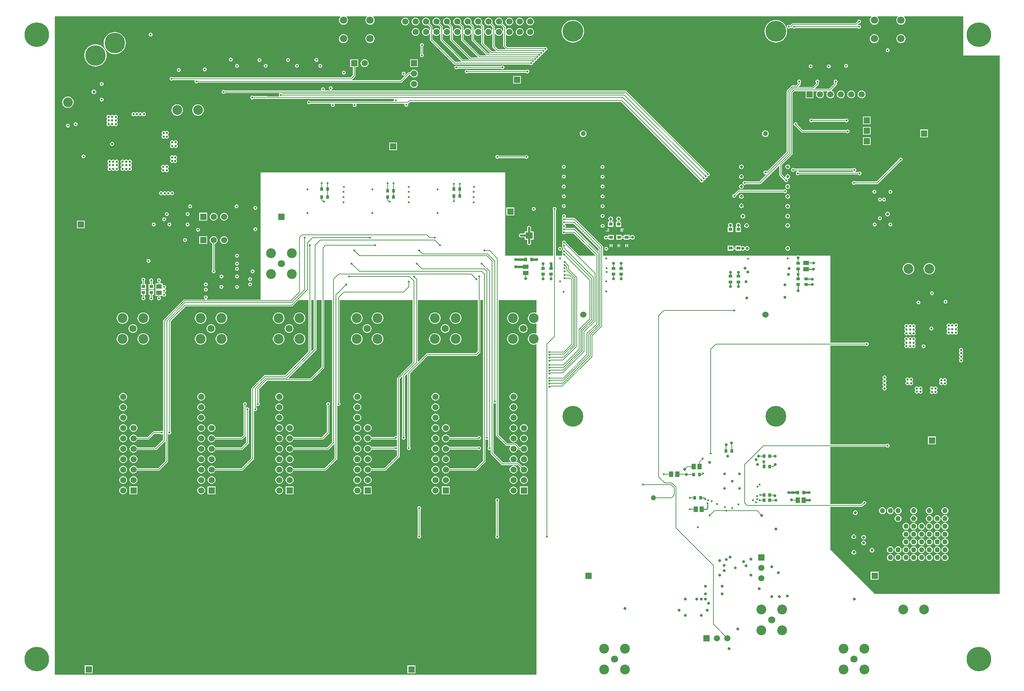
<source format=gbl>
%FSTAX23Y23*%
%MOIN*%
%SFA1B1*%

%IPPOS*%
%AMD16*
4,1,8,0.034400,-0.015700,0.034400,0.015700,0.018700,0.031500,-0.018700,0.031500,-0.034400,0.015700,-0.034400,-0.015700,-0.018700,-0.031500,0.018700,-0.031500,0.034400,-0.015700,0.0*
1,1,0.031500,0.018700,-0.015700*
1,1,0.031500,0.018700,0.015700*
1,1,0.031500,-0.018700,0.015700*
1,1,0.031500,-0.018700,-0.015700*
%
G04~CAMADD=16~8~0.0~0.0~629.9~689.0~157.5~0.0~15~0.0~0.0~0.0~0.0~0~0.0~0.0~0.0~0.0~0~0.0~0.0~0.0~270.0~689.0~629.0*
%ADD16D16*%
%ADD17R,0.068900X0.062990*%
%ADD19R,0.031500X0.035430*%
%ADD20R,0.035430X0.031500*%
%ADD21R,0.055120X0.043310*%
%ADD40R,0.043310X0.055120*%
%ADD64C,0.008000*%
%ADD67C,0.010000*%
%ADD69C,0.020000*%
%ADD70C,0.022000*%
%ADD83C,0.068000*%
%ADD84C,0.094490*%
%ADD85R,0.059060X0.059060*%
%ADD86C,0.059060*%
%ADD87C,0.070870*%
%ADD88C,0.200000*%
%ADD89C,0.047240*%
%ADD90C,0.060000*%
%ADD91C,0.094000*%
%ADD92R,0.059060X0.059060*%
%ADD93C,0.236220*%
%ADD94C,0.196850*%
%ADD95C,0.020000*%
%ADD96C,0.022000*%
%ADD97C,0.028000*%
%ADD98C,0.025980*%
%ADD99C,0.050000*%
%LNdsau-motherboard-reva-1*%
%LPD*%
G36*
X06599Y05142D02*
Y05119D01*
X06595Y05117*
X06373Y05338*
X06369Y05341*
X06365Y05342*
X06279*
X06277Y05347*
X06281Y05352*
X06283Y0536*
X06281Y05367*
X06277Y05372*
X06272Y05376*
X06277Y05382*
X06278Y05382*
X06359*
X06599Y05142*
G37*
G36*
X03862Y0418D02*
X03841Y04159D01*
X03837Y04161*
Y0465*
X03862*
Y0418*
G37*
G36*
X03937Y04005D02*
X03828Y03896D01*
X0362*
X03618Y039*
X03883Y04166*
X03886Y0417*
X03887Y04175*
Y0465*
X03937*
Y04005*
G37*
G36*
X101Y07D02*
X1045D01*
Y01825*
X0925*
X08825Y0225*
Y02662*
X09125*
X09129Y02663*
X09133Y02666*
X09149Y02681*
X0915Y02681*
X09157Y02683*
X09162Y02687*
X09166Y02692*
X09168Y027*
X09166Y02707*
X09162Y02712*
X09157Y02716*
X0915Y02718*
X09142Y02716*
X09137Y02712*
X09133Y02707*
X09131Y027*
X09131Y02699*
X09119Y02687*
X08825*
Y03237*
X09361*
X09362Y03237*
X09367Y03233*
X09375Y03231*
X09382Y03233*
X09387Y03237*
X09391Y03242*
X09393Y0325*
X09391Y03257*
X09387Y03262*
X09382Y03266*
X09375Y03268*
X09367Y03266*
X09362Y03262*
X09361Y03262*
X08825*
Y04212*
X09161*
X09162Y04212*
X09167Y04208*
X09175Y04206*
X09182Y04208*
X09187Y04212*
X09191Y04217*
X09193Y04225*
X09191Y04232*
X09187Y04237*
X09182Y04241*
X09175Y04243*
X09167Y04241*
X09162Y04237*
X09161Y04237*
X08825*
Y05075*
X08524*
X08523Y05075*
X08515Y05077*
X08506Y05075*
X08505Y05075*
X0664*
Y05162*
X06639Y05166*
X06636Y0517*
X06373Y05433*
X06369Y05436*
X06365Y05437*
X06279*
X06277Y05442*
X06281Y05447*
X06283Y05455*
X06281Y05462*
X06277Y05467*
X06272Y05471*
X06265Y05473*
X06257Y05471*
X06252Y05467*
X06248Y05462*
X06246Y05455*
X06248Y05447*
X06252Y05442*
Y05437*
X06248Y05432*
X06246Y05425*
X06248Y05417*
X06252Y05412*
Y05407*
X06248Y05402*
X06246Y05395*
X06248Y05387*
X06252Y05382*
X06255Y0538*
Y05375*
X06252Y05372*
X06248Y05367*
X06246Y0536*
X06248Y05352*
X06252Y05347*
Y05342*
X06248Y05337*
X06246Y0533*
X06248Y05322*
X06252Y05317*
Y05312*
X06248Y05307*
X06246Y053*
X06248Y05292*
X06252Y05287*
X06257Y05283*
X06265Y05281*
X06272Y05283*
X06277Y05287*
X06278Y05287*
X06359*
X06567Y05079*
Y05075*
X06412*
X06282Y05204*
X06281Y05208*
X06277Y05214*
X06272Y05218*
X06265Y05219*
X06257Y05218*
X06252Y05214*
X06248Y05208*
X06246Y05201*
X06248Y05194*
X06252Y05188*
Y05186*
X06248Y0518*
X06246Y05173*
X06248Y05166*
X06252Y0516*
X06252Y0516*
Y05151*
X06253Y05146*
X06256Y05142*
X06257Y05141*
X06257Y05136*
X06252Y05132*
X06248Y05127*
X06246Y0512*
X06248Y05112*
X06252Y05107*
Y05102*
X06248Y05097*
X06246Y0509*
X06248Y05082*
X0625Y05079*
X06248Y05075*
X06187*
Y05511*
X06187Y05512*
X06191Y05517*
X06193Y05525*
X06191Y05532*
X06187Y05537*
X06182Y05541*
X06175Y05543*
X06167Y05541*
X06162Y05537*
X06158Y05532*
X06156Y05525*
X06158Y05517*
X06162Y05512*
X06162Y05511*
Y05075*
X057*
Y05875*
X0335*
Y04653*
X02832*
X02832Y04658*
X02837Y04662*
X02841Y04667*
X02843Y04675*
X02841Y04682*
X02837Y04687*
X02832Y04691*
X02825Y04693*
X02817Y04691*
X02812Y04687*
X02808Y04682*
X02806Y04675*
X02808Y04667*
X02812Y04662*
X02817Y04658*
X02817Y04653*
X02618*
X02613Y04652*
X02609Y04649*
X02419Y04459*
X02416Y04455*
X02415Y0445*
Y03625*
Y03391*
X02411Y03389*
X02407Y03391*
X024Y03393*
X02392Y03391*
X02387Y03387*
X02386Y03387*
X02325*
X0232Y03386*
X02316Y03383*
X02264Y03332*
X02165*
X02162Y03338*
X02156Y03346*
X02148Y03352*
X02139Y03356*
X0213Y03357*
X0212Y03356*
X02111Y03352*
X02103Y03346*
X02097Y03338*
X02093Y03329*
X02092Y0332*
X02093Y0331*
X02097Y03301*
X02103Y03293*
X02111Y03287*
X0212Y03283*
X0213Y03282*
X02139Y03283*
X02148Y03287*
X02156Y03293*
X02162Y03301*
X02165Y03307*
X0227*
X02274Y03308*
X02278Y03311*
X0233Y03362*
X02386*
X02387Y03362*
X02392Y03358*
X024Y03356*
X02407Y03358*
X02411Y0336*
X02415Y03358*
Y03308*
X02339Y03232*
X02165*
X02162Y03238*
X02156Y03246*
X02148Y03252*
X02139Y03256*
X0213Y03257*
X0212Y03256*
X02111Y03252*
X02103Y03246*
X02097Y03238*
X02093Y03229*
X02092Y0322*
X02093Y0321*
X02097Y03201*
X02103Y03193*
X02111Y03187*
X0212Y03183*
X0213Y03182*
X02139Y03183*
X02148Y03187*
X02156Y03193*
X02162Y03201*
X02165Y03207*
X02345*
X02349Y03208*
X02353Y03211*
X02433Y0329*
X02437Y03288*
Y03105*
X02364Y03032*
X02165*
X02162Y03038*
X02156Y03046*
X02148Y03052*
X02139Y03056*
X0213Y03057*
X0212Y03056*
X02111Y03052*
X02103Y03046*
X02097Y03038*
X02093Y03029*
X02092Y0302*
X02093Y0301*
X02097Y03001*
X02103Y02993*
X02111Y02987*
X0212Y02983*
X0213Y02982*
X02139Y02983*
X02148Y02987*
X02156Y02993*
X02162Y03001*
X02165Y03007*
X0237*
X02374Y03008*
X02378Y03011*
X02458Y03091*
X02461Y03095*
X02462Y031*
Y03356*
X02466Y03358*
X02467Y03358*
X02475Y03356*
X02482Y03358*
X02487Y03362*
X02491Y03367*
X02493Y03375*
X02491Y03382*
X02487Y03387*
X02487Y03388*
Y037*
Y04444*
X0263Y04587*
X0365*
X03654Y04588*
X03658Y04591*
X03717Y0465*
X03812*
Y04155*
X03585Y03928*
X03393*
X03388Y03927*
X03384Y03924*
X03266Y03806*
X03263Y03802*
X03262Y03797*
Y0313*
X03164Y03032*
X02915*
X02912Y03038*
X02906Y03046*
X02898Y03052*
X02889Y03056*
X0288Y03057*
X0287Y03056*
X02861Y03052*
X02853Y03046*
X02847Y03038*
X02843Y03029*
X02842Y0302*
X02843Y0301*
X02847Y03001*
X02853Y02993*
X02861Y02987*
X0287Y02983*
X0288Y02982*
X02889Y02983*
X02898Y02987*
X02906Y02993*
X02912Y03001*
X02915Y03007*
X0317*
X03174Y03008*
X03178Y03011*
X03283Y03116*
X03286Y0312*
X03287Y03125*
Y03581*
X03291Y03583*
X03292Y03583*
X033Y03581*
X03307Y03583*
X03312Y03587*
X03316Y03592*
X03318Y036*
X03316Y03607*
X03312Y03612*
X03312Y03613*
Y03631*
X03316Y03633*
X03317Y03633*
X03325Y03631*
X03332Y03633*
X03337Y03637*
X03341Y03642*
X03343Y0365*
X03341Y03657*
X03337Y03662*
X03337Y03663*
Y03794*
X03414Y03871*
X03834*
X03838Y03872*
X03842Y03875*
X03958Y03991*
X03961Y03995*
X03962Y04*
Y0465*
X04037*
Y036*
Y0328*
X03989Y03232*
X03665*
X03662Y03238*
X03656Y03246*
X03648Y03252*
X03639Y03256*
X0363Y03257*
X0362Y03256*
X03611Y03252*
X03603Y03246*
X03597Y03238*
X03593Y03229*
X03592Y0322*
X03593Y0321*
X03597Y03201*
X03603Y03193*
X03611Y03187*
X0362Y03183*
X0363Y03182*
X03639Y03183*
X03648Y03187*
X03656Y03193*
X03662Y03201*
X03665Y03207*
X03995*
X03999Y03208*
X04003Y03211*
X04058Y03265*
X04061Y03264*
X04062Y03263*
Y0313*
X03964Y03032*
X03665*
X03662Y03038*
X03656Y03046*
X03648Y03052*
X03639Y03056*
X0363Y03057*
X0362Y03056*
X03611Y03052*
X03603Y03046*
X03597Y03038*
X03593Y03029*
X03592Y0302*
X03593Y0301*
X03597Y03001*
X03603Y02993*
X03611Y02987*
X0362Y02983*
X0363Y02982*
X03639Y02983*
X03648Y02987*
X03656Y02993*
X03662Y03001*
X03665Y03007*
X0397*
X03974Y03008*
X03978Y03011*
X04083Y03116*
X04086Y0312*
X04087Y03125*
Y03631*
X04091Y03633*
X04092Y03633*
X041Y03631*
X04107Y03633*
X04112Y03637*
X04116Y03642*
X04118Y0365*
X04116Y03657*
X04112Y03662*
X04112Y03663*
Y0465*
X04812*
Y04052*
X047Y0394*
X04666Y03906*
X04663Y03902*
X04662Y03897*
Y03775*
Y03343*
X04658Y03341*
X04657Y03341*
X0465Y03343*
X04642Y03341*
X04637Y03337*
X04633Y03332*
X04415*
X04412Y03338*
X04406Y03346*
X04398Y03352*
X04389Y03356*
X0438Y03357*
X0437Y03356*
X04361Y03352*
X04353Y03346*
X04347Y03338*
X04343Y03329*
X04342Y0332*
X04343Y0331*
X04347Y03301*
X04353Y03293*
X04361Y03287*
X0437Y03283*
X0438Y03282*
X04389Y03283*
X04398Y03287*
X04406Y03293*
X04412Y03301*
X04415Y03307*
X04644*
X0465Y03306*
X04657Y03308*
X04658Y03308*
X04662Y03306*
Y03243*
X04658Y03241*
X04657Y03241*
X0465Y03243*
X04642Y03241*
X04637Y03237*
X04636Y03237*
X04413*
X04412Y03238*
X04406Y03246*
X04398Y03252*
X04389Y03256*
X0438Y03257*
X0437Y03256*
X04361Y03252*
X04353Y03246*
X04347Y03238*
X04343Y03229*
X04342Y0322*
X04343Y0321*
X04347Y03201*
X04353Y03193*
X04361Y03187*
X0437Y03183*
X0438Y03182*
X04389Y03183*
X04398Y03187*
X04406Y03193*
X04412Y03201*
X04416Y0321*
X04416Y03212*
X04636*
X04637Y03212*
X04642Y03208*
X0465Y03206*
X04657Y03208*
X04658Y03208*
X04662Y03206*
Y03155*
X04539Y03032*
X04415*
X04412Y03038*
X04406Y03046*
X04398Y03052*
X04389Y03056*
X0438Y03057*
X0437Y03056*
X04361Y03052*
X04353Y03046*
X04347Y03038*
X04343Y03029*
X04342Y0302*
X04343Y0301*
X04347Y03001*
X04353Y02993*
X04361Y02987*
X0437Y02983*
X0438Y02982*
X04389Y02983*
X04398Y02987*
X04406Y02993*
X04412Y03001*
X04415Y03007*
X04545*
X04549Y03008*
X04553Y03011*
X04683Y03141*
X04686Y03145*
X04687Y0315*
Y03775*
Y03892*
X04708Y03913*
X04712Y03911*
Y03338*
X04712Y03337*
X04708Y03332*
X04706Y03325*
X04708Y03317*
X04712Y03312*
X04717Y03308*
X04725Y03306*
X04732Y03308*
X04737Y03312*
X04741Y03317*
X04743Y03325*
X04741Y03332*
X04737Y03337*
X04737Y03338*
Y03919*
X04758Y0394*
X04762Y03938*
Y03625*
Y03575*
Y03238*
X04762Y03237*
X04758Y03232*
X04756Y03225*
X04758Y03217*
X04762Y03212*
X04767Y03208*
X04775Y03206*
X04782Y03208*
X04787Y03212*
X04791Y03217*
X04793Y03225*
X04791Y03232*
X04787Y03237*
X04787Y03238*
Y03625*
Y03944*
X04955Y04112*
X05425*
X05429Y04113*
X05433Y04116*
X05458Y04141*
X05461Y04145*
X05462Y0415*
Y0465*
X05487*
Y03775*
Y03105*
X05414Y03032*
X05165*
X05162Y03038*
X05156Y03046*
X05148Y03052*
X05139Y03056*
X0513Y03057*
X0512Y03056*
X05111Y03052*
X05103Y03046*
X05097Y03038*
X05093Y03029*
X05092Y0302*
X05093Y0301*
X05097Y03001*
X05103Y02993*
X05111Y02987*
X0512Y02983*
X0513Y02982*
X05139Y02983*
X05148Y02987*
X05156Y02993*
X05162Y03001*
X05165Y03007*
X0542*
X05424Y03008*
X05428Y03011*
X05508Y03091*
X05511Y03095*
X05512Y031*
Y03306*
X05516Y03308*
X05517Y03308*
X05525Y03306*
X05532Y03308*
X05533Y03308*
X05537Y03306*
Y03238*
X05537Y03237*
X05533Y03232*
X05531Y03225*
X05533Y03217*
X05537Y03212*
X05542Y03208*
X0555Y03206*
X05557Y03208*
X05558Y03208*
X05562Y03206*
Y03175*
X05563Y0317*
X05566Y03166*
X05666Y03066*
X05668Y03064*
X0567Y03063*
X05675Y03062*
X05779*
X05779Y03057*
X0577Y03056*
X05761Y03052*
X05753Y03046*
X05747Y03038*
X05743Y03029*
X05742Y0302*
X05743Y0301*
X05747Y03001*
X05753Y02993*
X05761Y02987*
X0577Y02983*
X0578Y02982*
X05789Y02983*
X05798Y02987*
X05806Y02993*
X05812Y03001*
X05816Y0301*
X05817Y0302*
X05816Y03029*
X05812Y03038*
X05806Y03046*
X05798Y03052*
X05789Y03056*
X0578Y03057*
X0578Y03062*
X0578Y03062*
X05819*
X05846Y03036*
X05843Y03029*
X05842Y0302*
X05843Y0301*
X05847Y03001*
X05853Y02993*
X05861Y02987*
X0587Y02983*
X0588Y02982*
X05889Y02983*
X05898Y02987*
X05906Y02993*
X05912Y03001*
X05916Y0301*
X05917Y0302*
X05916Y03029*
X05912Y03038*
X05906Y03046*
X05898Y03052*
X05889Y03056*
X0588Y03057*
X0587Y03056*
X05863Y03053*
X05833Y03083*
X05829Y03086*
X05825Y03087*
X05806*
X05805Y03091*
X05806Y03093*
X05812Y03101*
X05816Y0311*
X05817Y0312*
X05816Y03129*
X05812Y03138*
X05806Y03146*
X05798Y03152*
X05789Y03156*
X0578Y03157*
X0577Y03156*
X05761Y03152*
X05753Y03146*
X05747Y03138*
X05743Y03129*
X05742Y0312*
X05743Y0311*
X05747Y03101*
X05753Y03093*
X05754Y03091*
X05753Y03087*
X0568*
X05587Y0318*
Y03656*
X05591Y03658*
X05592Y03658*
X056Y03656*
X05607Y03658*
X05608Y03658*
X05612Y03656*
Y0335*
X05613Y03345*
X05616Y03341*
X05704Y03252*
X05708Y0325*
X05713Y03249*
X05749*
X05751Y03244*
X05747Y03238*
X05743Y03229*
X05742Y0322*
X05743Y0321*
X05747Y03201*
X05753Y03193*
X05761Y03187*
X0577Y03183*
X0578Y03182*
X05789Y03183*
X05798Y03187*
X05806Y03193*
X05812Y03201*
X05816Y0321*
X05817Y03217*
X05822Y03219*
X0583Y03211*
X05834Y03208*
X05838Y03207*
X05844*
X05847Y03201*
X05853Y03193*
X05861Y03187*
X0587Y03183*
X0588Y03182*
X05889Y03183*
X05898Y03187*
X05906Y03193*
X05912Y03201*
X05916Y0321*
X05917Y0322*
X05916Y03229*
X05912Y03238*
X05906Y03246*
X05898Y03252*
X05889Y03256*
X0588Y03257*
X0587Y03256*
X05861Y03252*
X05853Y03246*
X05847Y03238*
X05845Y03235*
X05841Y03234*
X05805Y0327*
X05801Y03272*
X05797Y03273*
X05718*
X05637Y03355*
Y0465*
X06*
Y04528*
X05995Y04526*
X05989Y04528*
X05975Y0453*
X0596Y04528*
X05947Y04523*
X05935Y04514*
X05926Y04502*
X05921Y04489*
X05919Y04475*
X05921Y0446*
X05926Y04447*
X05935Y04435*
X05947Y04426*
X0596Y04421*
X05975Y04419*
X05989Y04421*
X05995Y04423*
X06Y04421*
Y04328*
X05995Y04326*
X05989Y04328*
X05975Y0433*
X0596Y04328*
X05947Y04323*
X05935Y04314*
X05926Y04302*
X05921Y04289*
X05919Y04275*
X05921Y0426*
X05926Y04247*
X05935Y04235*
X05947Y04226*
X0596Y04221*
X05975Y04219*
X05989Y04221*
X05995Y04223*
X06Y04221*
Y0105*
X01375*
Y05875*
Y07375*
X04115*
X04116Y0737*
X04116Y07369*
X04109Y0736*
X04104Y07349*
X04103Y07338*
X04104Y07327*
X04109Y07316*
X04116Y07307*
X04125Y073*
X04135Y07296*
X04147Y07294*
X04158Y07296*
X04168Y073*
X04178Y07307*
X04184Y07316*
X04189Y07327*
X0419Y07338*
X04189Y07349*
X04184Y0736*
X04178Y07369*
X04177Y0737*
X04178Y07375*
X04371*
X04372Y0737*
X04371Y07369*
X04365Y0736*
X0436Y07349*
X04359Y07338*
X0436Y07327*
X04365Y07316*
X04371Y07307*
X04381Y073*
X04391Y07296*
X04402Y07294*
X04414Y07296*
X04424Y073*
X04433Y07307*
X0444Y07316*
X04445Y07327*
X04446Y07338*
X04445Y07349*
X0444Y0736*
X04433Y07369*
X04433Y0737*
X04434Y07375*
X09215*
X09216Y0737*
X09216Y07369*
X09209Y0736*
X09204Y07349*
X09203Y07338*
X09204Y07327*
X09209Y07316*
X09216Y07307*
X09225Y073*
X09235Y07296*
X09247Y07294*
X09258Y07296*
X09268Y073*
X09278Y07307*
X09284Y07316*
X09289Y07327*
X0929Y07338*
X09289Y07349*
X09284Y0736*
X09278Y07369*
X09277Y0737*
X09278Y07375*
X09471*
X09472Y0737*
X09471Y07369*
X09465Y0736*
X0946Y07349*
X09459Y07338*
X0946Y07327*
X09465Y07316*
X09471Y07307*
X09481Y073*
X09491Y07296*
X09502Y07294*
X09514Y07296*
X09524Y073*
X09533Y07307*
X0954Y07316*
X09545Y07327*
X09546Y07338*
X09545Y07349*
X0954Y0736*
X09533Y07369*
X09533Y0737*
X09534Y07375*
X101*
Y07*
G37*
G36*
X05437Y04155D02*
X05419Y04137D01*
X0495*
X04945Y04136*
X04941Y04133*
X04866Y04059*
X04862Y04061*
Y0465*
X05437*
Y04155*
G37*
%LNdsau-motherboard-reva-2*%
%LPC*%
G36*
X0513Y03457D02*
X0512Y03456D01*
X05111Y03452*
X05103Y03446*
X05097Y03438*
X05093Y03429*
X05092Y0342*
X05093Y0341*
X05097Y03401*
X05103Y03393*
X05111Y03387*
X0512Y03383*
X0513Y03382*
X05139Y03383*
X05148Y03387*
X05156Y03393*
X05162Y03401*
X05166Y0341*
X05167Y0342*
X05166Y03429*
X05162Y03438*
X05156Y03446*
X05148Y03452*
X05139Y03456*
X0513Y03457*
G37*
G36*
X0578D02*
X0577Y03456D01*
X05761Y03452*
X05753Y03446*
X05747Y03438*
X05743Y03429*
X05742Y0342*
X05743Y0341*
X05747Y03401*
X05753Y03393*
X05761Y03387*
X0577Y03383*
X0578Y03382*
X05789Y03383*
X05798Y03387*
X05806Y03393*
X05812Y03401*
X05816Y0341*
X05817Y0342*
X05816Y03429*
X05812Y03438*
X05806Y03446*
X05798Y03452*
X05789Y03456*
X0578Y03457*
G37*
G36*
X0363D02*
X0362Y03456D01*
X03611Y03452*
X03603Y03446*
X03597Y03438*
X03593Y03429*
X03592Y0342*
X03593Y0341*
X03597Y03401*
X03603Y03393*
X03611Y03387*
X0362Y03383*
X0363Y03382*
X03639Y03383*
X03648Y03387*
X03656Y03393*
X03662Y03401*
X03666Y0341*
X03667Y0342*
X03666Y03429*
X03662Y03438*
X03656Y03446*
X03648Y03452*
X03639Y03456*
X0363Y03457*
G37*
G36*
X0353D02*
X0352Y03456D01*
X03511Y03452*
X03503Y03446*
X03497Y03438*
X03493Y03429*
X03492Y0342*
X03493Y0341*
X03497Y03401*
X03503Y03393*
X03511Y03387*
X0352Y03383*
X0353Y03382*
X03539Y03383*
X03548Y03387*
X03556Y03393*
X03562Y03401*
X03566Y0341*
X03567Y0342*
X03566Y03429*
X03562Y03438*
X03556Y03446*
X03548Y03452*
X03539Y03456*
X0353Y03457*
G37*
G36*
X0288D02*
X0287Y03456D01*
X02861Y03452*
X02853Y03446*
X02847Y03438*
X02843Y03429*
X02842Y0342*
X02843Y0341*
X02847Y03401*
X02853Y03393*
X02861Y03387*
X0287Y03383*
X0288Y03382*
X02889Y03383*
X02898Y03387*
X02906Y03393*
X02912Y03401*
X02916Y0341*
X02917Y0342*
X02916Y03429*
X02912Y03438*
X02906Y03446*
X02898Y03452*
X02889Y03456*
X0288Y03457*
G37*
G36*
X0503D02*
X0502Y03456D01*
X05011Y03452*
X05003Y03446*
X04997Y03438*
X04993Y03429*
X04992Y0342*
X04993Y0341*
X04997Y03401*
X05003Y03393*
X05011Y03387*
X0502Y03383*
X0503Y03382*
X05039Y03383*
X05048Y03387*
X05056Y03393*
X05062Y03401*
X05066Y0341*
X05067Y0342*
X05066Y03429*
X05062Y03438*
X05056Y03446*
X05048Y03452*
X05039Y03456*
X0503Y03457*
G37*
G36*
X0438D02*
X0437Y03456D01*
X04361Y03452*
X04353Y03446*
X04347Y03438*
X04343Y03429*
X04342Y0342*
X04343Y0341*
X04347Y03401*
X04353Y03393*
X04361Y03387*
X0437Y03383*
X0438Y03382*
X04389Y03383*
X04398Y03387*
X04406Y03393*
X04412Y03401*
X04416Y0341*
X04417Y0342*
X04416Y03429*
X04412Y03438*
X04406Y03446*
X04398Y03452*
X04389Y03456*
X0438Y03457*
G37*
G36*
X0428D02*
X0427Y03456D01*
X04261Y03452*
X04253Y03446*
X04247Y03438*
X04243Y03429*
X04242Y0342*
X04243Y0341*
X04247Y03401*
X04253Y03393*
X04261Y03387*
X0427Y03383*
X0428Y03382*
X04289Y03383*
X04298Y03387*
X04306Y03393*
X04312Y03401*
X04316Y0341*
X04317Y0342*
X04316Y03429*
X04312Y03438*
X04306Y03446*
X04298Y03452*
X04289Y03456*
X0428Y03457*
G37*
G36*
X0203Y03657D02*
X0202Y03656D01*
X02011Y03652*
X02003Y03646*
X01997Y03638*
X01993Y03629*
X01992Y0362*
X01993Y0361*
X01997Y03601*
X02003Y03593*
X02011Y03587*
X0202Y03583*
X0203Y03582*
X02039Y03583*
X02048Y03587*
X02056Y03593*
X02062Y03601*
X02066Y0361*
X02067Y0362*
X02066Y03629*
X02062Y03638*
X02056Y03646*
X02048Y03652*
X02039Y03656*
X0203Y03657*
G37*
G36*
X0578Y03557D02*
X0577Y03556D01*
X05761Y03552*
X05753Y03546*
X05747Y03538*
X05743Y03529*
X05742Y0352*
X05743Y0351*
X05747Y03501*
X05753Y03493*
X05761Y03487*
X0577Y03483*
X0578Y03482*
X05789Y03483*
X05798Y03487*
X05806Y03493*
X05812Y03501*
X05816Y0351*
X05817Y0352*
X05816Y03529*
X05812Y03538*
X05806Y03546*
X05798Y03552*
X05789Y03556*
X0578Y03557*
G37*
G36*
X0278Y03657D02*
X0277Y03656D01*
X02761Y03652*
X02753Y03646*
X02747Y03638*
X02743Y03629*
X02742Y0362*
X02743Y0361*
X02747Y03601*
X02753Y03593*
X02761Y03587*
X0277Y03583*
X0278Y03582*
X02789Y03583*
X02798Y03587*
X02806Y03593*
X02812Y03601*
X02816Y0361*
X02817Y0362*
X02816Y03629*
X02812Y03638*
X02806Y03646*
X02798Y03652*
X02789Y03656*
X0278Y03657*
G37*
G36*
X0428D02*
X0427Y03656D01*
X04261Y03652*
X04253Y03646*
X04247Y03638*
X04243Y03629*
X04242Y0362*
X04243Y0361*
X04247Y03601*
X04253Y03593*
X04261Y03587*
X0427Y03583*
X0428Y03582*
X04289Y03583*
X04298Y03587*
X04306Y03593*
X04312Y03601*
X04316Y0361*
X04317Y0362*
X04316Y03629*
X04312Y03638*
X04306Y03646*
X04298Y03652*
X04289Y03656*
X0428Y03657*
G37*
G36*
X0353D02*
X0352Y03656D01*
X03511Y03652*
X03503Y03646*
X03497Y03638*
X03493Y03629*
X03492Y0362*
X03493Y0361*
X03497Y03601*
X03503Y03593*
X03511Y03587*
X0352Y03583*
X0353Y03582*
X03539Y03583*
X03548Y03587*
X03556Y03593*
X03562Y03601*
X03566Y0361*
X03567Y0362*
X03566Y03629*
X03562Y03638*
X03556Y03646*
X03548Y03652*
X03539Y03656*
X0353Y03657*
G37*
G36*
X0503Y03557D02*
X0502Y03556D01*
X05011Y03552*
X05003Y03546*
X04997Y03538*
X04993Y03529*
X04992Y0352*
X04993Y0351*
X04997Y03501*
X05003Y03493*
X05011Y03487*
X0502Y03483*
X0503Y03482*
X05039Y03483*
X05048Y03487*
X05056Y03493*
X05062Y03501*
X05066Y0351*
X05067Y0352*
X05066Y03529*
X05062Y03538*
X05056Y03546*
X05048Y03552*
X05039Y03556*
X0503Y03557*
G37*
G36*
X0203D02*
X0202Y03556D01*
X02011Y03552*
X02003Y03546*
X01997Y03538*
X01993Y03529*
X01992Y0352*
X01993Y0351*
X01997Y03501*
X02003Y03493*
X02011Y03487*
X0202Y03483*
X0203Y03482*
X02039Y03483*
X02048Y03487*
X02056Y03493*
X02062Y03501*
X02066Y0351*
X02067Y0352*
X02066Y03529*
X02062Y03538*
X02056Y03546*
X02048Y03552*
X02039Y03556*
X0203Y03557*
G37*
G36*
X0588Y03457D02*
X0587Y03456D01*
X05861Y03452*
X05853Y03446*
X05847Y03438*
X05843Y03429*
X05842Y0342*
X05843Y0341*
X05847Y03401*
X05853Y03393*
X05861Y03387*
X0587Y03383*
X0588Y03382*
X05889Y03383*
X05898Y03387*
X05906Y03393*
X05912Y03401*
X05916Y0341*
X05917Y0342*
X05916Y03429*
X05912Y03438*
X05906Y03446*
X05898Y03452*
X05889Y03456*
X0588Y03457*
G37*
G36*
X0278Y03557D02*
X0277Y03556D01*
X02761Y03552*
X02753Y03546*
X02747Y03538*
X02743Y03529*
X02742Y0352*
X02743Y0351*
X02747Y03501*
X02753Y03493*
X02761Y03487*
X0277Y03483*
X0278Y03482*
X02789Y03483*
X02798Y03487*
X02806Y03493*
X02812Y03501*
X02816Y0351*
X02817Y0352*
X02816Y03529*
X02812Y03538*
X02806Y03546*
X02798Y03552*
X02789Y03556*
X0278Y03557*
G37*
G36*
X0428D02*
X0427Y03556D01*
X04261Y03552*
X04253Y03546*
X04247Y03538*
X04243Y03529*
X04242Y0352*
X04243Y0351*
X04247Y03501*
X04253Y03493*
X04261Y03487*
X0427Y03483*
X0428Y03482*
X04289Y03483*
X04298Y03487*
X04306Y03493*
X04312Y03501*
X04316Y0351*
X04317Y0352*
X04316Y03529*
X04312Y03538*
X04306Y03546*
X04298Y03552*
X04289Y03556*
X0428Y03557*
G37*
G36*
X0353D02*
X0352Y03556D01*
X03511Y03552*
X03503Y03546*
X03497Y03538*
X03493Y03529*
X03492Y0352*
X03493Y0351*
X03497Y03501*
X03503Y03493*
X03511Y03487*
X0352Y03483*
X0353Y03482*
X03539Y03483*
X03548Y03487*
X03556Y03493*
X03562Y03501*
X03566Y0351*
X03567Y0352*
X03566Y03529*
X03562Y03538*
X03556Y03546*
X03548Y03552*
X03539Y03556*
X0353Y03557*
G37*
G36*
X0278Y03457D02*
X0277Y03456D01*
X02761Y03452*
X02753Y03446*
X02747Y03438*
X02743Y03429*
X02742Y0342*
X02743Y0341*
X02747Y03401*
X02753Y03393*
X02761Y03387*
X0277Y03383*
X0278Y03382*
X02789Y03383*
X02798Y03387*
X02806Y03393*
X02812Y03401*
X02816Y0341*
X02817Y0342*
X02816Y03429*
X02812Y03438*
X02806Y03446*
X02798Y03452*
X02789Y03456*
X0278Y03457*
G37*
G36*
X0428Y03257D02*
X0427Y03256D01*
X04261Y03252*
X04253Y03246*
X04247Y03238*
X04243Y03229*
X04242Y0322*
X04243Y0321*
X04247Y03201*
X04253Y03193*
X04261Y03187*
X0427Y03183*
X0428Y03182*
X04289Y03183*
X04298Y03187*
X04306Y03193*
X04312Y03201*
X04316Y0321*
X04317Y0322*
X04316Y03229*
X04312Y03238*
X04306Y03246*
X04298Y03252*
X04289Y03256*
X0428Y03257*
G37*
G36*
X0353D02*
X0352Y03256D01*
X03511Y03252*
X03503Y03246*
X03497Y03238*
X03493Y03229*
X03492Y0322*
X03493Y0321*
X03497Y03201*
X03503Y03193*
X03511Y03187*
X0352Y03183*
X0353Y03182*
X03539Y03183*
X03548Y03187*
X03556Y03193*
X03562Y03201*
X03566Y0321*
X03567Y0322*
X03566Y03229*
X03562Y03238*
X03556Y03246*
X03548Y03252*
X03539Y03256*
X0353Y03257*
G37*
G36*
X0503D02*
X0502Y03256D01*
X05011Y03252*
X05003Y03246*
X04997Y03238*
X04993Y03229*
X04992Y0322*
X04993Y0321*
X04997Y03201*
X05003Y03193*
X05011Y03187*
X0502Y03183*
X0503Y03182*
X05039Y03183*
X05048Y03187*
X05056Y03193*
X05062Y03201*
X05066Y0321*
X05067Y0322*
X05066Y03229*
X05062Y03238*
X05056Y03246*
X05048Y03252*
X05039Y03256*
X0503Y03257*
G37*
G36*
X09837Y03337D02*
X09762D01*
Y03262*
X09837*
Y03337*
G37*
G36*
X0513Y03257D02*
X0512Y03256D01*
X05111Y03252*
X05103Y03246*
X05097Y03238*
X05093Y03229*
X05092Y0322*
X05093Y0321*
X05097Y03201*
X05103Y03193*
X05111Y03187*
X0512Y03183*
X0513Y03182*
X05139Y03183*
X05148Y03187*
X05156Y03193*
X05162Y03201*
X05166Y0321*
X05166Y03212*
X05436*
X05437Y03212*
X05442Y03208*
X0545Y03206*
X05457Y03208*
X05462Y03212*
X05466Y03217*
X05468Y03225*
X05466Y03232*
X05462Y03237*
X05457Y03241*
X0545Y03243*
X05442Y03241*
X05437Y03237*
X05436Y03237*
X05163*
X05162Y03238*
X05156Y03246*
X05148Y03252*
X05139Y03256*
X0513Y03257*
G37*
G36*
X0278D02*
X0277Y03256D01*
X02761Y03252*
X02753Y03246*
X02747Y03238*
X02743Y03229*
X02742Y0322*
X02743Y0321*
X02747Y03201*
X02753Y03193*
X02761Y03187*
X0277Y03183*
X0278Y03182*
X02789Y03183*
X02798Y03187*
X02806Y03193*
X02812Y03201*
X02816Y0321*
X02817Y0322*
X02816Y03229*
X02812Y03238*
X02806Y03246*
X02798Y03252*
X02789Y03256*
X0278Y03257*
G37*
G36*
X0503Y03157D02*
X0502Y03156D01*
X05011Y03152*
X05003Y03146*
X04997Y03138*
X04993Y03129*
X04992Y0312*
X04993Y0311*
X04997Y03101*
X05003Y03093*
X05011Y03087*
X0502Y03083*
X0503Y03082*
X05039Y03083*
X05048Y03087*
X05056Y03093*
X05062Y03101*
X05066Y0311*
X05067Y0312*
X05066Y03129*
X05062Y03138*
X05056Y03146*
X05048Y03152*
X05039Y03156*
X0503Y03157*
G37*
G36*
X0438D02*
X0437Y03156D01*
X04361Y03152*
X04353Y03146*
X04347Y03138*
X04343Y03129*
X04342Y0312*
X04343Y0311*
X04347Y03101*
X04353Y03093*
X04361Y03087*
X0437Y03083*
X0438Y03082*
X04389Y03083*
X04398Y03087*
X04406Y03093*
X04412Y03101*
X04416Y0311*
X04417Y0312*
X04416Y03129*
X04412Y03138*
X04406Y03146*
X04398Y03152*
X04389Y03156*
X0438Y03157*
G37*
G36*
X0513D02*
X0512Y03156D01*
X05111Y03152*
X05103Y03146*
X05097Y03138*
X05093Y03129*
X05092Y0312*
X05093Y0311*
X05097Y03101*
X05103Y03093*
X05111Y03087*
X0512Y03083*
X0513Y03082*
X05139Y03083*
X05148Y03087*
X05156Y03093*
X05162Y03101*
X05166Y0311*
X05167Y0312*
X05166Y03129*
X05162Y03138*
X05156Y03146*
X05148Y03152*
X05139Y03156*
X0513Y03157*
G37*
G36*
X0203Y03257D02*
X0202Y03256D01*
X02011Y03252*
X02003Y03246*
X01997Y03238*
X01993Y03229*
X01992Y0322*
X01993Y0321*
X01997Y03201*
X02003Y03193*
X02011Y03187*
X0202Y03183*
X0203Y03182*
X02039Y03183*
X02048Y03187*
X02056Y03193*
X02062Y03201*
X02066Y0321*
X02067Y0322*
X02066Y03229*
X02062Y03238*
X02056Y03246*
X02048Y03252*
X02039Y03256*
X0203Y03257*
G37*
G36*
X0588Y03157D02*
X0587Y03156D01*
X05861Y03152*
X05853Y03146*
X05847Y03138*
X05843Y03129*
X05842Y0312*
X05843Y0311*
X05847Y03101*
X05853Y03093*
X05861Y03087*
X0587Y03083*
X0588Y03082*
X05889Y03083*
X05898Y03087*
X05906Y03093*
X05912Y03101*
X05916Y0311*
X05917Y0312*
X05916Y03129*
X05912Y03138*
X05906Y03146*
X05898Y03152*
X05889Y03156*
X0588Y03157*
G37*
G36*
X0203Y03357D02*
X0202Y03356D01*
X02011Y03352*
X02003Y03346*
X01997Y03338*
X01993Y03329*
X01992Y0332*
X01993Y0331*
X01997Y03301*
X02003Y03293*
X02011Y03287*
X0202Y03283*
X0203Y03282*
X02039Y03283*
X02048Y03287*
X02056Y03293*
X02062Y03301*
X02066Y0331*
X02067Y0332*
X02066Y03329*
X02062Y03338*
X02056Y03346*
X02048Y03352*
X02039Y03356*
X0203Y03357*
G37*
G36*
X032Y03668D02*
X03192Y03666D01*
X03187Y03662*
X03183Y03657*
X03181Y0365*
X03183Y03642*
X03187Y03637*
X03187Y03636*
Y03355*
X03164Y03332*
X02915*
X02912Y03338*
X02906Y03346*
X02898Y03352*
X02889Y03356*
X0288Y03357*
X0287Y03356*
X02861Y03352*
X02853Y03346*
X02847Y03338*
X02843Y03329*
X02842Y0332*
X02843Y0331*
X02847Y03301*
X02853Y03293*
X02861Y03287*
X0287Y03283*
X0288Y03282*
X02889Y03283*
X02898Y03287*
X02906Y03293*
X02912Y03301*
X02915Y03307*
X0317*
X03174Y03308*
X03178Y03311*
X03208Y0334*
X03211Y03339*
X03212Y03338*
Y0328*
X03164Y03232*
X02915*
X02912Y03238*
X02906Y03246*
X02898Y03252*
X02889Y03256*
X0288Y03257*
X0287Y03256*
X02861Y03252*
X02853Y03246*
X02847Y03238*
X02843Y03229*
X02842Y0322*
X02843Y0321*
X02847Y03201*
X02853Y03193*
X02861Y03187*
X0287Y03183*
X0288Y03182*
X02889Y03183*
X02898Y03187*
X02906Y03193*
X02912Y03201*
X02915Y03207*
X0317*
X03174Y03208*
X03178Y03211*
X03233Y03266*
X03236Y0327*
X03237Y03275*
Y03586*
X03237Y03587*
X03241Y03592*
X03243Y036*
X03241Y03607*
X03237Y03612*
X03232Y03616*
X03225Y03618*
X03217Y03616*
X03216Y03616*
X03212Y03618*
Y03636*
X03212Y03637*
X03216Y03642*
X03218Y0365*
X03216Y03657*
X03212Y03662*
X03207Y03666*
X032Y03668*
G37*
G36*
X0513Y03357D02*
X0512Y03356D01*
X05111Y03352*
X05103Y03346*
X05097Y03338*
X05093Y03329*
X05092Y0332*
X05093Y0331*
X05097Y03301*
X05103Y03293*
X05111Y03287*
X0512Y03283*
X0513Y03282*
X05139Y03283*
X05148Y03287*
X05156Y03293*
X05162Y03301*
X05165Y03307*
X05444*
X0545Y03306*
X05457Y03308*
X05462Y03312*
X05466Y03317*
X05468Y03325*
X05466Y03332*
X05462Y03337*
X05457Y03341*
X0545Y03343*
X05442Y03341*
X05437Y03337*
X05433Y03332*
X05165*
X05162Y03338*
X05156Y03346*
X05148Y03352*
X05139Y03356*
X0513Y03357*
G37*
G36*
X04Y03668D02*
X03992Y03666D01*
X03987Y03662*
X03983Y03657*
X03981Y0365*
X03983Y03642*
X03987Y03637*
X03987Y03636*
Y0338*
X03939Y03332*
X03665*
X03662Y03338*
X03656Y03346*
X03648Y03352*
X03639Y03356*
X0363Y03357*
X0362Y03356*
X03611Y03352*
X03603Y03346*
X03597Y03338*
X03593Y03329*
X03592Y0332*
X03593Y0331*
X03597Y03301*
X03603Y03293*
X03611Y03287*
X0362Y03283*
X0363Y03282*
X03639Y03283*
X03648Y03287*
X03656Y03293*
X03662Y03301*
X03665Y03307*
X03945*
X03949Y03308*
X03953Y03311*
X04008Y03366*
X04011Y0337*
X04012Y03375*
Y03636*
X04012Y03637*
X04016Y03642*
X04018Y0365*
X04016Y03657*
X04012Y03662*
X04007Y03666*
X04Y03668*
G37*
G36*
X0213Y03457D02*
X0212Y03456D01*
X02111Y03452*
X02103Y03446*
X02097Y03438*
X02093Y03429*
X02092Y0342*
X02093Y0341*
X02097Y03401*
X02103Y03393*
X02111Y03387*
X0212Y03383*
X0213Y03382*
X02139Y03383*
X02148Y03387*
X02156Y03393*
X02162Y03401*
X02166Y0341*
X02167Y0342*
X02166Y03429*
X02162Y03438*
X02156Y03446*
X02148Y03452*
X02139Y03456*
X0213Y03457*
G37*
G36*
X0203D02*
X0202Y03456D01*
X02011Y03452*
X02003Y03446*
X01997Y03438*
X01993Y03429*
X01992Y0342*
X01993Y0341*
X01997Y03401*
X02003Y03393*
X02011Y03387*
X0202Y03383*
X0203Y03382*
X02039Y03383*
X02048Y03387*
X02056Y03393*
X02062Y03401*
X02066Y0341*
X02067Y0342*
X02066Y03429*
X02062Y03438*
X02056Y03446*
X02048Y03452*
X02039Y03456*
X0203Y03457*
G37*
G36*
X0588Y03357D02*
X0587Y03356D01*
X05861Y03352*
X05853Y03346*
X05847Y03338*
X05843Y03329*
X05842Y0332*
X05843Y0331*
X05847Y03301*
X05853Y03293*
X05861Y03287*
X0587Y03283*
X0588Y03282*
X05889Y03283*
X05898Y03287*
X05906Y03293*
X05912Y03301*
X05916Y0331*
X05917Y0332*
X05916Y03329*
X05912Y03338*
X05906Y03346*
X05898Y03352*
X05889Y03356*
X0588Y03357*
G37*
G36*
X0353D02*
X0352Y03356D01*
X03511Y03352*
X03503Y03346*
X03497Y03338*
X03493Y03329*
X03492Y0332*
X03493Y0331*
X03497Y03301*
X03503Y03293*
X03511Y03287*
X0352Y03283*
X0353Y03282*
X03539Y03283*
X03548Y03287*
X03556Y03293*
X03562Y03301*
X03566Y0331*
X03567Y0332*
X03566Y03329*
X03562Y03338*
X03556Y03346*
X03548Y03352*
X03539Y03356*
X0353Y03357*
G37*
G36*
X0278D02*
X0277Y03356D01*
X02761Y03352*
X02753Y03346*
X02747Y03338*
X02743Y03329*
X02742Y0332*
X02743Y0331*
X02747Y03301*
X02753Y03293*
X02761Y03287*
X0277Y03283*
X0278Y03282*
X02789Y03283*
X02798Y03287*
X02806Y03293*
X02812Y03301*
X02816Y0331*
X02817Y0332*
X02816Y03329*
X02812Y03338*
X02806Y03346*
X02798Y03352*
X02789Y03356*
X0278Y03357*
G37*
G36*
X0428D02*
X0427Y03356D01*
X04261Y03352*
X04253Y03346*
X04247Y03338*
X04243Y03329*
X04242Y0332*
X04243Y0331*
X04247Y03301*
X04253Y03293*
X04261Y03287*
X0427Y03283*
X0428Y03282*
X04289Y03283*
X04298Y03287*
X04306Y03293*
X04312Y03301*
X04316Y0331*
X04317Y0332*
X04316Y03329*
X04312Y03338*
X04306Y03346*
X04298Y03352*
X04289Y03356*
X0428Y03357*
G37*
G36*
X0578D02*
X0577Y03356D01*
X05761Y03352*
X05753Y03346*
X05747Y03338*
X05743Y03329*
X05742Y0332*
X05743Y0331*
X05747Y03301*
X05753Y03293*
X05761Y03287*
X0577Y03283*
X0578Y03282*
X05789Y03283*
X05798Y03287*
X05806Y03293*
X05812Y03301*
X05816Y0331*
X05817Y0332*
X05816Y03329*
X05812Y03338*
X05806Y03346*
X05798Y03352*
X05789Y03356*
X0578Y03357*
G37*
G36*
X0503D02*
X0502Y03356D01*
X05011Y03352*
X05003Y03346*
X04997Y03338*
X04993Y03329*
X04992Y0332*
X04993Y0331*
X04997Y03301*
X05003Y03293*
X05011Y03287*
X0502Y03283*
X0503Y03282*
X05039Y03283*
X05048Y03287*
X05056Y03293*
X05062Y03301*
X05066Y0331*
X05067Y0332*
X05066Y03329*
X05062Y03338*
X05056Y03346*
X05048Y03352*
X05039Y03356*
X0503Y03357*
G37*
G36*
Y03657D02*
X0502Y03656D01*
X05011Y03652*
X05003Y03646*
X04997Y03638*
X04993Y03629*
X04992Y0362*
X04993Y0361*
X04997Y03601*
X05003Y03593*
X05011Y03587*
X0502Y03583*
X0503Y03582*
X05039Y03583*
X05048Y03587*
X05056Y03593*
X05062Y03601*
X05066Y0361*
X05067Y0362*
X05066Y03629*
X05062Y03638*
X05056Y03646*
X05048Y03652*
X05039Y03656*
X0503Y03657*
G37*
G36*
X04375Y04417D02*
X04364Y04415D01*
X04353Y04411*
X04345Y04404*
X04338Y04396*
X04334Y04385*
X04332Y04375*
X04334Y04364*
X04338Y04353*
X04345Y04345*
X04353Y04338*
X04364Y04334*
X04375Y04332*
X04385Y04334*
X04396Y04338*
X04404Y04345*
X04411Y04353*
X04415Y04364*
X04417Y04375*
X04415Y04385*
X04411Y04396*
X04404Y04404*
X04396Y04411*
X04385Y04415*
X04375Y04417*
G37*
G36*
X03625D02*
X03614Y04415D01*
X03603Y04411*
X03595Y04404*
X03588Y04396*
X03584Y04385*
X03582Y04375*
X03584Y04364*
X03588Y04353*
X03595Y04345*
X03603Y04338*
X03614Y04334*
X03625Y04332*
X03635Y04334*
X03646Y04338*
X03654Y04345*
X03661Y04353*
X03665Y04364*
X03667Y04375*
X03665Y04385*
X03661Y04396*
X03654Y04404*
X03646Y04411*
X03635Y04415*
X03625Y04417*
G37*
G36*
X05125D02*
X05114Y04415D01*
X05103Y04411*
X05095Y04404*
X05088Y04396*
X05084Y04385*
X05082Y04375*
X05084Y04364*
X05088Y04353*
X05095Y04345*
X05103Y04338*
X05114Y04334*
X05125Y04332*
X05135Y04334*
X05146Y04338*
X05154Y04345*
X05161Y04353*
X05165Y04364*
X05167Y04375*
X05165Y04385*
X05161Y04396*
X05154Y04404*
X05146Y04411*
X05135Y04415*
X05125Y04417*
G37*
G36*
X09795Y04394D02*
X09787Y04393D01*
X09781Y04389*
X09777Y04382*
X09775Y04375*
X09777Y04367*
X09781Y04361*
X09787Y04357*
X09795Y04355*
X09802Y04357*
X09808Y04361*
X09812Y04367*
X09814Y04375*
X09812Y04382*
X09808Y04389*
X09802Y04393*
X09795Y04394*
G37*
G36*
X05875Y04417D02*
X05864Y04415D01*
X05853Y04411*
X05845Y04404*
X05838Y04396*
X05834Y04385*
X05832Y04375*
X05834Y04364*
X05838Y04353*
X05845Y04345*
X05853Y04338*
X05864Y04334*
X05875Y04332*
X05885Y04334*
X05896Y04338*
X05904Y04345*
X05911Y04353*
X05915Y04364*
X05917Y04375*
X05915Y04385*
X05911Y04396*
X05904Y04404*
X05896Y04411*
X05885Y04415*
X05875Y04417*
G37*
G36*
X02875D02*
X02864Y04415D01*
X02853Y04411*
X02845Y04404*
X02838Y04396*
X02834Y04385*
X02832Y04375*
X02834Y04364*
X02838Y04353*
X02845Y04345*
X02853Y04338*
X02864Y04334*
X02875Y04332*
X02885Y04334*
X02896Y04338*
X02904Y04345*
X02911Y04353*
X02915Y04364*
X02917Y04375*
X02915Y04385*
X02911Y04396*
X02904Y04404*
X02896Y04411*
X02885Y04415*
X02875Y04417*
G37*
G36*
X05225Y0433D02*
X0521Y04328D01*
X05197Y04323*
X05185Y04314*
X05176Y04302*
X05171Y04289*
X05169Y04275*
X05171Y0426*
X05176Y04247*
X05185Y04235*
X05197Y04226*
X0521Y04221*
X05225Y04219*
X05239Y04221*
X05252Y04226*
X05264Y04235*
X05273Y04247*
X05278Y0426*
X0528Y04275*
X05278Y04289*
X05273Y04302*
X05264Y04314*
X05252Y04323*
X05239Y04328*
X05225Y0433*
G37*
G36*
X05025D02*
X0501Y04328D01*
X04997Y04323*
X04985Y04314*
X04976Y04302*
X04971Y04289*
X04969Y04275*
X04971Y0426*
X04976Y04247*
X04985Y04235*
X04997Y04226*
X0501Y04221*
X05025Y04219*
X05039Y04221*
X05052Y04226*
X05064Y04235*
X05073Y04247*
X05078Y0426*
X0508Y04275*
X05078Y04289*
X05073Y04302*
X05064Y04314*
X05052Y04323*
X05039Y04328*
X05025Y0433*
G37*
G36*
X05775D02*
X0576Y04328D01*
X05747Y04323*
X05735Y04314*
X05726Y04302*
X05721Y04289*
X05719Y04275*
X05721Y0426*
X05726Y04247*
X05735Y04235*
X05747Y04226*
X0576Y04221*
X05775Y04219*
X05789Y04221*
X05802Y04226*
X05814Y04235*
X05823Y04247*
X05828Y0426*
X0583Y04275*
X05828Y04289*
X05823Y04302*
X05814Y04314*
X05802Y04323*
X05789Y04328*
X05775Y0433*
G37*
G36*
X02125Y04417D02*
X02114Y04415D01*
X02103Y04411*
X02095Y04404*
X02088Y04396*
X02084Y04385*
X02082Y04375*
X02084Y04364*
X02088Y04353*
X02095Y04345*
X02103Y04338*
X02114Y04334*
X02125Y04332*
X02135Y04334*
X02146Y04338*
X02154Y04345*
X02161Y04353*
X02165Y04364*
X02167Y04375*
X02165Y04385*
X02161Y04396*
X02154Y04404*
X02146Y04411*
X02135Y04415*
X02125Y04417*
G37*
G36*
X09625Y04294D02*
X09617Y04292D01*
X09611Y04288*
X0961Y04286*
X09605*
X09603Y04288*
X09597Y04292*
X0959Y04294*
X09582Y04292*
X09576Y04288*
X09575Y04286*
X0957*
X09568Y04288*
X09562Y04292*
X09555Y04294*
X09547Y04292*
X09541Y04288*
X09537Y04282*
X09535Y04275*
X09537Y04267*
X09541Y04261*
X09543Y0426*
Y04255*
X09541Y04253*
X09537Y04247*
X09535Y0424*
X09537Y04232*
X09541Y04226*
X09543Y04225*
Y0422*
X09541Y04218*
X09537Y04212*
X09535Y04205*
X09537Y04197*
X09541Y04191*
X09547Y04187*
X09555Y04185*
X09562Y04187*
X09568Y04191*
X0957Y04193*
X09575*
X09576Y04191*
X09582Y04187*
X0959Y04185*
X09597Y04187*
X09603Y04191*
X09605Y04193*
X0961*
X09611Y04191*
X09617Y04187*
X09625Y04185*
X09632Y04187*
X09638Y04191*
X09642Y04197*
X09644Y04205*
X09642Y04212*
X09638Y04218*
X09636Y0422*
Y04225*
X09638Y04226*
X09642Y04232*
X09644Y0424*
X09642Y04247*
X09638Y04253*
X09636Y04255*
Y0426*
X09638Y04261*
X09642Y04267*
X09644Y04275*
X09642Y04282*
X09638Y04288*
X09632Y04292*
X09625Y04294*
G37*
G36*
X03725Y0453D02*
X0371Y04528D01*
X03697Y04523*
X03685Y04514*
X03676Y04502*
X03671Y04489*
X03669Y04475*
X03671Y0446*
X03676Y04447*
X03685Y04435*
X03697Y04426*
X0371Y04421*
X03725Y04419*
X03739Y04421*
X03752Y04426*
X03764Y04435*
X03773Y04447*
X03778Y0446*
X0378Y04475*
X03778Y04489*
X03773Y04502*
X03764Y04514*
X03752Y04523*
X03739Y04528*
X03725Y0453*
G37*
G36*
X03525D02*
X0351Y04528D01*
X03497Y04523*
X03485Y04514*
X03476Y04502*
X03471Y04489*
X03469Y04475*
X03471Y0446*
X03476Y04447*
X03485Y04435*
X03497Y04426*
X0351Y04421*
X03525Y04419*
X03539Y04421*
X03552Y04426*
X03564Y04435*
X03573Y04447*
X03578Y0446*
X0358Y04475*
X03578Y04489*
X03573Y04502*
X03564Y04514*
X03552Y04523*
X03539Y04528*
X03525Y0453*
G37*
G36*
X04275D02*
X0426Y04528D01*
X04247Y04523*
X04235Y04514*
X04226Y04502*
X04221Y04489*
X04219Y04475*
X04221Y0446*
X04226Y04447*
X04235Y04435*
X04247Y04426*
X0426Y04421*
X04275Y04419*
X04289Y04421*
X04302Y04426*
X04314Y04435*
X04323Y04447*
X04328Y0446*
X0433Y04475*
X04328Y04489*
X04323Y04502*
X04314Y04514*
X04302Y04523*
X04289Y04528*
X04275Y0453*
G37*
G36*
X05025D02*
X0501Y04528D01*
X04997Y04523*
X04985Y04514*
X04976Y04502*
X04971Y04489*
X04969Y04475*
X04971Y0446*
X04976Y04447*
X04985Y04435*
X04997Y04426*
X0501Y04421*
X05025Y04419*
X05039Y04421*
X05052Y04426*
X05064Y04435*
X05073Y04447*
X05078Y0446*
X0508Y04475*
X05078Y04489*
X05073Y04502*
X05064Y04514*
X05052Y04523*
X05039Y04528*
X05025Y0453*
G37*
G36*
X04475D02*
X0446Y04528D01*
X04447Y04523*
X04435Y04514*
X04426Y04502*
X04421Y04489*
X04419Y04475*
X04421Y0446*
X04426Y04447*
X04435Y04435*
X04447Y04426*
X0446Y04421*
X04475Y04419*
X04489Y04421*
X04502Y04426*
X04514Y04435*
X04523Y04447*
X04528Y0446*
X0453Y04475*
X04528Y04489*
X04523Y04502*
X04514Y04514*
X04502Y04523*
X04489Y04528*
X04475Y0453*
G37*
G36*
X02975D02*
X0296Y04528D01*
X02947Y04523*
X02935Y04514*
X02926Y04502*
X02921Y04489*
X02919Y04475*
X02921Y0446*
X02926Y04447*
X02935Y04435*
X02947Y04426*
X0296Y04421*
X02975Y04419*
X02989Y04421*
X03002Y04426*
X03014Y04435*
X03023Y04447*
X03028Y0446*
X0303Y04475*
X03028Y04489*
X03023Y04502*
X03014Y04514*
X03002Y04523*
X02989Y04528*
X02975Y0453*
G37*
G36*
X1003Y04424D02*
X10022Y04422D01*
X10016Y04418*
X10015Y04416*
X1001*
X10008Y04418*
X10002Y04422*
X09995Y04424*
X09987Y04422*
X09981Y04418*
X0998Y04416*
X09975*
X09973Y04418*
X09967Y04422*
X0996Y04424*
X09952Y04422*
X09946Y04418*
X09942Y04412*
X0994Y04405*
X09942Y04397*
X09946Y04391*
X09948Y0439*
Y04385*
X09946Y04383*
X09942Y04377*
X0994Y0437*
X09942Y04362*
X09946Y04356*
X09948Y04355*
Y0435*
X09946Y04348*
X09942Y04342*
X0994Y04335*
X09942Y04327*
X09946Y04321*
X09952Y04317*
X0996Y04315*
X09967Y04317*
X09973Y04321*
X09975Y04323*
X0998*
X09981Y04321*
X09987Y04317*
X09995Y04315*
X10002Y04317*
X10008Y04321*
X1001Y04323*
X10015*
X10016Y04321*
X10022Y04317*
X1003Y04315*
X10037Y04317*
X10043Y04321*
X10047Y04327*
X10049Y04335*
X10047Y04342*
X10043Y04348*
X10041Y0435*
Y04355*
X10043Y04356*
X10047Y04362*
X10049Y0437*
X10047Y04377*
X10043Y04383*
X10041Y04385*
Y0439*
X10043Y04391*
X10047Y04397*
X10049Y04405*
X10047Y04412*
X10043Y04418*
X10037Y04422*
X1003Y04424*
G37*
G36*
X09625Y04419D02*
X09617Y04417D01*
X09611Y04413*
X0961Y04411*
X09605*
X09603Y04413*
X09597Y04417*
X0959Y04419*
X09582Y04417*
X09576Y04413*
X09575Y04411*
X0957*
X09568Y04413*
X09562Y04417*
X09555Y04419*
X09547Y04417*
X09541Y04413*
X09537Y04407*
X09535Y044*
X09537Y04392*
X09541Y04386*
X09543Y04385*
Y0438*
X09541Y04378*
X09537Y04372*
X09535Y04365*
X09537Y04357*
X09541Y04351*
X09543Y0435*
Y04345*
X09541Y04343*
X09537Y04337*
X09535Y0433*
X09537Y04322*
X09541Y04316*
X09547Y04312*
X09555Y0431*
X09562Y04312*
X09568Y04316*
X0957Y04318*
X09575*
X09576Y04316*
X09582Y04312*
X0959Y0431*
X09597Y04312*
X09603Y04316*
X09605Y04318*
X0961*
X09611Y04316*
X09617Y04312*
X09625Y0431*
X09632Y04312*
X09638Y04316*
X09642Y04322*
X09644Y0433*
X09642Y04337*
X09638Y04343*
X09636Y04345*
Y0435*
X09638Y04351*
X09642Y04357*
X09644Y04365*
X09642Y04372*
X09638Y04378*
X09636Y0438*
Y04385*
X09638Y04386*
X09642Y04392*
X09644Y044*
X09642Y04407*
X09638Y04413*
X09632Y04417*
X09625Y04419*
G37*
G36*
X02025Y0453D02*
X0201Y04528D01*
X01997Y04523*
X01985Y04514*
X01976Y04502*
X01971Y04489*
X01969Y04475*
X01971Y0446*
X01976Y04447*
X01985Y04435*
X01997Y04426*
X0201Y04421*
X02025Y04419*
X02039Y04421*
X02052Y04426*
X02064Y04435*
X02073Y04447*
X02078Y0446*
X0208Y04475*
X02078Y04489*
X02073Y04502*
X02064Y04514*
X02052Y04523*
X02039Y04528*
X02025Y0453*
G37*
G36*
X02775D02*
X0276Y04528D01*
X02747Y04523*
X02735Y04514*
X02726Y04502*
X02721Y04489*
X02719Y04475*
X02721Y0446*
X02726Y04447*
X02735Y04435*
X02747Y04426*
X0276Y04421*
X02775Y04419*
X02789Y04421*
X02802Y04426*
X02814Y04435*
X02823Y04447*
X02828Y0446*
X0283Y04475*
X02828Y04489*
X02823Y04502*
X02814Y04514*
X02802Y04523*
X02789Y04528*
X02775Y0453*
G37*
G36*
X02225D02*
X0221Y04528D01*
X02197Y04523*
X02185Y04514*
X02176Y04502*
X02171Y04489*
X02169Y04475*
X02171Y0446*
X02176Y04447*
X02185Y04435*
X02197Y04426*
X0221Y04421*
X02225Y04419*
X02239Y04421*
X02252Y04426*
X02264Y04435*
X02273Y04447*
X02278Y0446*
X0228Y04475*
X02278Y04489*
X02273Y04502*
X02264Y04514*
X02252Y04523*
X02239Y04528*
X02225Y0453*
G37*
G36*
X09345Y03924D02*
X09337Y03922D01*
X09331Y03918*
X09327Y03912*
X09325Y03905*
X09327Y03897*
X09331Y03891*
X09333Y0389*
Y03885*
X09331Y03883*
X09327Y03877*
X09325Y0387*
X09327Y03862*
X09331Y03856*
X09333Y03855*
Y0385*
X09331Y03848*
X09327Y03842*
X09325Y03835*
X09327Y03827*
X09331Y03821*
X09333Y0382*
Y03815*
X09331Y03813*
X09327Y03807*
X09325Y038*
X09327Y03792*
X09331Y03786*
X09337Y03782*
X09345Y0378*
X09352Y03782*
X09358Y03786*
X09362Y03792*
X09364Y038*
X09362Y03807*
X09358Y03813*
X09356Y03815*
Y0382*
X09358Y03821*
X09362Y03827*
X09364Y03835*
X09362Y03842*
X09358Y03848*
X09356Y0385*
Y03855*
X09358Y03856*
X09362Y03862*
X09364Y0387*
X09362Y03877*
X09358Y03883*
X09356Y03885*
Y0389*
X09358Y03891*
X09362Y03897*
X09364Y03905*
X09362Y03912*
X09358Y03918*
X09352Y03922*
X09345Y03924*
G37*
G36*
X0578Y03757D02*
X0577Y03756D01*
X05761Y03752*
X05753Y03746*
X05747Y03738*
X05743Y03729*
X05742Y0372*
X05743Y0371*
X05747Y03701*
X05753Y03693*
X05761Y03687*
X0577Y03683*
X0578Y03682*
X05789Y03683*
X05798Y03687*
X05806Y03693*
X05812Y03701*
X05816Y0371*
X05817Y0372*
X05816Y03729*
X05812Y03738*
X05806Y03746*
X05798Y03752*
X05789Y03756*
X0578Y03757*
G37*
G36*
X0969Y03819D02*
X09682Y03817D01*
X09676Y03813*
X09675Y03811*
X0967*
X09668Y03813*
X09662Y03817*
X09655Y03819*
X09647Y03817*
X09641Y03813*
X09637Y03807*
X09635Y038*
X09637Y03792*
X09641Y03786*
Y03783*
X09637Y03777*
X09635Y0377*
X09637Y03762*
X09641Y03756*
X09647Y03752*
X09655Y0375*
X09662Y03752*
X09668Y03756*
X0967Y03758*
X09675*
X09676Y03756*
X09682Y03752*
X0969Y0375*
X09697Y03752*
X09703Y03756*
X09707Y03762*
X09709Y0377*
X09707Y03777*
X09703Y03783*
Y03786*
X09707Y03792*
X09709Y038*
X09707Y03807*
X09703Y03813*
X09697Y03817*
X0969Y03819*
G37*
G36*
X09925Y03899D02*
X09917Y03897D01*
X09911Y03893*
X0991Y03891*
X09905*
X09903Y03893*
X09897Y03897*
X0989Y03899*
X09882Y03897*
X09876Y03893*
X09872Y03887*
X0987Y0388*
X09872Y03872*
X09876Y03866*
Y03863*
X09872Y03857*
X0987Y0385*
X09872Y03842*
X09876Y03836*
X09882Y03832*
X0989Y0383*
X09897Y03832*
X09903Y03836*
X09905Y03838*
X0991*
X09911Y03836*
X09917Y03832*
X09925Y0383*
X09932Y03832*
X09938Y03836*
X09942Y03842*
X09944Y0385*
X09942Y03857*
X09938Y03863*
Y03866*
X09942Y03872*
X09944Y0388*
X09942Y03887*
X09938Y03893*
X09932Y03897*
X09925Y03899*
G37*
G36*
X09835Y03819D02*
X09827Y03817D01*
X09821Y03813*
X0982Y03811*
X09815*
X09813Y03813*
X09807Y03817*
X098Y03819*
X09792Y03817*
X09786Y03813*
X09782Y03807*
X0978Y038*
X09782Y03792*
X09786Y03786*
X09788Y03785*
Y0378*
X09786Y03778*
X09782Y03772*
X0978Y03765*
X09782Y03757*
X09786Y03751*
X09792Y03747*
X098Y03745*
X09807Y03747*
X09813Y03751*
X09815Y03753*
X0982*
X09821Y03751*
X09827Y03747*
X09835Y03745*
X09842Y03747*
X09848Y03751*
X09852Y03757*
X09854Y03765*
X09852Y03772*
X09848Y03778*
X09846Y0378*
Y03785*
X09848Y03786*
X09852Y03792*
X09854Y038*
X09852Y03807*
X09848Y03813*
X09842Y03817*
X09835Y03819*
G37*
G36*
X0503Y03757D02*
X0502Y03756D01*
X05011Y03752*
X05003Y03746*
X04997Y03738*
X04993Y03729*
X04992Y0372*
X04993Y0371*
X04997Y03701*
X05003Y03693*
X05011Y03687*
X0502Y03683*
X0503Y03682*
X05039Y03683*
X05048Y03687*
X05056Y03693*
X05062Y03701*
X05066Y0371*
X05067Y0372*
X05066Y03729*
X05062Y03738*
X05056Y03746*
X05048Y03752*
X05039Y03756*
X0503Y03757*
G37*
G36*
X0203D02*
X0202Y03756D01*
X02011Y03752*
X02003Y03746*
X01997Y03738*
X01993Y03729*
X01992Y0372*
X01993Y0371*
X01997Y03701*
X02003Y03693*
X02011Y03687*
X0202Y03683*
X0203Y03682*
X02039Y03683*
X02048Y03687*
X02056Y03693*
X02062Y03701*
X02066Y0371*
X02067Y0372*
X02066Y03729*
X02062Y03738*
X02056Y03746*
X02048Y03752*
X02039Y03756*
X0203Y03757*
G37*
G36*
X0578Y03657D02*
X0577Y03656D01*
X05761Y03652*
X05753Y03646*
X05747Y03638*
X05743Y03629*
X05742Y0362*
X05743Y0361*
X05747Y03601*
X05753Y03593*
X05761Y03587*
X0577Y03583*
X0578Y03582*
X05789Y03583*
X05798Y03587*
X05806Y03593*
X05812Y03601*
X05816Y0361*
X05817Y0362*
X05816Y03629*
X05812Y03638*
X05806Y03646*
X05798Y03652*
X05789Y03656*
X0578Y03657*
G37*
G36*
X0278Y03757D02*
X0277Y03756D01*
X02761Y03752*
X02753Y03746*
X02747Y03738*
X02743Y03729*
X02742Y0372*
X02743Y0371*
X02747Y03701*
X02753Y03693*
X02761Y03687*
X0277Y03683*
X0278Y03682*
X02789Y03683*
X02798Y03687*
X02806Y03693*
X02812Y03701*
X02816Y0371*
X02817Y0372*
X02816Y03729*
X02812Y03738*
X02806Y03746*
X02798Y03752*
X02789Y03756*
X0278Y03757*
G37*
G36*
X0428D02*
X0427Y03756D01*
X04261Y03752*
X04253Y03746*
X04247Y03738*
X04243Y03729*
X04242Y0372*
X04243Y0371*
X04247Y03701*
X04253Y03693*
X04261Y03687*
X0427Y03683*
X0428Y03682*
X04289Y03683*
X04298Y03687*
X04306Y03693*
X04312Y03701*
X04316Y0371*
X04317Y0372*
X04316Y03729*
X04312Y03738*
X04306Y03746*
X04298Y03752*
X04289Y03756*
X0428Y03757*
G37*
G36*
X0353D02*
X0352Y03756D01*
X03511Y03752*
X03503Y03746*
X03497Y03738*
X03493Y03729*
X03492Y0372*
X03493Y0371*
X03497Y03701*
X03503Y03693*
X03511Y03687*
X0352Y03683*
X0353Y03682*
X03539Y03683*
X03548Y03687*
X03556Y03693*
X03562Y03701*
X03566Y0371*
X03567Y0372*
X03566Y03729*
X03562Y03738*
X03556Y03746*
X03548Y03752*
X03539Y03756*
X0353Y03757*
G37*
G36*
X03525Y0433D02*
X0351Y04328D01*
X03497Y04323*
X03485Y04314*
X03476Y04302*
X03471Y04289*
X03469Y04275*
X03471Y0426*
X03476Y04247*
X03485Y04235*
X03497Y04226*
X0351Y04221*
X03525Y04219*
X03539Y04221*
X03552Y04226*
X03564Y04235*
X03573Y04247*
X03578Y0426*
X0358Y04275*
X03578Y04289*
X03573Y04302*
X03564Y04314*
X03552Y04323*
X03539Y04328*
X03525Y0433*
G37*
G36*
X02975D02*
X0296Y04328D01*
X02947Y04323*
X02935Y04314*
X02926Y04302*
X02921Y04289*
X02919Y04275*
X02921Y0426*
X02926Y04247*
X02935Y04235*
X02947Y04226*
X0296Y04221*
X02975Y04219*
X02989Y04221*
X03002Y04226*
X03014Y04235*
X03023Y04247*
X03028Y0426*
X0303Y04275*
X03028Y04289*
X03023Y04302*
X03014Y04314*
X03002Y04323*
X02989Y04328*
X02975Y0433*
G37*
G36*
X03725D02*
X0371Y04328D01*
X03697Y04323*
X03685Y04314*
X03676Y04302*
X03671Y04289*
X03669Y04275*
X03671Y0426*
X03676Y04247*
X03685Y04235*
X03697Y04226*
X0371Y04221*
X03725Y04219*
X03739Y04221*
X03752Y04226*
X03764Y04235*
X03773Y04247*
X03778Y0426*
X0378Y04275*
X03778Y04289*
X03773Y04302*
X03764Y04314*
X03752Y04323*
X03739Y04328*
X03725Y0433*
G37*
G36*
X04475D02*
X0446Y04328D01*
X04447Y04323*
X04435Y04314*
X04426Y04302*
X04421Y04289*
X04419Y04275*
X04421Y0426*
X04426Y04247*
X04435Y04235*
X04447Y04226*
X0446Y04221*
X04475Y04219*
X04489Y04221*
X04502Y04226*
X04514Y04235*
X04523Y04247*
X04528Y0426*
X0453Y04275*
X04528Y04289*
X04523Y04302*
X04514Y04314*
X04502Y04323*
X04489Y04328*
X04475Y0433*
G37*
G36*
X04275D02*
X0426Y04328D01*
X04247Y04323*
X04235Y04314*
X04226Y04302*
X04221Y04289*
X04219Y04275*
X04221Y0426*
X04226Y04247*
X04235Y04235*
X04247Y04226*
X0426Y04221*
X04275Y04219*
X04289Y04221*
X04302Y04226*
X04314Y04235*
X04323Y04247*
X04328Y0426*
X0433Y04275*
X04328Y04289*
X04323Y04302*
X04314Y04314*
X04302Y04323*
X04289Y04328*
X04275Y0433*
G37*
G36*
X02775D02*
X0276Y04328D01*
X02747Y04323*
X02735Y04314*
X02726Y04302*
X02721Y04289*
X02719Y04275*
X02721Y0426*
X02726Y04247*
X02735Y04235*
X02747Y04226*
X0276Y04221*
X02775Y04219*
X02789Y04221*
X02802Y04226*
X02814Y04235*
X02823Y04247*
X02828Y0426*
X0283Y04275*
X02828Y04289*
X02823Y04302*
X02814Y04314*
X02802Y04323*
X02789Y04328*
X02775Y0433*
G37*
G36*
X1008Y04189D02*
X10072Y04187D01*
X10066Y04183*
X10062Y04177*
X1006Y0417*
X10062Y04162*
X10066Y04156*
Y04153*
X10062Y04147*
X1006Y0414*
X10062Y04132*
X10066Y04126*
X10068Y04125*
Y0412*
X10066Y04118*
X10062Y04112*
X1006Y04105*
X10062Y04097*
X10066Y04091*
X10068Y0409*
Y04085*
X10066Y04083*
X10062Y04077*
X1006Y0407*
X10062Y04062*
X10066Y04056*
X10072Y04052*
X1008Y0405*
X10087Y04052*
X10093Y04056*
X10097Y04062*
X10099Y0407*
X10097Y04077*
X10093Y04083*
X10091Y04085*
Y0409*
X10093Y04091*
X10097Y04097*
X10099Y04105*
X10097Y04112*
X10093Y04118*
X10091Y0412*
Y04125*
X10093Y04126*
X10097Y04132*
X10099Y0414*
X10097Y04147*
X10093Y04153*
Y04156*
X10097Y04162*
X10099Y0417*
X10097Y04177*
X10093Y04183*
X10087Y04187*
X1008Y04189*
G37*
G36*
X096Y03904D02*
X09592Y03902D01*
X09586Y03898*
X09585Y03896*
X0958*
X09578Y03898*
X09572Y03902*
X09565Y03904*
X09557Y03902*
X09551Y03898*
X09547Y03892*
X09545Y03885*
X09547Y03877*
X09551Y03871*
X09553Y0387*
Y03865*
X09551Y03863*
X09547Y03857*
X09545Y0385*
X09547Y03842*
X09551Y03836*
X09557Y03832*
X09565Y0383*
X09572Y03832*
X09578Y03836*
X0958Y03838*
X09585*
X09586Y03836*
X09592Y03832*
X096Y0383*
X09607Y03832*
X09613Y03836*
X09617Y03842*
X09619Y0385*
X09617Y03857*
X09613Y03863*
X09611Y03865*
Y0387*
X09613Y03871*
X09617Y03877*
X09619Y03885*
X09617Y03892*
X09613Y03898*
X09607Y03902*
X096Y03904*
G37*
G36*
X0972Y04223D02*
X09712Y04221D01*
X09707Y04217*
X09703Y04212*
X09701Y04205*
X09703Y04197*
X09707Y04192*
X09712Y04188*
X0972Y04186*
X09727Y04188*
X09732Y04192*
X09736Y04197*
X09738Y04205*
X09736Y04212*
X09732Y04217*
X09727Y04221*
X0972Y04223*
G37*
G36*
X02225Y0433D02*
X0221Y04328D01*
X02197Y04323*
X02185Y04314*
X02176Y04302*
X02171Y04289*
X02169Y04275*
X02171Y0426*
X02176Y04247*
X02185Y04235*
X02197Y04226*
X0221Y04221*
X02225Y04219*
X02239Y04221*
X02252Y04226*
X02264Y04235*
X02273Y04247*
X02278Y0426*
X0228Y04275*
X02278Y04289*
X02273Y04302*
X02264Y04314*
X02252Y04323*
X02239Y04328*
X02225Y0433*
G37*
G36*
X02025D02*
X0201Y04328D01*
X01997Y04323*
X01985Y04314*
X01976Y04302*
X01971Y04289*
X01969Y04275*
X01971Y0426*
X01976Y04247*
X01985Y04235*
X01997Y04226*
X0201Y04221*
X02025Y04219*
X02039Y04221*
X02052Y04226*
X02064Y04235*
X02073Y04247*
X02078Y0426*
X0208Y04275*
X02078Y04289*
X02073Y04302*
X02064Y04314*
X02052Y04323*
X02039Y04328*
X02025Y0433*
G37*
G36*
X04875Y02668D02*
X04867Y02666D01*
X04862Y02662*
X04858Y02657*
X04856Y0265*
X04858Y02642*
X04862Y02637*
X04862Y02636*
Y02388*
X04862Y02387*
X04858Y02382*
X04856Y02375*
X04858Y02367*
X04862Y02362*
X04867Y02358*
X04875Y02356*
X04882Y02358*
X04887Y02362*
X04891Y02367*
X04893Y02375*
X04891Y02382*
X04887Y02387*
X04887Y02388*
Y02636*
X04887Y02637*
X04891Y02642*
X04893Y0265*
X04891Y02657*
X04887Y02662*
X04882Y02666*
X04875Y02668*
G37*
G36*
X0905Y02397D02*
X09041Y02395D01*
X09034Y0239*
X09029Y02383*
X09027Y02375*
X09029Y02366*
X09034Y02359*
X09041Y02354*
X0905Y02352*
X09058Y02354*
X09065Y02359*
X0907Y02366*
X09072Y02375*
X0907Y02383*
X09065Y0239*
X09058Y02395*
X0905Y02397*
G37*
G36*
X05625Y02743D02*
X05617Y02741D01*
X05612Y02737*
X05608Y02732*
X05606Y02725*
X05608Y02717*
X05612Y02712*
X05612Y02711*
Y02388*
X05612Y02387*
X05608Y02382*
X05606Y02375*
X05608Y02367*
X05612Y02362*
X05617Y02358*
X05625Y02356*
X05632Y02358*
X05637Y02362*
X05641Y02367*
X05643Y02375*
X05641Y02382*
X05637Y02387*
X05637Y02388*
Y02711*
X05637Y02712*
X05641Y02717*
X05643Y02725*
X05641Y02732*
X05637Y02737*
X05632Y02741*
X05625Y02743*
G37*
G36*
X09625Y02433D02*
X09616Y02432D01*
X09608Y02428*
X09601Y02423*
X09596Y02416*
X09592Y02408*
X09591Y024*
X09592Y02391*
X09596Y02383*
X09601Y02376*
X09608Y02371*
X09616Y02367*
X09625Y02366*
X09633Y02367*
X09641Y02371*
X09648Y02376*
X09653Y02383*
X09657Y02391*
X09658Y024*
X09657Y02408*
X09653Y02416*
X09648Y02423*
X09641Y02428*
X09633Y02432*
X09625Y02433*
G37*
G36*
X0955D02*
X09541Y02432D01*
X09533Y02428*
X09526Y02423*
X09521Y02416*
X09517Y02408*
X09516Y024*
X09517Y02391*
X09521Y02383*
X09526Y02376*
X09533Y02371*
X09541Y02367*
X0955Y02366*
X09558Y02367*
X09566Y02371*
X09573Y02376*
X09578Y02383*
X09582Y02391*
X09583Y024*
X09582Y02408*
X09578Y02416*
X09573Y02423*
X09566Y02428*
X09558Y02432*
X0955Y02433*
G37*
G36*
X09145Y02392D02*
X09136Y0239D01*
X09129Y02385*
X09124Y02378*
X09122Y0237*
X09124Y02361*
X09129Y02354*
X09136Y02349*
X09145Y02347*
X09153Y02349*
X0916Y02354*
X09165Y02361*
X09167Y0237*
X09165Y02378*
X0916Y02385*
X09153Y0239*
X09145Y02392*
G37*
G36*
X09775Y02358D02*
X09766Y02357D01*
X09758Y02353*
X09751Y02348*
X09746Y02341*
X09742Y02333*
X09741Y02325*
X09742Y02316*
X09746Y02308*
X09751Y02301*
X09758Y02296*
X09766Y02292*
X09775Y02291*
X09783Y02292*
X09791Y02296*
X09798Y02301*
X09803Y02308*
X09807Y02316*
X09808Y02325*
X09807Y02333*
X09803Y02341*
X09798Y02348*
X09791Y02353*
X09783Y02357*
X09775Y02358*
G37*
G36*
X097D02*
X09691Y02357D01*
X09683Y02353*
X09676Y02348*
X09671Y02341*
X09667Y02333*
X09666Y02325*
X09667Y02316*
X09671Y02308*
X09676Y02301*
X09683Y02296*
X09691Y02292*
X097Y02291*
X09708Y02292*
X09716Y02296*
X09723Y02301*
X09728Y02308*
X09732Y02316*
X09733Y02325*
X09732Y02333*
X09728Y02341*
X09723Y02348*
X09716Y02353*
X09708Y02357*
X097Y02358*
G37*
G36*
X0985D02*
X09841Y02357D01*
X09833Y02353*
X09826Y02348*
X09821Y02341*
X09817Y02333*
X09816Y02325*
X09817Y02316*
X09821Y02308*
X09826Y02301*
X09833Y02296*
X09841Y02292*
X0985Y02291*
X09858Y02292*
X09866Y02296*
X09873Y02301*
X09878Y02308*
X09882Y02316*
X09883Y02325*
X09882Y02333*
X09878Y02341*
X09873Y02348*
X09866Y02353*
X09858Y02357*
X0985Y02358*
G37*
G36*
X09145Y02337D02*
X09136Y02335D01*
X09129Y0233*
X09124Y02323*
X09122Y02315*
X09124Y02306*
X09129Y02299*
X09136Y02294*
X09145Y02292*
X09153Y02294*
X0916Y02299*
X09165Y02306*
X09167Y02315*
X09165Y02323*
X0916Y0233*
X09153Y02335*
X09145Y02337*
G37*
G36*
X09925Y02358D02*
X09916Y02357D01*
X09908Y02353*
X09901Y02348*
X09896Y02341*
X09892Y02333*
X09891Y02325*
X09892Y02316*
X09896Y02308*
X09901Y02301*
X09908Y02296*
X09916Y02292*
X09925Y02291*
X09933Y02292*
X09941Y02296*
X09948Y02301*
X09953Y02308*
X09957Y02316*
X09958Y02325*
X09957Y02333*
X09953Y02341*
X09948Y02348*
X09941Y02353*
X09933Y02357*
X09925Y02358*
G37*
G36*
X097Y02433D02*
X09691Y02432D01*
X09683Y02428*
X09676Y02423*
X09671Y02416*
X09667Y02408*
X09666Y024*
X09667Y02391*
X09671Y02383*
X09676Y02376*
X09683Y02371*
X09691Y02367*
X097Y02366*
X09708Y02367*
X09716Y02371*
X09723Y02376*
X09728Y02383*
X09732Y02391*
X09733Y024*
X09732Y02408*
X09728Y02416*
X09723Y02423*
X09716Y02428*
X09708Y02432*
X097Y02433*
G37*
G36*
X0985Y02508D02*
X09841Y02507D01*
X09833Y02503*
X09826Y02498*
X09821Y02491*
X09817Y02483*
X09816Y02475*
X09817Y02466*
X09821Y02458*
X09826Y02451*
X09833Y02446*
X09841Y02442*
X0985Y02441*
X09858Y02442*
X09866Y02446*
X09873Y02451*
X09878Y02458*
X09882Y02466*
X09883Y02475*
X09882Y02483*
X09878Y02491*
X09873Y02498*
X09866Y02503*
X09858Y02507*
X0985Y02508*
G37*
G36*
X09775D02*
X09766Y02507D01*
X09758Y02503*
X09751Y02498*
X09746Y02491*
X09742Y02483*
X09741Y02475*
X09742Y02466*
X09746Y02458*
X09751Y02451*
X09758Y02446*
X09766Y02442*
X09775Y02441*
X09783Y02442*
X09791Y02446*
X09798Y02451*
X09803Y02458*
X09807Y02466*
X09808Y02475*
X09807Y02483*
X09803Y02491*
X09798Y02498*
X09791Y02503*
X09783Y02507*
X09775Y02508*
G37*
G36*
X09925D02*
X09916Y02507D01*
X09908Y02503*
X09901Y02498*
X09896Y02491*
X09892Y02483*
X09891Y02475*
X09892Y02466*
X09896Y02458*
X09901Y02451*
X09908Y02446*
X09916Y02442*
X09925Y02441*
X09933Y02442*
X09941Y02446*
X09948Y02451*
X09953Y02458*
X09957Y02466*
X09958Y02475*
X09957Y02483*
X09953Y02491*
X09948Y02498*
X09941Y02503*
X09933Y02507*
X09925Y02508*
G37*
G36*
X09625Y02583D02*
X09616Y02582D01*
X09608Y02578*
X09601Y02573*
X09596Y02566*
X09592Y02558*
X09591Y0255*
X09592Y02541*
X09596Y02533*
X09601Y02526*
X09608Y02521*
X09616Y02517*
X09625Y02516*
X09633Y02517*
X09641Y02521*
X09648Y02526*
X09653Y02533*
X09657Y02541*
X09658Y0255*
X09657Y02558*
X09653Y02566*
X09648Y02573*
X09641Y02578*
X09633Y02582*
X09625Y02583*
G37*
G36*
X09475D02*
X09466Y02582D01*
X09458Y02578*
X09451Y02573*
X09446Y02566*
X09442Y02558*
X09441Y0255*
X09442Y02541*
X09446Y02533*
X09451Y02526*
X09458Y02521*
X09466Y02517*
X09475Y02516*
X09483Y02517*
X09491Y02521*
X09498Y02526*
X09503Y02533*
X09507Y02541*
X09508Y0255*
X09507Y02558*
X09503Y02566*
X09498Y02573*
X09491Y02578*
X09483Y02582*
X09475Y02583*
G37*
G36*
X097Y02508D02*
X09691Y02507D01*
X09683Y02503*
X09676Y02498*
X09671Y02491*
X09667Y02483*
X09666Y02475*
X09667Y02466*
X09671Y02458*
X09676Y02451*
X09683Y02446*
X09691Y02442*
X097Y02441*
X09708Y02442*
X09716Y02446*
X09723Y02451*
X09728Y02458*
X09732Y02466*
X09733Y02475*
X09732Y02483*
X09728Y02491*
X09723Y02498*
X09716Y02503*
X09708Y02507*
X097Y02508*
G37*
G36*
X0985Y02433D02*
X09841Y02432D01*
X09833Y02428*
X09826Y02423*
X09821Y02416*
X09817Y02408*
X09816Y024*
X09817Y02391*
X09821Y02383*
X09826Y02376*
X09833Y02371*
X09841Y02367*
X0985Y02366*
X09858Y02367*
X09866Y02371*
X09873Y02376*
X09878Y02383*
X09882Y02391*
X09883Y024*
X09882Y02408*
X09878Y02416*
X09873Y02423*
X09866Y02428*
X09858Y02432*
X0985Y02433*
G37*
G36*
X09775D02*
X09766Y02432D01*
X09758Y02428*
X09751Y02423*
X09746Y02416*
X09742Y02408*
X09741Y024*
X09742Y02391*
X09746Y02383*
X09751Y02376*
X09758Y02371*
X09766Y02367*
X09775Y02366*
X09783Y02367*
X09791Y02371*
X09798Y02376*
X09803Y02383*
X09807Y02391*
X09808Y024*
X09807Y02408*
X09803Y02416*
X09798Y02423*
X09791Y02428*
X09783Y02432*
X09775Y02433*
G37*
G36*
X09925D02*
X09916Y02432D01*
X09908Y02428*
X09901Y02423*
X09896Y02416*
X09892Y02408*
X09891Y024*
X09892Y02391*
X09896Y02383*
X09901Y02376*
X09908Y02371*
X09916Y02367*
X09925Y02366*
X09933Y02367*
X09941Y02371*
X09948Y02376*
X09953Y02383*
X09957Y02391*
X09958Y024*
X09957Y02408*
X09953Y02416*
X09948Y02423*
X09941Y02428*
X09933Y02432*
X09925Y02433*
G37*
G36*
X09625Y02508D02*
X09616Y02507D01*
X09608Y02503*
X09601Y02498*
X09596Y02491*
X09592Y02483*
X09591Y02475*
X09592Y02466*
X09596Y02458*
X09601Y02451*
X09608Y02446*
X09616Y02442*
X09625Y02441*
X09633Y02442*
X09641Y02446*
X09648Y02451*
X09653Y02458*
X09657Y02466*
X09658Y02475*
X09657Y02483*
X09653Y02491*
X09648Y02498*
X09641Y02503*
X09633Y02507*
X09625Y02508*
G37*
G36*
X0955D02*
X09541Y02507D01*
X09533Y02503*
X09526Y02498*
X09521Y02491*
X09517Y02483*
X09516Y02475*
X09517Y02466*
X09521Y02458*
X09526Y02451*
X09533Y02446*
X09541Y02442*
X0955Y02441*
X09558Y02442*
X09566Y02446*
X09573Y02451*
X09578Y02458*
X09582Y02466*
X09583Y02475*
X09582Y02483*
X09578Y02491*
X09573Y02498*
X09566Y02503*
X09558Y02507*
X0955Y02508*
G37*
G36*
X097Y02208D02*
X09691Y02207D01*
X09683Y02203*
X09676Y02198*
X09671Y02191*
X09667Y02183*
X09666Y02175*
X09667Y02166*
X09671Y02158*
X09676Y02151*
X09683Y02146*
X09691Y02142*
X097Y02141*
X09708Y02142*
X09716Y02146*
X09723Y02151*
X09728Y02158*
X09732Y02166*
X09733Y02175*
X09732Y02183*
X09728Y02191*
X09723Y02198*
X09716Y02203*
X09708Y02207*
X097Y02208*
G37*
G36*
X09625D02*
X09616Y02207D01*
X09608Y02203*
X09601Y02198*
X09596Y02191*
X09592Y02183*
X09591Y02175*
X09592Y02166*
X09596Y02158*
X09601Y02151*
X09608Y02146*
X09616Y02142*
X09625Y02141*
X09633Y02142*
X09641Y02146*
X09648Y02151*
X09653Y02158*
X09657Y02166*
X09658Y02175*
X09657Y02183*
X09653Y02191*
X09648Y02198*
X09641Y02203*
X09633Y02207*
X09625Y02208*
G37*
G36*
X09775D02*
X09766Y02207D01*
X09758Y02203*
X09751Y02198*
X09746Y02191*
X09742Y02183*
X09741Y02175*
X09742Y02166*
X09746Y02158*
X09751Y02151*
X09758Y02146*
X09766Y02142*
X09775Y02141*
X09783Y02142*
X09791Y02146*
X09798Y02151*
X09803Y02158*
X09807Y02166*
X09808Y02175*
X09807Y02183*
X09803Y02191*
X09798Y02198*
X09791Y02203*
X09783Y02207*
X09775Y02208*
G37*
G36*
X09925D02*
X09916Y02207D01*
X09908Y02203*
X09901Y02198*
X09896Y02191*
X09892Y02183*
X09891Y02175*
X09892Y02166*
X09896Y02158*
X09901Y02151*
X09908Y02146*
X09916Y02142*
X09925Y02141*
X09933Y02142*
X09941Y02146*
X09948Y02151*
X09953Y02158*
X09957Y02166*
X09958Y02175*
X09957Y02183*
X09953Y02191*
X09948Y02198*
X09941Y02203*
X09933Y02207*
X09925Y02208*
G37*
G36*
X0985D02*
X09841Y02207D01*
X09833Y02203*
X09826Y02198*
X09821Y02191*
X09817Y02183*
X09816Y02175*
X09817Y02166*
X09821Y02158*
X09826Y02151*
X09833Y02146*
X09841Y02142*
X0985Y02141*
X09858Y02142*
X09866Y02146*
X09873Y02151*
X09878Y02158*
X09882Y02166*
X09883Y02175*
X09882Y02183*
X09878Y02191*
X09873Y02198*
X09866Y02203*
X09858Y02207*
X0985Y02208*
G37*
G36*
X0955D02*
X09541Y02207D01*
X09533Y02203*
X09526Y02198*
X09521Y02191*
X09517Y02183*
X09516Y02175*
X09517Y02166*
X09521Y02158*
X09526Y02151*
X09533Y02146*
X09541Y02142*
X0955Y02141*
X09558Y02142*
X09566Y02146*
X09573Y02151*
X09578Y02158*
X09582Y02166*
X09583Y02175*
X09582Y02183*
X09578Y02191*
X09573Y02198*
X09566Y02203*
X09558Y02207*
X0955Y02208*
G37*
G36*
X04837Y01137D02*
X04762D01*
Y01062*
X04837*
Y01137*
G37*
G36*
X01737D02*
X01662D01*
Y01062*
X01737*
Y01137*
G37*
G36*
X09287Y02037D02*
X09212D01*
Y01962*
X09287*
Y02037*
G37*
G36*
X09475Y02208D02*
X09466Y02207D01*
X09458Y02203*
X09451Y02198*
X09446Y02191*
X09442Y02183*
X09441Y02175*
X09442Y02166*
X09446Y02158*
X09451Y02151*
X09458Y02146*
X09466Y02142*
X09475Y02141*
X09483Y02142*
X09491Y02146*
X09498Y02151*
X09503Y02158*
X09507Y02166*
X09508Y02175*
X09507Y02183*
X09503Y02191*
X09498Y02198*
X09491Y02203*
X09483Y02207*
X09475Y02208*
G37*
G36*
X094D02*
X09391Y02207D01*
X09383Y02203*
X09376Y02198*
X09371Y02191*
X09367Y02183*
X09366Y02175*
X09367Y02166*
X09371Y02158*
X09376Y02151*
X09383Y02146*
X09391Y02142*
X094Y02141*
X09408Y02142*
X09416Y02146*
X09423Y02151*
X09428Y02158*
X09432Y02166*
X09433Y02175*
X09432Y02183*
X09428Y02191*
X09423Y02198*
X09416Y02203*
X09408Y02207*
X094Y02208*
G37*
G36*
X0905Y02247D02*
X09041Y02245D01*
X09034Y0224*
X09029Y02233*
X09027Y02225*
X09029Y02216*
X09034Y02209*
X09041Y02204*
X0905Y02202*
X09058Y02204*
X09065Y02209*
X0907Y02216*
X09072Y02225*
X0907Y02233*
X09065Y0224*
X09058Y02245*
X0905Y02247*
G37*
G36*
X09925Y02283D02*
X09916Y02282D01*
X09908Y02278*
X09901Y02273*
X09896Y02266*
X09892Y02258*
X09891Y0225*
X09892Y02241*
X09896Y02233*
X09901Y02226*
X09908Y02221*
X09916Y02217*
X09925Y02216*
X09933Y02217*
X09941Y02221*
X09948Y02226*
X09953Y02233*
X09957Y02241*
X09958Y0225*
X09957Y02258*
X09953Y02266*
X09948Y02273*
X09941Y02278*
X09933Y02282*
X09925Y02283*
G37*
G36*
X0985D02*
X09841Y02282D01*
X09833Y02278*
X09826Y02273*
X09821Y02266*
X09817Y02258*
X09816Y0225*
X09817Y02241*
X09821Y02233*
X09826Y02226*
X09833Y02221*
X09841Y02217*
X0985Y02216*
X09858Y02217*
X09866Y02221*
X09873Y02226*
X09878Y02233*
X09882Y02241*
X09883Y0225*
X09882Y02258*
X09878Y02266*
X09873Y02273*
X09866Y02278*
X09858Y02282*
X0985Y02283*
G37*
G36*
X09225Y02267D02*
X09216Y02265D01*
X09209Y0226*
X09204Y02253*
X09202Y02245*
X09204Y02236*
X09209Y02229*
X09216Y02224*
X09225Y02222*
X09233Y02224*
X0924Y02229*
X09245Y02236*
X09247Y02245*
X09245Y02253*
X0924Y0226*
X09233Y02265*
X09225Y02267*
G37*
G36*
X09625Y02358D02*
X09616Y02357D01*
X09608Y02353*
X09601Y02348*
X09596Y02341*
X09592Y02333*
X09591Y02325*
X09592Y02316*
X09596Y02308*
X09601Y02301*
X09608Y02296*
X09616Y02292*
X09625Y02291*
X09633Y02292*
X09641Y02296*
X09648Y02301*
X09653Y02308*
X09657Y02316*
X09658Y02325*
X09657Y02333*
X09653Y02341*
X09648Y02348*
X09641Y02353*
X09633Y02357*
X09625Y02358*
G37*
G36*
X0955D02*
X09541Y02357D01*
X09533Y02353*
X09526Y02348*
X09521Y02341*
X09517Y02333*
X09516Y02325*
X09517Y02316*
X09521Y02308*
X09526Y02301*
X09533Y02296*
X09541Y02292*
X0955Y02291*
X09558Y02292*
X09566Y02296*
X09573Y02301*
X09578Y02308*
X09582Y02316*
X09583Y02325*
X09582Y02333*
X09578Y02341*
X09573Y02348*
X09566Y02353*
X09558Y02357*
X0955Y02358*
G37*
G36*
X09775Y02283D02*
X09766Y02282D01*
X09758Y02278*
X09751Y02273*
X09746Y02266*
X09742Y02258*
X09741Y0225*
X09742Y02241*
X09746Y02233*
X09751Y02226*
X09758Y02221*
X09766Y02217*
X09775Y02216*
X09783Y02217*
X09791Y02221*
X09798Y02226*
X09803Y02233*
X09807Y02241*
X09808Y0225*
X09807Y02258*
X09803Y02266*
X09798Y02273*
X09791Y02278*
X09783Y02282*
X09775Y02283*
G37*
G36*
X09475D02*
X09466Y02282D01*
X09458Y02278*
X09451Y02273*
X09446Y02266*
X09442Y02258*
X09441Y0225*
X09442Y02241*
X09446Y02233*
X09451Y02226*
X09458Y02221*
X09466Y02217*
X09475Y02216*
X09483Y02217*
X09491Y02221*
X09498Y02226*
X09503Y02233*
X09507Y02241*
X09508Y0225*
X09507Y02258*
X09503Y02266*
X09498Y02273*
X09491Y02278*
X09483Y02282*
X09475Y02283*
G37*
G36*
X094D02*
X09391Y02282D01*
X09383Y02278*
X09376Y02273*
X09371Y02266*
X09367Y02258*
X09366Y0225*
X09367Y02241*
X09371Y02233*
X09376Y02226*
X09383Y02221*
X09391Y02217*
X094Y02216*
X09408Y02217*
X09416Y02221*
X09423Y02226*
X09428Y02233*
X09432Y02241*
X09433Y0225*
X09432Y02258*
X09428Y02266*
X09423Y02273*
X09416Y02278*
X09408Y02282*
X094Y02283*
G37*
G36*
X0955D02*
X09541Y02282D01*
X09533Y02278*
X09526Y02273*
X09521Y02266*
X09517Y02258*
X09516Y0225*
X09517Y02241*
X09521Y02233*
X09526Y02226*
X09533Y02221*
X09541Y02217*
X0955Y02216*
X09558Y02217*
X09566Y02221*
X09573Y02226*
X09578Y02233*
X09582Y02241*
X09583Y0225*
X09582Y02258*
X09578Y02266*
X09573Y02273*
X09566Y02278*
X09558Y02282*
X0955Y02283*
G37*
G36*
X097D02*
X09691Y02282D01*
X09683Y02278*
X09676Y02273*
X09671Y02266*
X09667Y02258*
X09666Y0225*
X09667Y02241*
X09671Y02233*
X09676Y02226*
X09683Y02221*
X09691Y02217*
X097Y02216*
X09708Y02217*
X09716Y02221*
X09723Y02226*
X09728Y02233*
X09732Y02241*
X09733Y0225*
X09732Y02258*
X09728Y02266*
X09723Y02273*
X09716Y02278*
X09708Y02282*
X097Y02283*
G37*
G36*
X09625D02*
X09616Y02282D01*
X09608Y02278*
X09601Y02273*
X09596Y02266*
X09592Y02258*
X09591Y0225*
X09592Y02241*
X09596Y02233*
X09601Y02226*
X09608Y02221*
X09616Y02217*
X09625Y02216*
X09633Y02217*
X09641Y02221*
X09648Y02226*
X09653Y02233*
X09657Y02241*
X09658Y0225*
X09657Y02258*
X09653Y02266*
X09648Y02273*
X09641Y02278*
X09633Y02282*
X09625Y02283*
G37*
G36*
X0503Y02957D02*
X0502Y02956D01*
X05011Y02952*
X05003Y02946*
X04997Y02938*
X04993Y02929*
X04992Y0292*
X04993Y0291*
X04997Y02901*
X05003Y02893*
X05011Y02887*
X0502Y02883*
X0503Y02882*
X05039Y02883*
X05048Y02887*
X05056Y02893*
X05062Y02901*
X05066Y0291*
X05067Y0292*
X05066Y02929*
X05062Y02938*
X05056Y02946*
X05048Y02952*
X05039Y02956*
X0503Y02957*
G37*
G36*
X0438D02*
X0437Y02956D01*
X04361Y02952*
X04353Y02946*
X04347Y02938*
X04343Y02929*
X04342Y0292*
X04343Y0291*
X04347Y02901*
X04353Y02893*
X04361Y02887*
X0437Y02883*
X0438Y02882*
X04389Y02883*
X04398Y02887*
X04406Y02893*
X04412Y02901*
X04416Y0291*
X04417Y0292*
X04416Y02929*
X04412Y02938*
X04406Y02946*
X04398Y02952*
X04389Y02956*
X0438Y02957*
G37*
G36*
X0513D02*
X0512Y02956D01*
X05111Y02952*
X05103Y02946*
X05097Y02938*
X05093Y02929*
X05092Y0292*
X05093Y0291*
X05097Y02901*
X05103Y02893*
X05111Y02887*
X0512Y02883*
X0513Y02882*
X05139Y02883*
X05148Y02887*
X05156Y02893*
X05162Y02901*
X05166Y0291*
X05167Y0292*
X05166Y02929*
X05162Y02938*
X05156Y02946*
X05148Y02952*
X05139Y02956*
X0513Y02957*
G37*
G36*
X0588D02*
X0587Y02956D01*
X05861Y02952*
X05853Y02946*
X05847Y02938*
X05843Y02929*
X05842Y0292*
X05843Y0291*
X05847Y02901*
X05853Y02893*
X05861Y02887*
X0587Y02883*
X0588Y02882*
X05889Y02883*
X05898Y02887*
X05906Y02893*
X05912Y02901*
X05916Y0291*
X05917Y0292*
X05916Y02929*
X05912Y02938*
X05906Y02946*
X05898Y02952*
X05889Y02956*
X0588Y02957*
G37*
G36*
X0578D02*
X0577Y02956D01*
X05761Y02952*
X05753Y02946*
X05747Y02938*
X05743Y02929*
X05742Y0292*
X05743Y0291*
X05747Y02901*
X05753Y02893*
X05761Y02887*
X0577Y02883*
X0578Y02882*
X05789Y02883*
X05798Y02887*
X05806Y02893*
X05812Y02901*
X05816Y0291*
X05817Y0292*
X05816Y02929*
X05812Y02938*
X05806Y02946*
X05798Y02952*
X05789Y02956*
X0578Y02957*
G37*
G36*
X0428D02*
X0427Y02956D01*
X04261Y02952*
X04253Y02946*
X04247Y02938*
X04243Y02929*
X04242Y0292*
X04243Y0291*
X04247Y02901*
X04253Y02893*
X04261Y02887*
X0427Y02883*
X0428Y02882*
X04289Y02883*
X04298Y02887*
X04306Y02893*
X04312Y02901*
X04316Y0291*
X04317Y0292*
X04316Y02929*
X04312Y02938*
X04306Y02946*
X04298Y02952*
X04289Y02956*
X0428Y02957*
G37*
G36*
X0278D02*
X0277Y02956D01*
X02761Y02952*
X02753Y02946*
X02747Y02938*
X02743Y02929*
X02742Y0292*
X02743Y0291*
X02747Y02901*
X02753Y02893*
X02761Y02887*
X0277Y02883*
X0278Y02882*
X02789Y02883*
X02798Y02887*
X02806Y02893*
X02812Y02901*
X02816Y0291*
X02817Y0292*
X02816Y02929*
X02812Y02938*
X02806Y02946*
X02798Y02952*
X02789Y02956*
X0278Y02957*
G37*
G36*
X0213D02*
X0212Y02956D01*
X02111Y02952*
X02103Y02946*
X02097Y02938*
X02093Y02929*
X02092Y0292*
X02093Y0291*
X02097Y02901*
X02103Y02893*
X02111Y02887*
X0212Y02883*
X0213Y02882*
X02139Y02883*
X02148Y02887*
X02156Y02893*
X02162Y02901*
X02166Y0291*
X02167Y0292*
X02166Y02929*
X02162Y02938*
X02156Y02946*
X02148Y02952*
X02139Y02956*
X0213Y02957*
G37*
G36*
X0288D02*
X0287Y02956D01*
X02861Y02952*
X02853Y02946*
X02847Y02938*
X02843Y02929*
X02842Y0292*
X02843Y0291*
X02847Y02901*
X02853Y02893*
X02861Y02887*
X0287Y02883*
X0288Y02882*
X02889Y02883*
X02898Y02887*
X02906Y02893*
X02912Y02901*
X02916Y0291*
X02917Y0292*
X02916Y02929*
X02912Y02938*
X02906Y02946*
X02898Y02952*
X02889Y02956*
X0288Y02957*
G37*
G36*
X0363D02*
X0362Y02956D01*
X03611Y02952*
X03603Y02946*
X03597Y02938*
X03593Y02929*
X03592Y0292*
X03593Y0291*
X03597Y02901*
X03603Y02893*
X03611Y02887*
X0362Y02883*
X0363Y02882*
X03639Y02883*
X03648Y02887*
X03656Y02893*
X03662Y02901*
X03666Y0291*
X03667Y0292*
X03666Y02929*
X03662Y02938*
X03656Y02946*
X03648Y02952*
X03639Y02956*
X0363Y02957*
G37*
G36*
X0353D02*
X0352Y02956D01*
X03511Y02952*
X03503Y02946*
X03497Y02938*
X03493Y02929*
X03492Y0292*
X03493Y0291*
X03497Y02901*
X03503Y02893*
X03511Y02887*
X0352Y02883*
X0353Y02882*
X03539Y02883*
X03548Y02887*
X03556Y02893*
X03562Y02901*
X03566Y0291*
X03567Y0292*
X03566Y02929*
X03562Y02938*
X03556Y02946*
X03548Y02952*
X03539Y02956*
X0353Y02957*
G37*
G36*
X0203Y03057D02*
X0202Y03056D01*
X02011Y03052*
X02003Y03046*
X01997Y03038*
X01993Y03029*
X01992Y0302*
X01993Y0301*
X01997Y03001*
X02003Y02993*
X02011Y02987*
X0202Y02983*
X0203Y02982*
X02039Y02983*
X02048Y02987*
X02056Y02993*
X02062Y03001*
X02066Y0301*
X02067Y0302*
X02066Y03029*
X02062Y03038*
X02056Y03046*
X02048Y03052*
X02039Y03056*
X0203Y03057*
G37*
G36*
X0288Y03157D02*
X0287Y03156D01*
X02861Y03152*
X02853Y03146*
X02847Y03138*
X02843Y03129*
X02842Y0312*
X02843Y0311*
X02847Y03101*
X02853Y03093*
X02861Y03087*
X0287Y03083*
X0288Y03082*
X02889Y03083*
X02898Y03087*
X02906Y03093*
X02912Y03101*
X02916Y0311*
X02917Y0312*
X02916Y03129*
X02912Y03138*
X02906Y03146*
X02898Y03152*
X02889Y03156*
X0288Y03157*
G37*
G36*
X0278D02*
X0277Y03156D01*
X02761Y03152*
X02753Y03146*
X02747Y03138*
X02743Y03129*
X02742Y0312*
X02743Y0311*
X02747Y03101*
X02753Y03093*
X02761Y03087*
X0277Y03083*
X0278Y03082*
X02789Y03083*
X02798Y03087*
X02806Y03093*
X02812Y03101*
X02816Y0311*
X02817Y0312*
X02816Y03129*
X02812Y03138*
X02806Y03146*
X02798Y03152*
X02789Y03156*
X0278Y03157*
G37*
G36*
X0353D02*
X0352Y03156D01*
X03511Y03152*
X03503Y03146*
X03497Y03138*
X03493Y03129*
X03492Y0312*
X03493Y0311*
X03497Y03101*
X03503Y03093*
X03511Y03087*
X0352Y03083*
X0353Y03082*
X03539Y03083*
X03548Y03087*
X03556Y03093*
X03562Y03101*
X03566Y0311*
X03567Y0312*
X03566Y03129*
X03562Y03138*
X03556Y03146*
X03548Y03152*
X03539Y03156*
X0353Y03157*
G37*
G36*
X0428D02*
X0427Y03156D01*
X04261Y03152*
X04253Y03146*
X04247Y03138*
X04243Y03129*
X04242Y0312*
X04243Y0311*
X04247Y03101*
X04253Y03093*
X04261Y03087*
X0427Y03083*
X0428Y03082*
X04289Y03083*
X04298Y03087*
X04306Y03093*
X04312Y03101*
X04316Y0311*
X04317Y0312*
X04316Y03129*
X04312Y03138*
X04306Y03146*
X04298Y03152*
X04289Y03156*
X0428Y03157*
G37*
G36*
X0363D02*
X0362Y03156D01*
X03611Y03152*
X03603Y03146*
X03597Y03138*
X03593Y03129*
X03592Y0312*
X03593Y0311*
X03597Y03101*
X03603Y03093*
X03611Y03087*
X0362Y03083*
X0363Y03082*
X03639Y03083*
X03648Y03087*
X03656Y03093*
X03662Y03101*
X03666Y0311*
X03667Y0312*
X03666Y03129*
X03662Y03138*
X03656Y03146*
X03648Y03152*
X03639Y03156*
X0363Y03157*
G37*
G36*
X0213D02*
X0212Y03156D01*
X02111Y03152*
X02103Y03146*
X02097Y03138*
X02093Y03129*
X02092Y0312*
X02093Y0311*
X02097Y03101*
X02103Y03093*
X02111Y03087*
X0212Y03083*
X0213Y03082*
X02139Y03083*
X02148Y03087*
X02156Y03093*
X02162Y03101*
X02166Y0311*
X02167Y0312*
X02166Y03129*
X02162Y03138*
X02156Y03146*
X02148Y03152*
X02139Y03156*
X0213Y03157*
G37*
G36*
X0353Y03057D02*
X0352Y03056D01*
X03511Y03052*
X03503Y03046*
X03497Y03038*
X03493Y03029*
X03492Y0302*
X03493Y0301*
X03497Y03001*
X03503Y02993*
X03511Y02987*
X0352Y02983*
X0353Y02982*
X03539Y02983*
X03548Y02987*
X03556Y02993*
X03562Y03001*
X03566Y0301*
X03567Y0302*
X03566Y03029*
X03562Y03038*
X03556Y03046*
X03548Y03052*
X03539Y03056*
X0353Y03057*
G37*
G36*
X0278D02*
X0277Y03056D01*
X02761Y03052*
X02753Y03046*
X02747Y03038*
X02743Y03029*
X02742Y0302*
X02743Y0301*
X02747Y03001*
X02753Y02993*
X02761Y02987*
X0277Y02983*
X0278Y02982*
X02789Y02983*
X02798Y02987*
X02806Y02993*
X02812Y03001*
X02816Y0301*
X02817Y0302*
X02816Y03029*
X02812Y03038*
X02806Y03046*
X02798Y03052*
X02789Y03056*
X0278Y03057*
G37*
G36*
X0428D02*
X0427Y03056D01*
X04261Y03052*
X04253Y03046*
X04247Y03038*
X04243Y03029*
X04242Y0302*
X04243Y0301*
X04247Y03001*
X04253Y02993*
X04261Y02987*
X0427Y02983*
X0428Y02982*
X04289Y02983*
X04298Y02987*
X04306Y02993*
X04312Y03001*
X04316Y0301*
X04317Y0302*
X04316Y03029*
X04312Y03038*
X04306Y03046*
X04298Y03052*
X04289Y03056*
X0428Y03057*
G37*
G36*
X0203Y03157D02*
X0202Y03156D01*
X02011Y03152*
X02003Y03146*
X01997Y03138*
X01993Y03129*
X01992Y0312*
X01993Y0311*
X01997Y03101*
X02003Y03093*
X02011Y03087*
X0202Y03083*
X0203Y03082*
X02039Y03083*
X02048Y03087*
X02056Y03093*
X02062Y03101*
X02066Y0311*
X02067Y0312*
X02066Y03129*
X02062Y03138*
X02056Y03146*
X02048Y03152*
X02039Y03156*
X0203Y03157*
G37*
G36*
X0503Y03057D02*
X0502Y03056D01*
X05011Y03052*
X05003Y03046*
X04997Y03038*
X04993Y03029*
X04992Y0302*
X04993Y0301*
X04997Y03001*
X05003Y02993*
X05011Y02987*
X0502Y02983*
X0503Y02982*
X05039Y02983*
X05048Y02987*
X05056Y02993*
X05062Y03001*
X05066Y0301*
X05067Y0302*
X05066Y03029*
X05062Y03038*
X05056Y03046*
X05048Y03052*
X05039Y03056*
X0503Y03057*
G37*
G36*
X09625Y02658D02*
X09616Y02657D01*
X09608Y02653*
X09601Y02648*
X09596Y02641*
X09592Y02633*
X09591Y02625*
X09592Y02616*
X09596Y02608*
X09601Y02601*
X09608Y02596*
X09616Y02592*
X09625Y02591*
X09633Y02592*
X09641Y02596*
X09648Y02601*
X09653Y02608*
X09657Y02616*
X09658Y02625*
X09657Y02633*
X09653Y02641*
X09648Y02648*
X09641Y02653*
X09633Y02657*
X09625Y02658*
G37*
G36*
X09475D02*
X09466Y02657D01*
X09458Y02653*
X09451Y02648*
X09446Y02641*
X09442Y02633*
X09441Y02625*
X09442Y02616*
X09446Y02608*
X09451Y02601*
X09458Y02596*
X09466Y02592*
X09475Y02591*
X09483Y02592*
X09491Y02596*
X09498Y02601*
X09503Y02608*
X09507Y02616*
X09508Y02625*
X09507Y02633*
X09503Y02641*
X09498Y02648*
X09491Y02653*
X09483Y02657*
X09475Y02658*
G37*
G36*
X09775D02*
X09766Y02657D01*
X09758Y02653*
X09751Y02648*
X09746Y02641*
X09742Y02633*
X09741Y02625*
X09742Y02616*
X09746Y02608*
X09751Y02601*
X09758Y02596*
X09766Y02592*
X09775Y02591*
X09783Y02592*
X09791Y02596*
X09798Y02601*
X09803Y02608*
X09807Y02616*
X09808Y02625*
X09807Y02633*
X09803Y02641*
X09798Y02648*
X09791Y02653*
X09783Y02657*
X09775Y02658*
G37*
G36*
X0203Y02857D02*
X0202Y02856D01*
X02011Y02852*
X02003Y02846*
X01997Y02838*
X01993Y02829*
X01992Y0282*
X01993Y0281*
X01997Y02801*
X02003Y02793*
X02011Y02787*
X0202Y02783*
X0203Y02782*
X02039Y02783*
X02048Y02787*
X02056Y02793*
X02062Y02801*
X02066Y0281*
X02067Y0282*
X02066Y02829*
X02062Y02838*
X02056Y02846*
X02048Y02852*
X02039Y02856*
X0203Y02857*
G37*
G36*
X09925Y02658D02*
X09916Y02657D01*
X09908Y02653*
X09901Y02648*
X09896Y02641*
X09892Y02633*
X09891Y02625*
X09892Y02616*
X09896Y02608*
X09901Y02601*
X09908Y02596*
X09916Y02592*
X09925Y02591*
X09933Y02592*
X09941Y02596*
X09948Y02601*
X09953Y02608*
X09957Y02616*
X09958Y02625*
X09957Y02633*
X09953Y02641*
X09948Y02648*
X09941Y02653*
X09933Y02657*
X09925Y02658*
G37*
G36*
X094D02*
X09391Y02657D01*
X09383Y02653*
X09376Y02648*
X09371Y02641*
X09367Y02633*
X09366Y02625*
X09367Y02616*
X09371Y02608*
X09376Y02601*
X09383Y02596*
X09391Y02592*
X094Y02591*
X09408Y02592*
X09416Y02596*
X09423Y02601*
X09428Y02608*
X09432Y02616*
X09433Y02625*
X09432Y02633*
X09428Y02641*
X09423Y02648*
X09416Y02653*
X09408Y02657*
X094Y02658*
G37*
G36*
X0985Y02583D02*
X09841Y02582D01*
X09833Y02578*
X09826Y02573*
X09821Y02566*
X09817Y02558*
X09816Y0255*
X09817Y02541*
X09821Y02533*
X09826Y02526*
X09833Y02521*
X09841Y02517*
X0985Y02516*
X09858Y02517*
X09866Y02521*
X09873Y02526*
X09878Y02533*
X09882Y02541*
X09883Y0255*
X09882Y02558*
X09878Y02566*
X09873Y02573*
X09866Y02578*
X09858Y02582*
X0985Y02583*
G37*
G36*
X09775D02*
X09766Y02582D01*
X09758Y02578*
X09751Y02573*
X09746Y02566*
X09742Y02558*
X09741Y0255*
X09742Y02541*
X09746Y02533*
X09751Y02526*
X09758Y02521*
X09766Y02517*
X09775Y02516*
X09783Y02517*
X09791Y02521*
X09798Y02526*
X09803Y02533*
X09807Y02541*
X09808Y0255*
X09807Y02558*
X09803Y02566*
X09798Y02573*
X09791Y02578*
X09783Y02582*
X09775Y02583*
G37*
G36*
X09925D02*
X09916Y02582D01*
X09908Y02578*
X09901Y02573*
X09896Y02566*
X09892Y02558*
X09891Y0255*
X09892Y02541*
X09896Y02533*
X09901Y02526*
X09908Y02521*
X09916Y02517*
X09925Y02516*
X09933Y02517*
X09941Y02521*
X09948Y02526*
X09953Y02533*
X09957Y02541*
X09958Y0255*
X09957Y02558*
X09953Y02566*
X09948Y02573*
X09941Y02578*
X09933Y02582*
X09925Y02583*
G37*
G36*
X09325Y02658D02*
X09316Y02657D01*
X09308Y02653*
X09301Y02648*
X09296Y02641*
X09292Y02633*
X09291Y02625*
X09292Y02616*
X09296Y02608*
X09301Y02601*
X09308Y02596*
X09316Y02592*
X09325Y02591*
X09333Y02592*
X09341Y02596*
X09348Y02601*
X09353Y02608*
X09357Y02616*
X09358Y02625*
X09357Y02633*
X09353Y02641*
X09348Y02648*
X09341Y02653*
X09333Y02657*
X09325Y02658*
G37*
G36*
X09065Y02627D02*
X09056Y02625D01*
X09049Y0262*
X09044Y02613*
X09042Y02605*
X09044Y02596*
X09049Y02589*
X09056Y02584*
X09065Y02582*
X09073Y02584*
X0908Y02589*
X09085Y02596*
X09087Y02605*
X09085Y02613*
X0908Y0262*
X09073Y02625*
X09065Y02627*
G37*
G36*
X0278Y02857D02*
X0277Y02856D01*
X02761Y02852*
X02753Y02846*
X02747Y02838*
X02743Y02829*
X02742Y0282*
X02743Y0281*
X02747Y02801*
X02753Y02793*
X02761Y02787*
X0277Y02783*
X0278Y02782*
X02789Y02783*
X02798Y02787*
X02806Y02793*
X02812Y02801*
X02816Y0281*
X02817Y0282*
X02816Y02829*
X02812Y02838*
X02806Y02846*
X02798Y02852*
X02789Y02856*
X0278Y02857*
G37*
G36*
X04417Y02857D02*
X04342D01*
Y02782*
X04417*
Y02857*
G37*
G36*
X03667D02*
X03592D01*
Y02782*
X03667*
Y02857*
G37*
G36*
X05167D02*
X05092D01*
Y02782*
X05167*
Y02857*
G37*
G36*
X0203Y02957D02*
X0202Y02956D01*
X02011Y02952*
X02003Y02946*
X01997Y02938*
X01993Y02929*
X01992Y0292*
X01993Y0291*
X01997Y02901*
X02003Y02893*
X02011Y02887*
X0202Y02883*
X0203Y02882*
X02039Y02883*
X02048Y02887*
X02056Y02893*
X02062Y02901*
X02066Y0291*
X02067Y0292*
X02066Y02929*
X02062Y02938*
X02056Y02946*
X02048Y02952*
X02039Y02956*
X0203Y02957*
G37*
G36*
X05917Y02857D02*
X05842D01*
Y02782*
X05917*
Y02857*
G37*
G36*
X02917D02*
X02842D01*
Y02782*
X02917*
Y02857*
G37*
G36*
X0428Y02857D02*
X0427Y02856D01*
X04261Y02852*
X04253Y02846*
X04247Y02838*
X04243Y02829*
X04242Y0282*
X04243Y0281*
X04247Y02801*
X04253Y02793*
X04261Y02787*
X0427Y02783*
X0428Y02782*
X04289Y02783*
X04298Y02787*
X04306Y02793*
X04312Y02801*
X04316Y0281*
X04317Y0282*
X04316Y02829*
X04312Y02838*
X04306Y02846*
X04298Y02852*
X04289Y02856*
X0428Y02857*
G37*
G36*
X0353D02*
X0352Y02856D01*
X03511Y02852*
X03503Y02846*
X03497Y02838*
X03493Y02829*
X03492Y0282*
X03493Y0281*
X03497Y02801*
X03503Y02793*
X03511Y02787*
X0352Y02783*
X0353Y02782*
X03539Y02783*
X03548Y02787*
X03556Y02793*
X03562Y02801*
X03566Y0281*
X03567Y0282*
X03566Y02829*
X03562Y02838*
X03556Y02846*
X03548Y02852*
X03539Y02856*
X0353Y02857*
G37*
G36*
X0503D02*
X0502Y02856D01*
X05011Y02852*
X05003Y02846*
X04997Y02838*
X04993Y02829*
X04992Y0282*
X04993Y0281*
X04997Y02801*
X05003Y02793*
X05011Y02787*
X0502Y02783*
X0503Y02782*
X05039Y02783*
X05048Y02787*
X05056Y02793*
X05062Y02801*
X05066Y0281*
X05067Y0282*
X05066Y02829*
X05062Y02838*
X05056Y02846*
X05048Y02852*
X05039Y02856*
X0503Y02857*
G37*
G36*
X02167Y02857D02*
X02092D01*
Y02782*
X02167*
Y02857*
G37*
G36*
X0578Y02857D02*
X0577Y02856D01*
X05761Y02852*
X05753Y02846*
X05747Y02838*
X05743Y02829*
X05742Y0282*
X05743Y0281*
X05747Y02801*
X05753Y02793*
X05761Y02787*
X0577Y02783*
X0578Y02782*
X05789Y02783*
X05798Y02787*
X05806Y02793*
X05812Y02801*
X05816Y0281*
X05817Y0282*
X05816Y02829*
X05812Y02838*
X05806Y02846*
X05798Y02852*
X05789Y02856*
X0578Y02857*
G37*
G36*
X015Y06343D02*
X01492Y06341D01*
X01487Y06337*
X01483Y06332*
X01481Y06325*
X01483Y06317*
X01487Y06312*
X01492Y06308*
X015Y06306*
X01507Y06308*
X01512Y06312*
X01516Y06317*
X01518Y06325*
X01516Y06332*
X01512Y06337*
X01507Y06341*
X015Y06343*
G37*
G36*
X0245Y06274D02*
X02442Y06272D01*
X02436Y06268*
X02434*
X02427Y06272*
X0242Y06274*
X02412Y06272*
X02406Y06268*
X02402Y06262*
X024Y06255*
X02402Y06247*
X02406Y06241*
X02408Y0624*
Y06235*
X02406Y06233*
X02402Y06227*
X024Y0622*
X02402Y06212*
X02406Y06206*
X02412Y06202*
X0242Y062*
X02427Y06202*
X02434Y06206*
X02436*
X02442Y06202*
X0245Y062*
X02457Y06202*
X02464Y06206*
X02468Y06212*
X02469Y0622*
X02468Y06227*
X02464Y06233*
X02462Y06235*
Y0624*
X02464Y06241*
X02468Y06247*
X02469Y06255*
X02468Y06262*
X02464Y06268*
X02457Y06272*
X0245Y06274*
G37*
G36*
X01575Y06358D02*
X01567Y06356D01*
X01562Y06352*
X01558Y06347*
X01556Y0634*
X01558Y06332*
X01562Y06327*
X01567Y06323*
X01575Y06321*
X01582Y06323*
X01587Y06327*
X01591Y06332*
X01593Y0634*
X01591Y06347*
X01587Y06352*
X01582Y06356*
X01575Y06358*
G37*
G36*
X0898Y06393D02*
X08972Y06391D01*
X08967Y06387*
X08966Y06387*
X08653*
X08652Y06387*
X08647Y06391*
X0864Y06393*
X08632Y06391*
X08627Y06387*
X08623Y06382*
X08621Y06375*
X08623Y06367*
X08627Y06362*
X08632Y06358*
X0864Y06356*
X08647Y06358*
X08652Y06362*
X08653Y06362*
X08966*
X08967Y06362*
X08972Y06358*
X0898Y06356*
X08987Y06358*
X08992Y06362*
X08996Y06367*
X08998Y06375*
X08996Y06382*
X08992Y06387*
X08987Y06391*
X0898Y06393*
G37*
G36*
X09212Y06412D02*
X09137D01*
Y06337*
X09212*
Y06412*
G37*
G36*
X0645Y0628D02*
X06441Y06279D01*
X06434Y06276*
X06427Y0627*
X06422Y06264*
X06419Y06256*
X06418Y06248*
X06419Y0624*
X06422Y06232*
X06427Y06225*
X06434Y0622*
X06441Y06217*
X0645Y06216*
X06458Y06217*
X06465Y0622*
X06472Y06225*
X06477Y06232*
X0648Y0624*
X06481Y06248*
X0648Y06256*
X06477Y06264*
X06472Y0627*
X06465Y06276*
X06458Y06279*
X0645Y0628*
G37*
G36*
X09762Y06287D02*
X09687D01*
Y06212*
X09762*
Y06287*
G37*
G36*
X082Y0628D02*
X08192Y06279D01*
X08184Y06276*
X08177Y0627*
X08172Y06264*
X08169Y06256*
X08168Y06248*
X08169Y0624*
X08172Y06232*
X08177Y06225*
X08184Y0622*
X08192Y06217*
X082Y06216*
X08208Y06217*
X08216Y0622*
X08223Y06225*
X08228Y06232*
X08231Y0624*
X08232Y06248*
X08231Y06256*
X08228Y06264*
X08223Y0627*
X08216Y06276*
X08208Y06279*
X082Y0628*
G37*
G36*
X0849Y06358D02*
X08482Y06356D01*
X08477Y06352*
X08473Y06347*
X08471Y0634*
X08473Y06332*
X08477Y06327*
X08482Y06323*
X08485Y06322*
X08546Y06261*
X0855Y06258*
X08555Y06257*
X08976*
X08977Y06257*
X08982Y06253*
X0899Y06251*
X08997Y06253*
X09002Y06257*
X09006Y06262*
X09008Y0627*
X09006Y06277*
X09002Y06282*
X08997Y06286*
X0899Y06288*
X08982Y06286*
X08977Y06282*
X08976Y06282*
X0856*
X08507Y06334*
X08508Y0634*
X08506Y06347*
X08502Y06352*
X08497Y06356*
X0849Y06358*
G37*
G36*
X09212Y06312D02*
X09137D01*
Y06237*
X09212*
Y06312*
G37*
G36*
X0255Y0653D02*
X02535Y06528D01*
X02522Y06523*
X0251Y06514*
X02501Y06502*
X02496Y06489*
X02494Y06475*
X02496Y0646*
X02501Y06447*
X0251Y06435*
X02522Y06426*
X02535Y06421*
X0255Y06419*
X02564Y06421*
X02577Y06426*
X02589Y06435*
X02598Y06447*
X02603Y0646*
X02605Y06475*
X02603Y06489*
X02598Y06502*
X02589Y06514*
X02577Y06523*
X02564Y06528*
X0255Y0653*
G37*
G36*
X09025Y06662D02*
X09015Y06661D01*
X09006Y06657*
X08998Y06651*
X08992Y06643*
X08988Y06634*
X08987Y06625*
X08988Y06615*
X08992Y06606*
X08998Y06598*
X09006Y06592*
X09015Y06588*
X09025Y06587*
X09034Y06588*
X09043Y06592*
X09051Y06598*
X09057Y06606*
X09061Y06615*
X09062Y06625*
X09061Y06634*
X09057Y06643*
X09051Y06651*
X09043Y06657*
X09034Y06661*
X09025Y06662*
G37*
G36*
X08925D02*
X08915Y06661D01*
X08906Y06657*
X08898Y06651*
X08892Y06643*
X08888Y06634*
X08887Y06625*
X08888Y06615*
X08892Y06606*
X08898Y06598*
X08906Y06592*
X08915Y06588*
X08925Y06587*
X08934Y06588*
X08943Y06592*
X08951Y06598*
X08957Y06606*
X08961Y06615*
X08962Y06625*
X08961Y06634*
X08957Y06643*
X08951Y06651*
X08943Y06657*
X08934Y06661*
X08925Y06662*
G37*
G36*
X09125D02*
X09115Y06661D01*
X09106Y06657*
X09098Y06651*
X09092Y06643*
X09088Y06634*
X09087Y06625*
X09088Y06615*
X09092Y06606*
X09098Y06598*
X09106Y06592*
X09115Y06588*
X09125Y06587*
X09134Y06588*
X09143Y06592*
X09151Y06598*
X09157Y06606*
X09161Y06615*
X09162Y06625*
X09161Y06634*
X09157Y06643*
X09151Y06651*
X09143Y06657*
X09134Y06661*
X09125Y06662*
G37*
G36*
X04025Y06703D02*
X04017Y06701D01*
X04012Y06697*
X04008Y06692*
X04006Y06685*
X04008Y06677*
X04012Y06672*
X04017Y06668*
X04022Y06667*
X04021Y06662*
X03968*
X03966Y06666*
X03966Y06667*
X03968Y06675*
X03966Y06682*
X03962Y06687*
X03957Y06691*
X0395Y06693*
X03942Y06691*
X03937Y06687*
X03933Y06682*
X03931Y06675*
X03933Y06667*
X03933Y06666*
X03931Y06662*
X03008*
X03007Y06662*
X03002Y06666*
X02995Y06668*
X02987Y06666*
X02982Y06662*
X02978Y06657*
X02976Y0665*
X02978Y06642*
X02982Y06637*
X02987Y06633*
X02995Y06631*
X03002Y06633*
X03007Y06637*
X03008Y06637*
X0353*
X03532Y06632*
X03528Y06627*
X03526Y0662*
X03528Y06612*
X03529Y0661*
X03527Y06606*
X03413*
X03413Y06606*
X03409Y06607*
X03283*
X03282Y06607*
X03277Y06611*
X0327Y06613*
X03262Y06611*
X03257Y06607*
X03253Y06602*
X03251Y06595*
X03253Y06587*
X03257Y06582*
X03262Y06578*
X0327Y06576*
X03277Y06578*
X03282Y06582*
X03283Y06582*
X03405*
X03405Y06582*
X0341Y06581*
X0463*
X04633Y06577*
X04633Y06577*
X04631Y0657*
X04632Y06564*
X04629Y0656*
X03828*
X03827Y0656*
X03822Y06564*
X03815Y06566*
X03807Y06564*
X03802Y0656*
X03798Y06555*
X03796Y06548*
X03798Y0654*
X03802Y06535*
X03807Y06531*
X03815Y06529*
X03822Y06531*
X03827Y06535*
X03828Y06535*
X04026*
X04029Y06531*
X04028Y06529*
X04026Y06522*
X04028Y06515*
X04032Y06509*
X04037Y06505*
X04045Y06504*
X04052Y06505*
X04057Y06509*
X04061Y06515*
X04063Y06522*
X04061Y06529*
X04057Y06535*
X04058Y06535*
X04236*
X04239Y06531*
X04238Y06529*
X04236Y06522*
X04238Y06515*
X04242Y06509*
X04247Y06505*
X04255Y06504*
X04262Y06505*
X04267Y06509*
X04271Y06515*
X04273Y06522*
X04271Y06529*
X04267Y06535*
X04268Y06535*
X04729*
X04733Y06531*
X04731Y06525*
X04733Y06517*
X04737Y06512*
X04742Y06508*
X0475Y06506*
X04757Y06508*
X04762Y06512*
X04766Y06517*
X04768Y06525*
X04766Y06532*
X04766Y06533*
X04767Y06536*
X04771Y06539*
X04785Y06552*
X06815*
X07569Y05798*
X07569Y05797*
X0757Y0579*
X07574Y05784*
X0758Y0578*
X07587Y05779*
X07594Y0578*
X076Y05784*
X07604Y0579*
X07606Y05797*
X07607Y05799*
X07614Y058*
X0762Y05804*
X07624Y0581*
X07626Y05817*
X07627Y05819*
X07634Y0582*
X0764Y05824*
X07644Y0583*
X07645Y05837*
X07647Y05838*
X07654Y0584*
X0766Y05844*
X07664Y0585*
X07665Y05857*
X07664Y05864*
X0766Y0587*
X07654Y05874*
X07647Y05875*
X07646Y05875*
X06863Y06658*
X06859Y06661*
X06854Y06662*
X04028*
X04027Y06667*
X04032Y06668*
X04037Y06672*
X04041Y06677*
X04043Y06685*
X04041Y06692*
X04037Y06697*
X04032Y06701*
X04025Y06703*
G37*
G36*
X0175Y06672D02*
X01741Y0667D01*
X01734Y06665*
X01729Y06658*
X01727Y0665*
X01729Y06641*
X01734Y06634*
X01741Y06629*
X0175Y06627*
X01758Y06629*
X01765Y06634*
X0177Y06641*
X01772Y0665*
X0177Y06658*
X01765Y06665*
X01758Y0667*
X0175Y06672*
G37*
G36*
X0196Y06429D02*
X01952Y06427D01*
X01946Y06423*
X01945Y06421*
X0194*
X01938Y06423*
X01932Y06427*
X01925Y06429*
X01917Y06427*
X01911Y06423*
X0191Y06421*
X01905*
X01903Y06423*
X01897Y06427*
X0189Y06429*
X01882Y06427*
X01876Y06423*
X01872Y06417*
X0187Y0641*
X01872Y06402*
X01876Y06396*
X01878Y06395*
Y0639*
X01876Y06388*
X01872Y06382*
X0187Y06375*
X01872Y06367*
X01876Y06361*
X01878Y0636*
Y06355*
X01876Y06353*
X01872Y06347*
X0187Y0634*
X01872Y06332*
X01876Y06326*
X01882Y06322*
X0189Y0632*
X01897Y06322*
X01903Y06326*
X01905Y06328*
X0191*
X01911Y06326*
X01917Y06322*
X01925Y0632*
X01932Y06322*
X01938Y06326*
X0194Y06328*
X01945*
X01946Y06326*
X01952Y06322*
X0196Y0632*
X01967Y06322*
X01973Y06326*
X01977Y06332*
X01979Y0634*
X01977Y06347*
X01973Y06353*
X01971Y06355*
Y0636*
X01973Y06361*
X01977Y06367*
X01979Y06375*
X01977Y06382*
X01973Y06388*
X01971Y0639*
Y06395*
X01973Y06396*
X01977Y06402*
X01979Y0641*
X01977Y06417*
X01973Y06423*
X01967Y06427*
X0196Y06429*
G37*
G36*
X0275Y0653D02*
X02735Y06528D01*
X02722Y06523*
X0271Y06514*
X02701Y06502*
X02696Y06489*
X02694Y06475*
X02696Y0646*
X02701Y06447*
X0271Y06435*
X02722Y06426*
X02735Y06421*
X0275Y06419*
X02764Y06421*
X02777Y06426*
X02789Y06435*
X02798Y06447*
X02803Y0646*
X02805Y06475*
X02803Y06489*
X02798Y06502*
X02789Y06514*
X02777Y06523*
X02764Y06528*
X0275Y0653*
G37*
G36*
X0223Y06454D02*
X02222Y06452D01*
X02216Y06448*
X02215Y06446*
X0221*
X02209Y06448*
X02202Y06452*
X02195Y06454*
X02187Y06452*
X02181Y06448*
X0218Y06446*
X02175*
X02174Y06448*
X02167Y06452*
X0216Y06454*
X02152Y06452*
X02146Y06448*
X02144*
X02137Y06452*
X0213Y06454*
X02122Y06452*
X02116Y06448*
X02112Y06442*
X0211Y06435*
X02112Y06427*
X02116Y06421*
X02122Y06417*
X0213Y06415*
X02137Y06417*
X02144Y06421*
X02146*
X02152Y06417*
X0216Y06415*
X02167Y06417*
X02174Y06421*
X02175Y06423*
X0218*
X02181Y06421*
X02187Y06417*
X02195Y06415*
X02202Y06417*
X02209Y06421*
X0221Y06423*
X02215*
X02216Y06421*
X02222Y06417*
X0223Y06415*
X02237Y06417*
X02244Y06421*
X02248Y06427*
X02249Y06435*
X02248Y06442*
X02244Y06448*
X02237Y06452*
X0223Y06454*
G37*
G36*
X01825Y06593D02*
X01817Y06591D01*
X01812Y06587*
X01808Y06582*
X01806Y06575*
X01808Y06567*
X01812Y06562*
X01817Y06558*
X01825Y06556*
X01832Y06558*
X01837Y06562*
X01841Y06567*
X01843Y06575*
X01841Y06582*
X01837Y06587*
X01832Y06591*
X01825Y06593*
G37*
G36*
X015Y06605D02*
X01485Y06603D01*
X01472Y06598*
X0146Y06589*
X01451Y06577*
X01446Y06564*
X01444Y0655*
X01446Y06535*
X01451Y06522*
X0146Y0651*
X01472Y06501*
X01485Y06496*
X015Y06494*
X01514Y06496*
X01527Y06501*
X01539Y0651*
X01548Y06522*
X01553Y06535*
X01555Y0655*
X01553Y06564*
X01548Y06577*
X01539Y06589*
X01527Y06598*
X01514Y06603*
X015Y06605*
G37*
G36*
X02535Y06184D02*
X02527Y06182D01*
X02521Y06178*
X0252Y06176*
X02515*
X02514Y06178*
X02507Y06182*
X025Y06184*
X02492Y06182*
X02486Y06178*
X02482Y06172*
X0248Y06165*
X02482Y06157*
X02486Y06151*
X02488Y0615*
Y06145*
X02486Y06143*
X02482Y06137*
X0248Y0613*
X02482Y06122*
X02486Y06116*
X02492Y06112*
X025Y0611*
X02507Y06112*
X02514Y06116*
X02515Y06118*
X0252*
X02521Y06116*
X02527Y06112*
X02535Y0611*
X02542Y06112*
X02549Y06116*
X02553Y06122*
X02554Y0613*
X02553Y06137*
X02549Y06143*
X02547Y06145*
Y0615*
X02549Y06151*
X02553Y06157*
X02554Y06165*
X02553Y06172*
X02549Y06178*
X02542Y06182*
X02535Y06184*
G37*
G36*
X0797Y05952D02*
X07961Y0595D01*
X07954Y05945*
X07949Y05938*
X07947Y0593*
X07949Y05921*
X07954Y05914*
X07961Y05909*
X0797Y05907*
X07978Y05909*
X07985Y05914*
X0799Y05921*
X07992Y0593*
X0799Y05938*
X07985Y05945*
X07978Y0595*
X0797Y05952*
G37*
G36*
X06636Y05853D02*
X06629Y05851D01*
X06623Y05848*
X06619Y05842*
X06618Y05835*
X06619Y05828*
X06623Y05822*
X06629Y05818*
X06636Y05816*
X06643Y05818*
X06649Y05822*
X06653Y05828*
X06654Y05835*
X06653Y05842*
X06649Y05848*
X06643Y05851*
X06636Y05853*
G37*
G36*
X08415Y05952D02*
X08406Y0595D01*
X08399Y05945*
X08394Y05938*
X08392Y0593*
X08394Y05921*
X08399Y05914*
X08406Y05909*
X08415Y05907*
X08423Y05909*
X0843Y05914*
X08435Y05921*
X08437Y0593*
X08435Y05938*
X0843Y05945*
X08423Y0595*
X08415Y05952*
G37*
G36*
X06636Y05947D02*
X06629Y05946D01*
X06623Y05942*
X06619Y05936*
X06618Y05929*
X06619Y05922*
X06623Y05916*
X06629Y05912*
X06636Y05911*
X06643Y05912*
X06649Y05916*
X06653Y05922*
X06654Y05929*
X06653Y05936*
X06649Y05942*
X06643Y05946*
X06636Y05947*
G37*
G36*
X06263D02*
X06256Y05946D01*
X0625Y05942*
X06246Y05936*
X06245Y05929*
X06246Y05922*
X0625Y05916*
X06256Y05912*
X06263Y05911*
X0627Y05912*
X06276Y05916*
X0628Y05922*
X06281Y05929*
X0628Y05936*
X06276Y05942*
X0627Y05946*
X06263Y05947*
G37*
G36*
Y05758D02*
X06256Y05757D01*
X0625Y05753*
X06246Y05747*
X06245Y0574*
X06246Y05733*
X0625Y05727*
X06256Y05723*
X06263Y05722*
X0627Y05723*
X06276Y05727*
X0628Y05733*
X06281Y0574*
X0628Y05747*
X06276Y05753*
X0627Y05757*
X06263Y05758*
G37*
G36*
X08414Y05762D02*
X08405Y05761D01*
X08398Y05756*
X08393Y05749*
X08392Y0574*
X08393Y05731*
X08398Y05724*
X08405Y05719*
X08414Y05718*
X08423Y05719*
X0843Y05724*
X08435Y05731*
X08436Y0574*
X08435Y05749*
X0843Y05756*
X08423Y05761*
X08414Y05762*
G37*
G36*
X06636Y05758D02*
X06629Y05757D01*
X06623Y05753*
X06619Y05747*
X06618Y0574*
X06619Y05733*
X06623Y05727*
X06629Y05723*
X06636Y05722*
X06643Y05723*
X06649Y05727*
X06653Y05733*
X06654Y0574*
X06653Y05747*
X06649Y05753*
X06643Y05757*
X06636Y05758*
G37*
G36*
X06263Y05853D02*
X06256Y05851D01*
X0625Y05848*
X06246Y05842*
X06245Y05835*
X06246Y05828*
X0625Y05822*
X06256Y05818*
X06263Y05816*
X0627Y05818*
X06276Y05822*
X0628Y05828*
X06281Y05835*
X0628Y05842*
X06276Y05848*
X0627Y05851*
X06263Y05853*
G37*
G36*
X0797Y05857D02*
X07961Y05855D01*
X07954Y0585*
X07949Y05843*
X07947Y05835*
X07949Y05826*
X07954Y05819*
X07961Y05814*
X0797Y05812*
X07978Y05814*
X07985Y05819*
X0799Y05826*
X07992Y05835*
X0799Y05843*
X07985Y0585*
X07978Y05855*
X0797Y05857*
G37*
G36*
X09055Y05918D02*
X09047Y05916D01*
X09042Y05912*
X09041Y05912*
X08478*
X08477Y05912*
X08472Y05916*
X08465Y05918*
X08457Y05916*
X08452Y05912*
X08448Y05907*
X08446Y059*
X08448Y05892*
X08452Y05887*
X08457Y05883*
X08465Y05881*
X08472Y05883*
X08477Y05887*
X08478Y05887*
X08502*
X08504Y05882*
X08499Y05879*
X08495Y05873*
X08493Y05866*
X08495Y05859*
X08499Y05853*
X08505Y05849*
X08512Y05848*
X08519Y05849*
X08525Y05853*
X08525Y05854*
X09071*
X09073Y05854*
X09075Y05854*
X0909*
X09092Y05852*
X09097Y05848*
X09105Y05846*
X09112Y05848*
X09117Y05852*
X09121Y05857*
X09123Y05865*
X09121Y05872*
X09117Y05877*
X09112Y05881*
X09105Y05883*
X09097Y05881*
X09093Y05878*
X09075*
X09073Y05878*
X09071Y05878*
X09064*
X09062Y05883*
X09067Y05887*
X09071Y05892*
X09073Y059*
X09071Y05907*
X09067Y05912*
X09062Y05916*
X09055Y05918*
G37*
G36*
X0253Y06039D02*
X02522Y06037D01*
X02516Y06033*
X02514*
X02507Y06037*
X025Y06039*
X02492Y06037*
X02486Y06033*
X02482Y06027*
X0248Y0602*
X02482Y06012*
X02486Y06006*
X02488Y06005*
Y06*
X02486Y05998*
X02482Y05992*
X0248Y05985*
X02482Y05977*
X02486Y05971*
X02492Y05967*
X025Y05965*
X02507Y05967*
X02514Y05971*
X02516*
X02522Y05967*
X0253Y05965*
X02537Y05967*
X02544Y05971*
X02548Y05977*
X02549Y05985*
X02548Y05992*
X02544Y05998*
X02542Y06*
Y06005*
X02544Y06006*
X02548Y06012*
X02549Y0602*
X02548Y06027*
X02544Y06033*
X02537Y06037*
X0253Y06039*
G37*
G36*
X0165Y06048D02*
X01642Y06046D01*
X01637Y06042*
X01633Y06037*
X01631Y0603*
X01633Y06022*
X01637Y06017*
X01642Y06013*
X0165Y06011*
X01657Y06013*
X01662Y06017*
X01666Y06022*
X01668Y0603*
X01666Y06037*
X01662Y06042*
X01657Y06046*
X0165Y06048*
G37*
G36*
X04662Y06162D02*
X04587D01*
Y06087*
X04662*
Y06162*
G37*
G36*
X09212Y06212D02*
X09137D01*
Y06137*
X09212*
Y06212*
G37*
G36*
X01925Y06169D02*
X01917Y06167D01*
X01911Y06163*
X01907Y06157*
X01905Y0615*
X01907Y06142*
X01911Y06136*
X01917Y06132*
X01925Y0613*
X01932Y06132*
X01938Y06136*
X01942Y06142*
X01944Y0615*
X01942Y06157*
X01938Y06163*
X01932Y06167*
X01925Y06169*
G37*
G36*
X095Y06018D02*
X09492Y06016D01*
X09487Y06012*
X09483Y06007*
X09481Y06*
X09481Y05999*
X09269Y05787*
X09063*
X09062Y05787*
X09057Y05791*
X0905Y05793*
X09042Y05791*
X09037Y05787*
X09033Y05782*
X09031Y05775*
X09033Y05767*
X09037Y05762*
X09042Y05758*
X0905Y05756*
X09057Y05758*
X09062Y05762*
X09063Y05762*
X09275*
X09279Y05763*
X09283Y05766*
X09499Y05981*
X095Y05981*
X09507Y05983*
X09512Y05987*
X09516Y05992*
X09518Y06*
X09516Y06007*
X09512Y06012*
X09507Y06016*
X095Y06018*
G37*
G36*
X0245Y05949D02*
X02442Y05947D01*
X02436Y05943*
X02435Y05941*
X0243*
X02429Y05943*
X02422Y05947*
X02415Y05949*
X02407Y05947*
X02401Y05943*
X02397Y05937*
X02395Y0593*
X02397Y05922*
X02401Y05916*
X02403Y05915*
Y0591*
X02401Y05908*
X02397Y05902*
X02396Y05896*
X02395Y05895*
X02397Y05887*
X02401Y05881*
X02407Y05877*
X02415Y05875*
X02422Y05877*
X02429Y05881*
X0243Y05883*
X02435*
X02436Y05881*
X02442Y05877*
X0245Y05875*
X02457Y05877*
X02464Y05881*
X02468Y05887*
X02469Y05895*
X02469Y05896*
X02468Y05902*
X02464Y05908*
X02462Y0591*
Y05915*
X02464Y05916*
X02468Y05922*
X02469Y0593*
X02468Y05937*
X02464Y05943*
X02457Y05947*
X0245Y05949*
G37*
G36*
X0197Y05999D02*
X01962Y05997D01*
X01956Y05993*
X01955Y05991*
X0195*
X01949Y05993*
X01942Y05997*
X01935Y05999*
X01927Y05997*
X01921Y05993*
X0192Y05991*
X01915*
X01914Y05993*
X01907Y05997*
X019Y05999*
X01892Y05997*
X01886Y05993*
X01882Y05987*
X0188Y0598*
X01882Y05972*
X01886Y05966*
X01888Y05965*
Y0596*
X01886Y05958*
X01882Y05952*
X0188Y05945*
X01882Y05937*
X01886Y05931*
X01888Y0593*
Y05925*
X01886Y05923*
X01882Y05917*
X0188Y0591*
X01882Y05902*
X01886Y05896*
X01892Y05892*
X019Y0589*
X01907Y05892*
X01914Y05896*
X01915Y05898*
X0192*
X01921Y05896*
X01927Y05892*
X01935Y0589*
X01942Y05892*
X01949Y05896*
X0195Y05898*
X01955*
X01956Y05896*
X01962Y05892*
X0197Y0589*
X01977Y05892*
X01984Y05896*
X01986Y059*
X01988Y05902*
X01989Y0591*
X01988Y05917*
X01984Y05923*
X01982Y05925*
Y0593*
X01984Y05931*
X01988Y05937*
X01989Y05945*
X01988Y05952*
X01984Y05958*
X01982Y0596*
Y05965*
X01984Y05966*
X01988Y05972*
X01989Y0598*
X01988Y05987*
X01984Y05993*
X01977Y05997*
X0197Y05999*
G37*
G36*
X05625Y06043D02*
X05617Y06041D01*
X05612Y06037*
X05608Y06032*
X05606Y06025*
X05608Y06017*
X05612Y06012*
X05617Y06008*
X05625Y06006*
X05632Y06008*
X05637Y06011*
X05891*
X05892Y06011*
X05897Y06007*
X05905Y06005*
X05912Y06007*
X05917Y06011*
X05921Y06016*
X05923Y06024*
X05921Y06031*
X05917Y06036*
X05912Y0604*
X05905Y06042*
X05897Y0604*
X05892Y06036*
X05891Y06036*
X05639*
X05637Y06037*
X05632Y06041*
X05625Y06043*
G37*
G36*
X02095Y05999D02*
X02087Y05997D01*
X02081Y05993*
X0208Y05991*
X02075*
X02074Y05993*
X02067Y05997*
X0206Y05999*
X02052Y05997*
X02046Y05993*
X02045Y05991*
X0204*
X02039Y05993*
X02032Y05997*
X02025Y05999*
X02017Y05997*
X02011Y05993*
X02007Y05987*
X02005Y0598*
X02007Y05972*
X02011Y05966*
X02013Y05965*
Y0596*
X02011Y05958*
X02007Y05952*
X02005Y05945*
X02007Y05937*
X02011Y05931*
X02013Y0593*
Y05925*
X02011Y05923*
X02007Y05917*
X02005Y0591*
X02007Y05902*
X02011Y05896*
X02017Y05892*
X02025Y0589*
X02032Y05892*
X02039Y05896*
X0204Y05898*
X02045*
X02046Y05896*
X02052Y05892*
X0206Y0589*
X02067Y05892*
X02074Y05896*
X02075Y05898*
X0208*
X02081Y05896*
X02087Y05892*
X02095Y0589*
X02102Y05892*
X02109Y05896*
X02111Y059*
X02113Y05902*
X02114Y0591*
X02113Y05917*
X02109Y05923*
X02107Y05925*
Y0593*
X02109Y05931*
X02113Y05937*
X02114Y05945*
X02113Y05952*
X02109Y05958*
X02107Y0596*
Y05965*
X02109Y05966*
X02113Y05972*
X02114Y0598*
X02113Y05987*
X02109Y05993*
X02102Y05997*
X02095Y05999*
G37*
G36*
X08875Y06768D02*
X08867Y06766D01*
X08862Y06762*
X08858Y06757*
X08856Y0675*
X08858Y06742*
X08862Y06737*
X08862Y06736*
Y0673*
X08812Y0668*
X08679*
X08677Y06684*
X08708Y06716*
X0871Y06718*
X08711Y0672*
X08712Y06725*
Y06736*
X08712Y06737*
X08716Y06742*
X08718Y0675*
X08716Y06757*
X08712Y06762*
X08707Y06766*
X087Y06768*
X08692Y06766*
X08687Y06762*
X08683Y06757*
X08681Y0675*
X08683Y06742*
X08687Y06737*
X08687Y06736*
Y0673*
X08653Y06696*
X0852*
X08518Y067*
X08533Y06716*
X08536Y0672*
X08537Y06725*
Y06736*
X08537Y06737*
X08541Y06742*
X08543Y0675*
X08541Y06757*
X08537Y06762*
X08532Y06766*
X08525Y06768*
X08517Y06766*
X08512Y06762*
X08508Y06757*
X08506Y0675*
X08508Y06742*
X08512Y06737*
X08512Y06736*
Y0673*
X08494Y06712*
X08461*
X08457Y06711*
X08455Y0671*
X08453Y06708*
X08409Y06664*
X08406Y0666*
X08405Y06656*
Y06073*
X08219Y05887*
X08213*
X08212Y05887*
X08207Y05891*
X082Y05893*
X08192Y05891*
X08187Y05887*
X08183Y05882*
X08181Y05875*
X08183Y05867*
X08187Y05862*
X08192Y05858*
X082Y05856*
X08206Y05857*
X08208Y05853*
X08142Y05787*
X08013*
X08012Y05787*
X08007Y05791*
X08Y05793*
X07992Y05791*
X07987Y05787*
X07983Y05782*
X07981Y05775*
X07983Y05767*
X07987Y05762*
X07992Y05758*
X08Y05756*
X08007Y05758*
X08012Y05762*
X08013Y05762*
X08147*
X08152Y05763*
X08156Y05766*
X0833Y0594*
X08335Y05938*
Y05852*
X08336Y05847*
X08338Y05843*
X08381Y058*
X08381Y058*
X08383Y05792*
X08387Y05787*
X08392Y05783*
X084Y05781*
X08407Y05783*
X08412Y05787*
X08416Y05792*
X08418Y058*
X08416Y05807*
X08414Y05811*
X08415Y05812*
X08423Y05814*
X0843Y05819*
X08435Y05826*
X08437Y05835*
X08435Y05843*
X0843Y0585*
X08423Y05855*
X08415Y05857*
X08406Y05855*
X08399Y0585*
X08394Y05843*
X08392Y05835*
X08393Y0583*
X08389Y05828*
X08359Y05857*
Y05947*
X08458Y06046*
X08461Y0605*
X08462Y06054*
Y06637*
X0848Y06655*
X08587*
Y06587*
X08662*
Y06655*
X08695*
X08697Y06651*
X08692Y06643*
X08688Y06634*
X08687Y06625*
X08688Y06615*
X08692Y06606*
X08698Y06598*
X08706Y06592*
X08715Y06588*
X08725Y06587*
X08734Y06588*
X08743Y06592*
X08751Y06598*
X08757Y06606*
X08761Y06615*
X08762Y06625*
X08761Y06634*
X08757Y06643*
X08751Y06651*
X08753Y06655*
X08795*
X08797Y06651*
X08792Y06643*
X08788Y06634*
X08787Y06625*
X08788Y06615*
X08792Y06606*
X08798Y06598*
X08806Y06592*
X08815Y06588*
X08825Y06587*
X08834Y06588*
X08843Y06592*
X08851Y06598*
X08857Y06606*
X08861Y06615*
X08862Y06625*
X08861Y06634*
X08857Y06643*
X08851Y06651*
X08843Y06657*
X08834Y06661*
X08833Y06665*
X08883Y06716*
X08886Y0672*
X08887Y06725*
Y06736*
X08887Y06737*
X08891Y06742*
X08893Y0675*
X08891Y06757*
X08887Y06762*
X08882Y06766*
X08875Y06768*
G37*
G36*
X09247Y07205D02*
X09235Y07203D01*
X09225Y07199*
X09216Y07192*
X09209Y07183*
X09204Y07172*
X09203Y07161*
X09204Y0715*
X09209Y07139*
X09216Y0713*
X09225Y07123*
X09235Y07119*
X09247Y07117*
X09258Y07119*
X09268Y07123*
X09278Y0713*
X09284Y07139*
X09289Y0715*
X0929Y07161*
X09289Y07172*
X09284Y07183*
X09278Y07192*
X09268Y07199*
X09258Y07203*
X09247Y07205*
G37*
G36*
X04402D02*
X04391Y07203D01*
X04381Y07199*
X04371Y07192*
X04365Y07183*
X0436Y07172*
X04359Y07161*
X0436Y0715*
X04365Y07139*
X04371Y0713*
X04381Y07123*
X04391Y07119*
X04402Y07117*
X04414Y07119*
X04424Y07123*
X04433Y0713*
X0444Y07139*
X04445Y0715*
X04446Y07161*
X04445Y07172*
X0444Y07183*
X04433Y07192*
X04424Y07199*
X04414Y07203*
X04402Y07205*
G37*
G36*
X09502D02*
X09491Y07203D01*
X09481Y07199*
X09471Y07192*
X09465Y07183*
X0946Y07172*
X09459Y07161*
X0946Y0715*
X09465Y07139*
X09471Y0713*
X09481Y07123*
X09491Y07119*
X09502Y07117*
X09514Y07119*
X09524Y07123*
X09533Y0713*
X0954Y07139*
X09545Y0715*
X09546Y07161*
X09545Y07172*
X0954Y07183*
X09533Y07192*
X09524Y07199*
X09514Y07203*
X09502Y07205*
G37*
G36*
X083Y07339D02*
X08283Y07338D01*
X08266Y07334*
X08251Y07327*
X08236Y07319*
X08223Y07308*
X08212Y07295*
X08203Y0728*
X08197Y07264*
X08193Y07248*
X08191Y07231*
X08193Y07214*
X08197Y07197*
X08203Y07182*
X08212Y07167*
X08223Y07154*
X08236Y07143*
X08251Y07134*
X08266Y07128*
X08283Y07124*
X083Y07123*
X08317Y07124*
X08333Y07128*
X08349Y07134*
X08363Y07143*
X08376Y07154*
X08387Y07167*
X08396Y07182*
X08403Y07197*
X08407Y07214*
X08408Y07231*
X08407Y07248*
X08403Y07264*
X08396Y0728*
X08387Y07295*
X08376Y07308*
X08363Y07319*
X08349Y07327*
X08333Y07334*
X08317Y07338*
X083Y07339*
G37*
G36*
X0635D02*
X06333Y07338D01*
X06316Y07334*
X06301Y07327*
X06286Y07319*
X06273Y07308*
X06262Y07295*
X06253Y0728*
X06247Y07264*
X06243Y07248*
X06241Y07231*
X06243Y07214*
X06247Y07197*
X06253Y07182*
X06262Y07167*
X06273Y07154*
X06286Y07143*
X06301Y07134*
X06316Y07128*
X06333Y07124*
X0635Y07123*
X06367Y07124*
X06383Y07128*
X06399Y07134*
X06413Y07143*
X06426Y07154*
X06437Y07167*
X06446Y07182*
X06453Y07197*
X06457Y07214*
X06458Y07231*
X06457Y07248*
X06453Y07264*
X06446Y0728*
X06437Y07295*
X06426Y07308*
X06413Y07319*
X06399Y07327*
X06383Y07334*
X06367Y07338*
X0635Y07339*
G37*
G36*
X049Y07118D02*
X04892Y07116D01*
X04887Y07112*
X04883Y07107*
X04881Y071*
X04883Y07092*
X04887Y07087*
X04887Y07086*
Y07013*
X04887Y07012*
X04883Y07007*
X04881Y07*
X04883Y06992*
X04887Y06987*
X04892Y06983*
X049Y06981*
X04907Y06983*
X04912Y06987*
X04916Y06992*
X04918Y07*
X04916Y07007*
X04912Y07012*
X04912Y07013*
Y07086*
X04912Y07087*
X04916Y07092*
X04918Y071*
X04916Y07107*
X04912Y07112*
X04907Y07116*
X049Y07118*
G37*
G36*
X03065Y06978D02*
X03057Y06976D01*
X03052Y06972*
X03048Y06967*
X03046Y0696*
X03048Y06952*
X03052Y06947*
X03057Y06943*
X03065Y06941*
X03072Y06943*
X03077Y06947*
X03081Y06952*
X03083Y0696*
X03081Y06967*
X03077Y06972*
X03072Y06976*
X03065Y06978*
G37*
G36*
X0195Y07224D02*
X01933Y07223D01*
X01917Y07219*
X01901Y07213*
X01887Y07204*
X01874Y07193*
X01863Y0718*
X01854Y07166*
X01848Y07151*
X01844Y07134*
X01843Y07118*
X01844Y07101*
X01848Y07085*
X01854Y07069*
X01863Y07055*
X01874Y07042*
X01887Y07031*
X01901Y07022*
X01917Y07016*
X01933Y07012*
X0195Y07011*
X01966Y07012*
X01982Y07016*
X01998Y07022*
X02012Y07031*
X02025Y07042*
X02036Y07055*
X02045Y07069*
X02051Y07085*
X02055Y07101*
X02056Y07118*
X02055Y07134*
X02051Y07151*
X02045Y07166*
X02036Y0718*
X02025Y07193*
X02012Y07204*
X01998Y07213*
X01982Y07219*
X01966Y07223*
X0195Y07224*
G37*
G36*
X04147Y07205D02*
X04135Y07203D01*
X04125Y07199*
X04116Y07192*
X04109Y07183*
X04104Y07172*
X04103Y07161*
X04104Y0715*
X04109Y07139*
X04116Y0713*
X04125Y07123*
X04135Y07119*
X04147Y07117*
X04158Y07119*
X04168Y07123*
X04178Y0713*
X04184Y07139*
X04189Y0715*
X0419Y07161*
X04189Y07172*
X04184Y07183*
X04178Y07192*
X04168Y07199*
X04158Y07203*
X04147Y07205*
G37*
G36*
X09375Y07068D02*
X09367Y07066D01*
X09362Y07062*
X09358Y07057*
X09356Y0705*
X09358Y07042*
X09362Y07037*
X09367Y07033*
X09375Y07031*
X09382Y07033*
X09387Y07037*
X09391Y07042*
X09393Y0705*
X09391Y07057*
X09387Y07062*
X09382Y07066*
X09375Y07068*
G37*
G36*
X02295Y07218D02*
X02287Y07216D01*
X02282Y07212*
X02278Y07207*
X02276Y072*
X02278Y07192*
X02282Y07187*
X02287Y07183*
X02295Y07181*
X02302Y07183*
X02307Y07187*
X02311Y07192*
X02313Y072*
X02311Y07207*
X02307Y07212*
X02302Y07216*
X02295Y07218*
G37*
G36*
X0574Y07362D02*
X0573Y07361D01*
X05721Y07357*
X05713Y07351*
X05707Y07343*
X05703Y07334*
X05702Y07325*
X05703Y07315*
X05707Y07306*
X05713Y07298*
X05721Y07292*
X0573Y07288*
X0574Y07287*
X05749Y07288*
X05758Y07292*
X05766Y07298*
X05772Y07306*
X05776Y07315*
X05777Y07325*
X05776Y07334*
X05772Y07343*
X05766Y07351*
X05758Y07357*
X05749Y07361*
X0574Y07362*
G37*
G36*
X0484D02*
X0483Y07361D01*
X04821Y07357*
X04813Y07351*
X04807Y07343*
X04803Y07334*
X04802Y07325*
X04803Y07315*
X04807Y07306*
X04813Y07298*
X04821Y07292*
X0483Y07288*
X0484Y07287*
X04849Y07288*
X04858Y07292*
X04866Y07298*
X04872Y07306*
X04876Y07315*
X04877Y07325*
X04876Y07334*
X04872Y07343*
X04866Y07351*
X04858Y07357*
X04849Y07361*
X0484Y07362*
G37*
G36*
X0584D02*
X0583Y07361D01*
X05821Y07357*
X05813Y07351*
X05807Y07343*
X05803Y07334*
X05802Y07325*
X05803Y07315*
X05807Y07306*
X05813Y07298*
X05821Y07292*
X0583Y07288*
X0584Y07287*
X05849Y07288*
X05858Y07292*
X05866Y07298*
X05872Y07306*
X05876Y07315*
X05877Y07325*
X05876Y07334*
X05872Y07343*
X05866Y07351*
X05858Y07357*
X05849Y07361*
X0584Y07362*
G37*
G36*
X091Y07343D02*
X09092Y07341D01*
X09087Y07337*
X09083Y07332*
X09081Y07325*
X09081Y07324*
X09066Y07309*
X08465*
X08461Y07308*
X08457Y07305*
X08442Y07291*
X08437Y07287*
X08432Y07291*
X08425Y07293*
X08417Y07291*
X08412Y07287*
X08408Y07282*
X08406Y07275*
X08408Y07267*
X08412Y07262*
X08417Y07258*
X08425Y07256*
X08432Y07258*
X08437Y07262*
X08438Y07262*
X08443*
X08448Y07263*
X08452Y07266*
X08453Y07267*
X08458Y07267*
X08462Y07262*
X08467Y07258*
X08475Y07256*
X08482Y07258*
X08487Y07262*
X08488Y07262*
X09086*
X09087Y07262*
X09092Y07258*
X091Y07256*
X09107Y07258*
X09112Y07262*
X09116Y07267*
X09118Y07275*
X09116Y07282*
X09112Y07287*
X09107Y07291*
X091Y07293*
X09092Y07291*
X09087Y07288*
X09084Y07292*
X09099Y07306*
X091Y07306*
X09107Y07308*
X09112Y07312*
X09116Y07317*
X09118Y07325*
X09116Y07332*
X09112Y07337*
X09107Y07341*
X091Y07343*
G37*
G36*
X0594Y07362D02*
X0593Y07361D01*
X05921Y07357*
X05913Y07351*
X05907Y07343*
X05903Y07334*
X05902Y07325*
X05903Y07315*
X05907Y07306*
X05913Y07298*
X05921Y07292*
X0593Y07288*
X0594Y07287*
X05949Y07288*
X05958Y07292*
X05966Y07298*
X05972Y07306*
X05976Y07315*
X05977Y07325*
X05976Y07334*
X05972Y07343*
X05966Y07351*
X05958Y07357*
X05949Y07361*
X0594Y07362*
G37*
G36*
X0584Y07262D02*
X0583Y07261D01*
X05821Y07257*
X05813Y07251*
X05807Y07243*
X05803Y07234*
X05802Y07225*
X05803Y07215*
X05807Y07206*
X05813Y07198*
X05821Y07192*
X0583Y07188*
X0584Y07187*
X05849Y07188*
X05858Y07192*
X05866Y07198*
X05872Y07206*
X05876Y07215*
X05877Y07225*
X05876Y07234*
X05872Y07243*
X05866Y07251*
X05858Y07257*
X05849Y07261*
X0584Y07262*
G37*
G36*
X0484D02*
X0483Y07261D01*
X04821Y07257*
X04813Y07251*
X04807Y07243*
X04803Y07234*
X04802Y07225*
X04803Y07215*
X04807Y07206*
X04813Y07198*
X04821Y07192*
X0483Y07188*
X0484Y07187*
X04849Y07188*
X04858Y07192*
X04866Y07198*
X04872Y07206*
X04876Y07215*
X04877Y07225*
X04876Y07234*
X04872Y07243*
X04866Y07251*
X04858Y07257*
X04849Y07261*
X0484Y07262*
G37*
G36*
X0594D02*
X0593Y07261D01*
X05921Y07257*
X05913Y07251*
X05907Y07243*
X05903Y07234*
X05902Y07225*
X05903Y07215*
X05907Y07206*
X05913Y07198*
X05921Y07192*
X0593Y07188*
X0594Y07187*
X05949Y07188*
X05958Y07192*
X05966Y07198*
X05972Y07206*
X05976Y07215*
X05977Y07225*
X05976Y07234*
X05972Y07243*
X05966Y07251*
X05958Y07257*
X05949Y07261*
X0594Y07262*
G37*
G36*
X0474Y07362D02*
X0473Y07361D01*
X04721Y07357*
X04713Y07351*
X04707Y07343*
X04703Y07334*
X04702Y07325*
X04703Y07315*
X04707Y07306*
X04713Y07298*
X04721Y07292*
X0473Y07288*
X0474Y07287*
X04749Y07288*
X04758Y07292*
X04766Y07298*
X04772Y07306*
X04776Y07315*
X04777Y07325*
X04776Y07334*
X04772Y07343*
X04766Y07351*
X04758Y07357*
X04749Y07361*
X0474Y07362*
G37*
G36*
X0564D02*
X0563Y07361D01*
X05621Y07357*
X05613Y07351*
X05607Y07343*
X05603Y07334*
X05602Y07325*
X05603Y07315*
X05607Y07306*
X05613Y07298*
X05621Y07292*
X0563Y07288*
X0564Y07287*
X05649Y07288*
X05656Y07291*
X05682Y07264*
Y07227*
X0568Y07225*
X05679Y07225*
X05677Y07225*
X05676Y07234*
X05672Y07243*
X05666Y07251*
X05658Y07257*
X05649Y07261*
X0564Y07262*
X0563Y07261*
X05621Y07257*
X05613Y07251*
X05607Y07243*
X05607Y07243*
X05602Y07244*
Y07275*
X05601Y07279*
X05598Y07283*
X05573Y07308*
X05576Y07315*
X05577Y07325*
X05576Y07334*
X05572Y07343*
X05566Y07351*
X05558Y07357*
X05549Y07361*
X0554Y07362*
X0553Y07361*
X05521Y07357*
X05513Y07351*
X05507Y07343*
X05503Y07334*
X05502Y07325*
X05503Y07315*
X05507Y07306*
X05513Y07298*
X05521Y07292*
X0553Y07288*
X0554Y07287*
X05549Y07288*
X05556Y07291*
X05577Y07269*
Y07244*
X05572Y07243*
X05572Y07243*
X05566Y07251*
X05558Y07257*
X05549Y07261*
X0554Y07262*
X0553Y07261*
X05521Y07257*
X05513Y07251*
X05507Y07243*
X05503Y07234*
X05502Y07225*
X055Y07225*
X05499Y07225*
X05497Y07227*
Y0728*
X05496Y07284*
X05493Y07288*
X05473Y07308*
X05476Y07315*
X05477Y07325*
X05476Y07334*
X05472Y07343*
X05466Y07351*
X05458Y07357*
X05449Y07361*
X0544Y07362*
X0543Y07361*
X05421Y07357*
X05413Y07351*
X05407Y07343*
X05403Y07334*
X05402Y07325*
X05403Y07315*
X05407Y07306*
X05413Y07298*
X05421Y07292*
X0543Y07288*
X0544Y07287*
X05449Y07288*
X05456Y07291*
X05472Y07274*
Y07251*
X05468Y0725*
X05466Y07251*
X05458Y07257*
X05449Y07261*
X0544Y07262*
X0543Y07261*
X05421Y07257*
X05413Y07251*
X05407Y07243*
X05407Y07243*
X05402Y07244*
Y07275*
X05401Y07279*
X05398Y07283*
X05373Y07308*
X05376Y07315*
X05377Y07325*
X05376Y07334*
X05372Y07343*
X05366Y07351*
X05358Y07357*
X05349Y07361*
X0534Y07362*
X0533Y07361*
X05321Y07357*
X05313Y07351*
X05307Y07343*
X05303Y07334*
X05302Y07325*
X05303Y07315*
X05307Y07306*
X05313Y07298*
X05321Y07292*
X0533Y07288*
X0534Y07287*
X05349Y07288*
X05356Y07291*
X05377Y07269*
Y07244*
X05372Y07243*
X05372Y07243*
X05366Y07251*
X05358Y07257*
X05349Y07261*
X0534Y07262*
X0533Y07261*
X05321Y07257*
X05313Y07251*
X05307Y07243*
X05307Y07243*
X05302Y07244*
Y07275*
X05301Y07279*
X05298Y07283*
X05273Y07308*
X05276Y07315*
X05277Y07325*
X05276Y07334*
X05272Y07343*
X05266Y07351*
X05258Y07357*
X05249Y07361*
X0524Y07362*
X0523Y07361*
X05221Y07357*
X05213Y07351*
X05207Y07343*
X05203Y07334*
X05202Y07325*
X05203Y07315*
X05207Y07306*
X05213Y07298*
X05221Y07292*
X0523Y07288*
X0524Y07287*
X05249Y07288*
X05256Y07291*
X05277Y07269*
Y07244*
X05272Y07243*
X05272Y07243*
X05266Y07251*
X05258Y07257*
X05249Y07261*
X0524Y07262*
X0523Y07261*
X05221Y07257*
X05213Y07251*
X05207Y07243*
X05203Y07234*
X05202Y07225*
X052Y07225*
X05199Y07225*
X05197Y07227*
Y07275*
X05196Y07279*
X05193Y07283*
X05172Y07305*
X05172Y07306*
X05176Y07315*
X05177Y07325*
X05176Y07334*
X05172Y07343*
X05166Y07351*
X05158Y07357*
X05149Y07361*
X0514Y07362*
X0513Y07361*
X05121Y07357*
X05113Y07351*
X05107Y07343*
X05103Y07334*
X05102Y07325*
X05103Y07315*
X05107Y07306*
X05113Y07298*
X05121Y07292*
X0513Y07288*
X0514Y07287*
X05149Y07288*
X05152Y07289*
X05172Y07269*
Y07251*
X05168Y0725*
X05166Y07251*
X05158Y07257*
X05149Y07261*
X0514Y07262*
X0513Y07261*
X05121Y07257*
X05113Y07251*
X05107Y07243*
X05107Y07243*
X05102Y07244*
Y07275*
X05101Y07279*
X05098Y07283*
X05073Y07308*
X05076Y07315*
X05077Y07325*
X05076Y07334*
X05072Y07343*
X05066Y07351*
X05058Y07357*
X05049Y07361*
X0504Y07362*
X0503Y07361*
X05021Y07357*
X05013Y07351*
X05007Y07343*
X05003Y07334*
X05002Y07325*
X05003Y07315*
X05007Y07306*
X05013Y07298*
X05021Y07292*
X0503Y07288*
X0504Y07287*
X05049Y07288*
X05056Y07291*
X05077Y07269*
Y07244*
X05072Y07243*
X05072Y07243*
X05066Y07251*
X05058Y07257*
X05049Y07261*
X0504Y07262*
X0503Y07261*
X05021Y07257*
X05013Y07251*
X05007Y07243*
X05007Y07243*
X05002Y07244*
Y07275*
X05001Y07279*
X04998Y07283*
X04973Y07308*
X04976Y07315*
X04977Y07325*
X04976Y07334*
X04972Y07343*
X04966Y07351*
X04958Y07357*
X04949Y07361*
X0494Y07362*
X0493Y07361*
X04921Y07357*
X04913Y07351*
X04907Y07343*
X04903Y07334*
X04902Y07325*
X04903Y07315*
X04907Y07306*
X04913Y07298*
X04921Y07292*
X0493Y07288*
X0494Y07287*
X04949Y07288*
X04956Y07291*
X04977Y07269*
Y07244*
X04972Y07243*
X04972Y07243*
X04966Y07251*
X04958Y07257*
X04949Y07261*
X0494Y07262*
X0493Y07261*
X04921Y07257*
X04913Y07251*
X04907Y07243*
X04903Y07234*
X04902Y07225*
X04903Y07215*
X04907Y07206*
X04913Y07198*
X04921Y07192*
X0493Y07188*
X0494Y07187*
X04949Y07188*
X04958Y07192*
X04966Y07198*
X04972Y07206*
X04972Y07206*
X04977Y07205*
Y0715*
X04978Y07145*
X04981Y07141*
X05206Y06916*
X05208Y06914*
X0521Y06913*
X05215Y06912*
X05936*
X05937Y06912*
X05942Y06908*
X0595Y06906*
X05957Y06908*
X05962Y06912*
X05966Y06917*
X05968Y06925*
X05969Y06926*
X05976Y06927*
X05982Y06931*
X05986Y06937*
X05988Y06944*
X05989Y06946*
X05996Y06947*
X06002Y06951*
X06006Y06957*
X06007Y06964*
X06009Y06966*
X06016Y06967*
X06022Y06971*
X06026Y06977*
X06027Y06984*
X06029Y06985*
X06036Y06987*
X06042Y06991*
X06046Y06997*
X06047Y07004*
X06049Y07005*
X06056Y07007*
X06061Y07011*
X06065Y07016*
X06067Y07023*
X06068Y07025*
X06075Y07026*
X06081Y0703*
X06085Y07036*
X06087Y07043*
X06088Y07045*
X06095Y07046*
X06101Y0705*
X06105Y07056*
X06106Y07063*
X06105Y0707*
X06101Y07076*
X06095Y0708*
X06088Y07081*
X06081Y0708*
X06077Y07078*
X05724*
X05707Y07095*
Y07198*
X05711Y07199*
X05713Y07198*
X05721Y07192*
X0573Y07188*
X0574Y07187*
X05749Y07188*
X05758Y07192*
X05766Y07198*
X05772Y07206*
X05776Y07215*
X05777Y07225*
X05776Y07234*
X05772Y07243*
X05766Y07251*
X05758Y07257*
X05749Y07261*
X0574Y07262*
X0573Y07261*
X05721Y07257*
X05713Y07251*
X05711Y0725*
X05707Y07251*
Y0727*
X05706Y07274*
X05703Y07278*
X05673Y07308*
X05676Y07315*
X05677Y07325*
X05676Y07334*
X05672Y07343*
X05666Y07351*
X05658Y07357*
X05649Y07361*
X0564Y07362*
G37*
G36*
X03887Y06976D02*
X0388Y06974D01*
X03874Y0697*
X0387Y06964*
X03869Y06957*
X0387Y0695*
X03874Y06944*
X0388Y0694*
X03887Y06939*
X03894Y0694*
X039Y06944*
X03904Y0695*
X03905Y06957*
X03904Y06964*
X039Y0697*
X03894Y06974*
X03887Y06976*
G37*
G36*
X02815Y06883D02*
X02807Y06881D01*
X02802Y06877*
X02798Y06872*
X02796Y06865*
X02798Y06857*
X02802Y06852*
X02807Y06848*
X02815Y06846*
X02822Y06848*
X02827Y06852*
X02831Y06857*
X02833Y06865*
X02831Y06872*
X02827Y06877*
X02822Y06881*
X02815Y06883*
G37*
G36*
X02565Y06878D02*
X02557Y06876D01*
X02552Y06872*
X02548Y06867*
X02546Y0686*
X02548Y06852*
X02552Y06847*
X02557Y06843*
X02565Y06841*
X02572Y06843*
X02577Y06847*
X02581Y06852*
X02583Y0686*
X02581Y06867*
X02577Y06872*
X02572Y06876*
X02565Y06878*
G37*
G36*
X05915Y06863D02*
X05907Y06861D01*
X05902Y06857*
X05901Y06857*
X05343*
X05342Y06857*
X05337Y06861*
X0533Y06863*
X05322Y06861*
X05317Y06857*
X05313Y06852*
X05311Y06845*
X05313Y06837*
X05317Y06832*
X05322Y06828*
X0533Y06826*
X05337Y06828*
X05342Y06832*
X05343Y06832*
X05901*
X05902Y06832*
X05907Y06828*
X05915Y06826*
X05922Y06828*
X05927Y06832*
X05931Y06837*
X05933Y06845*
X05931Y06852*
X05927Y06857*
X05922Y06861*
X05915Y06863*
G37*
G36*
X08809Y06913D02*
X08802Y06911D01*
X08796Y06907*
X08792Y06902*
X08791Y06895*
X08792Y06887*
X08796Y06882*
X08802Y06878*
X08809Y06876*
X08816Y06878*
X08822Y06882*
X08826Y06887*
X08827Y06895*
X08826Y06902*
X08822Y06907*
X08816Y06911*
X08809Y06913*
G37*
G36*
X08634D02*
X08627Y06911D01*
X08621Y06907*
X08617Y06902*
X08616Y06895*
X08617Y06887*
X08621Y06882*
X08627Y06878*
X08634Y06876*
X08641Y06878*
X08647Y06882*
X08651Y06887*
X08652Y06895*
X08651Y06902*
X08647Y06907*
X08641Y06911*
X08634Y06913*
G37*
G36*
X01825Y06743D02*
X01817Y06741D01*
X01812Y06737*
X01808Y06732*
X01806Y06725*
X01808Y06717*
X01812Y06712*
X01817Y06708*
X01825Y06706*
X01832Y06708*
X01837Y06712*
X01841Y06717*
X01843Y06725*
X01841Y06732*
X01837Y06737*
X01832Y06741*
X01825Y06743*
G37*
G36*
X04825Y06762D02*
X04815Y06761D01*
X04806Y06757*
X04798Y06751*
X04792Y06743*
X04788Y06734*
X04787Y06725*
X04788Y06715*
X04792Y06706*
X04798Y06698*
X04806Y06692*
X04815Y06688*
X04825Y06687*
X04834Y06688*
X04843Y06692*
X04851Y06698*
X04857Y06706*
X04861Y06715*
X04862Y06725*
X04861Y06734*
X04857Y06743*
X04851Y06751*
X04843Y06757*
X04834Y06761*
X04825Y06762*
G37*
G36*
X05852Y06802D02*
X05777D01*
Y06727*
X05852*
Y06802*
G37*
G36*
X0415Y06853D02*
X04142Y06851D01*
X04137Y06847*
X04133Y06842*
X04131Y06835*
X04133Y06827*
X04137Y06822*
X04142Y06818*
X0415Y06816*
X04157Y06818*
X04162Y06822*
X04166Y06827*
X04168Y06835*
X04166Y06842*
X04162Y06847*
X04157Y06851*
X0415Y06853*
G37*
G36*
X04287Y06962D02*
X04212D01*
Y06887*
X04237*
Y0681*
X04214Y06787*
X02508*
X02507Y06787*
X02502Y06791*
X02495Y06793*
X02487Y06791*
X02482Y06787*
X02478Y06782*
X02476Y06775*
X02478Y06767*
X02482Y06762*
X02487Y06758*
X02495Y06756*
X02502Y06758*
X02507Y06762*
X02508Y06762*
X02716*
X02718Y06758*
X02718Y06757*
X02716Y0675*
X02718Y06742*
X02722Y06737*
X02727Y06733*
X02735Y06731*
X02742Y06733*
X02747Y06737*
X02748Y06737*
X047*
X04704Y06738*
X04708Y06741*
X0478Y06812*
X04789*
X04792Y06806*
X04798Y06798*
X04806Y06792*
X04815Y06788*
X04825Y06787*
X04834Y06788*
X04843Y06792*
X04851Y06798*
X04857Y06806*
X04861Y06815*
X04862Y06825*
X04861Y06834*
X04857Y06843*
X04851Y06851*
X04843Y06857*
X04834Y06861*
X04825Y06862*
X04815Y06861*
X04806Y06857*
X04798Y06851*
X04792Y06843*
X04789Y06837*
X04775*
X0477Y06836*
X04766Y06833*
X04742Y06809*
X04741Y0681*
X04738Y06812*
X04741Y06817*
X04743Y06825*
X04741Y06832*
X04737Y06837*
X04732Y06841*
X04725Y06843*
X04717Y06841*
X04712Y06837*
X04708Y06832*
X04706Y06825*
X04708Y06817*
X04712Y06812*
X04717Y06808*
X04725Y06806*
X04732Y06808*
X04736Y0681*
X04737Y0681*
X0474Y06807*
X04694Y06762*
X04231*
X0423Y06763*
X04229Y06766*
X04258Y06796*
X04261Y068*
X04262Y06805*
Y06887*
X04287*
Y06962*
G37*
G36*
X03125Y06918D02*
X03117Y06916D01*
X03112Y06912*
X03108Y06907*
X03106Y069*
X03108Y06892*
X03112Y06887*
X03117Y06883*
X03125Y06881*
X03132Y06883*
X03137Y06887*
X03141Y06892*
X03143Y069*
X03141Y06907*
X03137Y06912*
X03132Y06916*
X03125Y06918*
G37*
G36*
X01764Y07106D02*
X01748Y07105D01*
X01731Y07101*
X01716Y07095*
X01702Y07086*
X01689Y07075*
X01678Y07062*
X01669Y07048*
X01663Y07032*
X01659Y07016*
X01658Y07*
X01659Y06983*
X01663Y06967*
X01669Y06951*
X01678Y06937*
X01689Y06924*
X01702Y06913*
X01716Y06904*
X01731Y06898*
X01748Y06894*
X01764Y06893*
X01781Y06894*
X01797Y06898*
X01813Y06904*
X01827Y06913*
X0184Y06924*
X01851Y06937*
X0186Y06951*
X01866Y06967*
X0187Y06983*
X01871Y07*
X0187Y07016*
X01866Y07032*
X0186Y07048*
X01851Y07062*
X0184Y07075*
X01827Y07086*
X01813Y07095*
X01797Y07101*
X01781Y07105*
X01764Y07106*
G37*
G36*
X04862Y06962D02*
X04787D01*
Y06887*
X04862*
Y06962*
G37*
G36*
X05675Y06903D02*
X05667Y06901D01*
X05662Y06897*
X05661Y06897*
X05243*
X05242Y06897*
X05237Y06901*
X0523Y06903*
X05222Y06901*
X05217Y06897*
X05213Y06892*
X05211Y06885*
X05213Y06877*
X05217Y06872*
X05222Y06868*
X0523Y06866*
X05237Y06868*
X05242Y06872*
X05243Y06872*
X05661*
X05662Y06872*
X05667Y06868*
X05675Y06866*
X05682Y06868*
X05687Y06872*
X05691Y06877*
X05693Y06885*
X05691Y06892*
X05687Y06897*
X05682Y06901*
X05675Y06903*
G37*
G36*
X03615Y06973D02*
X03607Y06971D01*
X03602Y06967*
X03598Y06962*
X03596Y06955*
X03598Y06947*
X03602Y06942*
X03607Y06938*
X03615Y06936*
X03622Y06938*
X03627Y06942*
X03631Y06947*
X03633Y06955*
X03631Y06962*
X03627Y06967*
X03622Y06971*
X03615Y06973*
G37*
G36*
X0334D02*
X03332Y06971D01*
X03327Y06967*
X03323Y06962*
X03321Y06955*
X03323Y06947*
X03327Y06942*
X03332Y06938*
X0334Y06936*
X03347Y06938*
X03352Y06942*
X03356Y06947*
X03358Y06955*
X03356Y06962*
X03352Y06967*
X03347Y06971*
X0334Y06973*
G37*
G36*
X037Y06918D02*
X03692Y06916D01*
X03687Y06912*
X03683Y06907*
X03681Y069*
X03683Y06892*
X03687Y06887*
X03692Y06883*
X037Y06881*
X03707Y06883*
X03712Y06887*
X03716Y06892*
X03718Y069*
X03716Y06907*
X03712Y06912*
X03707Y06916*
X037Y06918*
G37*
G36*
X034D02*
X03392Y06916D01*
X03387Y06912*
X03383Y06907*
X03381Y069*
X03383Y06892*
X03387Y06887*
X03392Y06883*
X034Y06881*
X03407Y06883*
X03412Y06887*
X03416Y06892*
X03418Y069*
X03416Y06907*
X03412Y06912*
X03407Y06916*
X034Y06918*
G37*
G36*
X03925D02*
X03917Y06916D01*
X03912Y06912*
X03908Y06907*
X03906Y069*
X03908Y06892*
X03912Y06887*
X03917Y06883*
X03925Y06881*
X03932Y06883*
X03937Y06887*
X03941Y06892*
X03943Y069*
X03941Y06907*
X03937Y06912*
X03932Y06916*
X03925Y06918*
G37*
G36*
X0435Y06962D02*
X0434Y06961D01*
X04331Y06957*
X04323Y06951*
X04317Y06943*
X04313Y06934*
X04312Y06925*
X04313Y06915*
X04317Y06906*
X04323Y06898*
X04331Y06892*
X0434Y06888*
X0435Y06887*
X04359Y06888*
X04368Y06892*
X04376Y06898*
X04382Y06906*
X04386Y06915*
X04387Y06925*
X04386Y06934*
X04382Y06943*
X04376Y06951*
X04368Y06957*
X04359Y06961*
X0435Y06962*
G37*
G36*
X08975Y06918D02*
X08967Y06916D01*
X08962Y06912*
X08958Y06907*
X08956Y069*
X08958Y06892*
X08962Y06887*
X08967Y06883*
X08975Y06881*
X08982Y06883*
X08987Y06887*
X08991Y06892*
X08993Y069*
X08991Y06907*
X08987Y06912*
X08982Y06916*
X08975Y06918*
G37*
G36*
X06718Y05209D02*
X06713Y05208D01*
X06709Y05206*
X06706Y05202*
X06705Y05197*
Y0515*
X06706Y05145*
X06709Y05141*
X06713Y05138*
X06718Y05137*
X06722Y05138*
X06726Y05141*
X06729Y05145*
X0673Y0515*
Y05197*
X06729Y05202*
X06726Y05206*
X06722Y05208*
X06718Y05209*
G37*
G36*
X06672Y0516D02*
X06665Y05159D01*
X06659Y05155*
X06655Y05149*
X06653Y05142*
X06655Y05135*
X06659Y05129*
X06665Y05125*
X06672Y05123*
X06679Y05125*
X06685Y05129*
X06689Y05135*
X0669Y05142*
X06689Y05149*
X06685Y05155*
X06679Y05159*
X06672Y0516*
G37*
G36*
X06793Y05209D02*
X06788Y05208D01*
X06784Y05206*
X06781Y05202*
X0678Y05197*
Y0515*
X06781Y05145*
X06784Y05141*
X06788Y05138*
X06793Y05137*
X06797Y05138*
X06801Y05141*
X06804Y05145*
X06805Y0515*
Y05197*
X06804Y05202*
X06801Y05206*
X06797Y05208*
X06793Y05209*
G37*
G36*
X07965Y05171D02*
X07914D01*
Y05159*
X0789*
Y05171*
X07839*
Y05123*
X0789*
Y05135*
X07914*
Y05123*
X07965*
Y05126*
X0797Y05128*
X07976Y05124*
X07985Y05122*
X07993Y05124*
X08Y05129*
X08002Y05131*
X08007*
X08009Y05129*
X08016Y05124*
X08025Y05122*
X08033Y05124*
X0804Y05129*
X08045Y05136*
X08047Y05145*
X08045Y05153*
X0804Y0516*
X08033Y05165*
X08025Y05167*
X08016Y05165*
X08009Y0516*
X08007Y05158*
X08002*
X08Y0516*
X07993Y05165*
X07985Y05167*
X07976Y05165*
X0797Y05161*
X07965Y05163*
Y05171*
G37*
G36*
X06868Y05209D02*
X06863Y05208D01*
X06859Y05206*
X06856Y05202*
X06855Y05197*
Y0515*
X06856Y05145*
X06859Y05141*
X06863Y05138*
X06868Y05137*
X06872Y05138*
X06876Y05141*
X06879Y05145*
X0688Y0515*
Y05197*
X06879Y05202*
X06876Y05206*
X06872Y05208*
X06868Y05209*
G37*
G36*
X06227Y0516D02*
X0622Y05159D01*
X06214Y05155*
X0621Y05149*
X06208Y05142*
X0621Y05135*
X06214Y05129*
X0622Y05125*
X06227Y05123*
X06234Y05125*
X0624Y05129*
X06244Y05135*
X06245Y05142*
X06244Y05149*
X0624Y05155*
X06234Y05159*
X06227Y0516*
G37*
G36*
X03125Y05018D02*
X03117Y05016D01*
X03112Y05012*
X03108Y05007*
X03106Y05*
X03108Y04992*
X03112Y04987*
X03117Y04983*
X03125Y04981*
X03132Y04983*
X03137Y04987*
X03141Y04992*
X03143Y05*
X03141Y05007*
X03137Y05012*
X03132Y05016*
X03125Y05018*
G37*
G36*
Y04968D02*
X03117Y04966D01*
X03112Y04962*
X03108Y04957*
X03106Y0495*
X03108Y04942*
X03112Y04937*
X03117Y04933*
X03125Y04931*
X03132Y04933*
X03137Y04937*
X03141Y04942*
X03143Y0495*
X03141Y04957*
X03137Y04962*
X03132Y04966*
X03125Y04968*
G37*
G36*
X02275Y05043D02*
X02267Y05041D01*
X02262Y05037*
X02258Y05032*
X02256Y05025*
X02258Y05017*
X02262Y05012*
X02267Y05008*
X02275Y05006*
X02282Y05008*
X02287Y05012*
X02291Y05017*
X02293Y05025*
X02291Y05032*
X02287Y05037*
X02282Y05041*
X02275Y05043*
G37*
G36*
X08415Y05167D02*
X08406Y05165D01*
X08399Y0516*
X08394Y05153*
X08392Y05145*
X08394Y05136*
X08399Y05129*
X08406Y05124*
X08415Y05122*
X08423Y05124*
X0843Y05129*
X08435Y05136*
X08437Y05145*
X08435Y05153*
X0843Y0516*
X08423Y05165*
X08415Y05167*
G37*
G36*
X03125Y05093D02*
X03117Y05091D01*
X03112Y05087*
X03108Y05082*
X03106Y05075*
X03108Y05067*
X03112Y05062*
X03117Y05058*
X03125Y05056*
X03132Y05058*
X03137Y05062*
X03141Y05067*
X03143Y05075*
X03141Y05082*
X03137Y05087*
X03132Y05091*
X03125Y05093*
G37*
G36*
X07865Y05392D02*
X07856Y0539D01*
X07849Y05385*
X07844Y05378*
X07842Y0537*
X07844Y05361*
X07848Y05355*
X07845Y05351*
X07839*
Y05303*
X0789*
Y05351*
X07884*
X07881Y05355*
X07885Y05361*
X07887Y0537*
X07885Y05378*
X0788Y05385*
X07873Y0539*
X07865Y05392*
G37*
G36*
X06893Y05276D02*
X06842D01*
Y05264*
X06818*
Y05276*
X06767*
Y05228*
X06818*
Y0524*
X06842*
Y05228*
X06893*
Y0524*
X06904*
X06907Y05236*
X06914Y05231*
X06923Y0523*
X06931Y05231*
X06938Y05236*
X06943Y05243*
X06945Y05252*
X06943Y05261*
X06938Y05268*
X06931Y05273*
X06923Y05274*
X06914Y05273*
X06907Y05268*
X06904Y05264*
X06893*
Y05276*
G37*
G36*
X0794Y05392D02*
X07931Y0539D01*
X07924Y05385*
X07919Y05378*
X07917Y0537*
X07919Y05361*
X07923Y05355*
X0792Y05351*
X07914*
Y05303*
X07965*
Y05351*
X07959*
X07956Y05355*
X0796Y05361*
X07962Y0537*
X0796Y05378*
X07955Y05385*
X07948Y0539*
X0794Y05392*
G37*
G36*
X06842Y05334D02*
X0679D01*
X06785Y05333*
X06781Y05331*
X06778Y05327*
X06777Y05322*
X06778Y05317*
X06781Y05313*
X06785Y05311*
X0679Y0531*
X06838*
X0684Y05308*
X06845Y05307*
X06849Y05308*
X06853Y05311*
X06856Y05315*
X06857Y0532*
X06856Y05324*
X06853Y05328*
X06851Y05331*
X06847Y05333*
X06842Y05334*
G37*
G36*
X0275Y05343D02*
X02742Y05341D01*
X02737Y05337*
X02733Y05332*
X02731Y05325*
X02733Y05317*
X02737Y05312*
X02742Y05308*
X0275Y05306*
X02757Y05308*
X02762Y05312*
X02766Y05317*
X02768Y05325*
X02766Y05332*
X02762Y05337*
X02757Y05341*
X0275Y05343*
G37*
G36*
X06743Y05276D02*
X06692D01*
Y05264*
X06678*
X06675Y05266*
X06668Y05268*
X0666Y05266*
X06655Y05262*
X06651Y05257*
X06649Y0525*
X06651Y05242*
X06655Y05237*
X0666Y05233*
X06668Y05231*
X06675Y05233*
X0668Y05237*
X06683Y0524*
X06692*
Y05228*
X06743*
Y05276*
G37*
G36*
X03Y05262D02*
X0299Y05261D01*
X02981Y05257*
X02973Y05251*
X02967Y05243*
X02963Y05234*
X02962Y05225*
X02963Y05215*
X02967Y05206*
X02973Y05198*
X02981Y05192*
X0299Y05188*
X03Y05187*
X03009Y05188*
X03018Y05192*
X03026Y05198*
X03032Y05206*
X03036Y05215*
X03037Y05225*
X03036Y05234*
X03032Y05243*
X03026Y05251*
X03018Y05257*
X03009Y05261*
X03Y05262*
G37*
G36*
X0593Y05363D02*
X05924Y05362D01*
X05922Y05361*
X05917Y05357*
X05913Y05352*
X05912Y0535*
X05911Y05345*
Y05309*
X05888*
Y05288*
X0585*
X05842Y05286*
X05837Y05282*
X05833Y05277*
X05831Y0527*
X05833Y05262*
X05837Y05257*
X05842Y05253*
X0585Y05251*
X05888*
Y0523*
X05912*
Y052*
X05912Y052*
X05911Y05195*
X05912Y05189*
X05913Y05187*
X05917Y05182*
X05922Y05178*
X05924Y05177*
X0593Y05176*
X05935Y05177*
X05937Y05178*
X05942Y05182*
X05944Y05183*
X05948Y05189*
X05948Y0519*
X05949Y05196*
Y0523*
X05973*
Y05309*
X05949*
Y05343*
X05948Y05349*
X05948Y0535*
X05944Y05356*
X05942Y05357*
X05937Y05361*
X05935Y05362*
X0593Y05363*
G37*
G36*
X02837Y05262D02*
X02762D01*
Y05187*
X02837*
Y05262*
G37*
G36*
X0794Y05284D02*
X07935Y05283D01*
X07931Y05281*
X07928Y05277*
X07927Y05272*
X07928Y05267*
X07931Y05263*
X07933Y05261*
X07937Y05258*
X07942Y05257*
X07947Y05258*
X07951Y05261*
X07953Y05265*
X07954Y0527*
X07953Y05274*
X07951Y05278*
X07948Y05281*
X07944Y05283*
X0794Y05284*
G37*
G36*
X02625Y05243D02*
X02617Y05241D01*
X02612Y05237*
X02608Y05232*
X02606Y05225*
X02608Y05217*
X02612Y05212*
X02617Y05208*
X02625Y05206*
X02632Y05208*
X02637Y05212*
X02641Y05217*
X02643Y05225*
X02641Y05232*
X02637Y05237*
X02632Y05241*
X02625Y05243*
G37*
G36*
X02825Y04768D02*
X02817Y04766D01*
X02812Y04762*
X02808Y04757*
X02806Y0475*
X02808Y04742*
X02812Y04737*
X02817Y04733*
X02825Y04731*
X02832Y04733*
X02837Y04737*
X02841Y04742*
X02843Y0475*
X02841Y04757*
X02837Y04762*
X02832Y04766*
X02825Y04768*
G37*
G36*
X098Y04733D02*
X09792Y04731D01*
X09787Y04727*
X09783Y04721*
X09781Y04714*
X09783Y04707*
X09787Y04701*
X09792Y04697*
X098Y04696*
X09807Y04697*
X09812Y04701*
X09816Y04707*
X09818Y04714*
X09816Y04721*
X09812Y04727*
X09807Y04731*
X098Y04733*
G37*
G36*
X02225Y04862D02*
X02218Y04861D01*
X02212Y04857*
X02208Y04851*
X02207Y04844*
X02208Y04837*
X02212Y04831*
X02213Y0483*
Y04801*
X022*
Y04753*
X02251*
Y04801*
X02238*
Y0483*
X02238Y04831*
X02242Y04837*
X02244Y04844*
X02242Y04851*
X02238Y04857*
X02232Y04861*
X02225Y04862*
G37*
G36*
X02975Y04793D02*
X02967Y04791D01*
X02962Y04787*
X02958Y04782*
X02956Y04775*
X02958Y04767*
X02962Y04762*
X02967Y04758*
X02975Y04756*
X02982Y04758*
X02987Y04762*
X02991Y04767*
X02993Y04775*
X02991Y04782*
X02987Y04787*
X02982Y04791*
X02975Y04793*
G37*
G36*
X023Y04858D02*
X02293Y04856D01*
X02287Y04852*
X02283Y04847*
X02281Y0484*
X02283Y04832*
X02287Y04827*
X02288Y04825*
Y04801*
X02275*
Y04753*
X02326*
Y04801*
X02313*
Y04827*
X02316Y04832*
X02318Y0484*
X02316Y04847*
X02313Y04852*
X02307Y04856*
X023Y04858*
G37*
G36*
X02326Y04746D02*
X02275D01*
Y04698*
X02288*
Y04679*
X02287Y04677*
X02283Y04672*
X02281Y04665*
X02283Y04657*
X02287Y04652*
X02293Y04648*
X023Y04646*
X02307Y04648*
X02313Y04652*
X02316Y04657*
X02318Y04665*
X02316Y04672*
X02313Y04677*
Y04698*
X02326*
Y04746*
G37*
G36*
X05775Y0453D02*
X0576Y04528D01*
X05747Y04523*
X05735Y04514*
X05726Y04502*
X05721Y04489*
X05719Y04475*
X05721Y0446*
X05726Y04447*
X05735Y04435*
X05747Y04426*
X0576Y04421*
X05775Y04419*
X05789Y04421*
X05802Y04426*
X05814Y04435*
X05823Y04447*
X05828Y0446*
X0583Y04475*
X05828Y04489*
X05823Y04502*
X05814Y04514*
X05802Y04523*
X05789Y04528*
X05775Y0453*
G37*
G36*
X05225D02*
X0521Y04528D01*
X05197Y04523*
X05185Y04514*
X05176Y04502*
X05171Y04489*
X05169Y04475*
X05171Y0446*
X05176Y04447*
X05185Y04435*
X05197Y04426*
X0521Y04421*
X05225Y04419*
X05239Y04421*
X05252Y04426*
X05264Y04435*
X05273Y04447*
X05278Y0446*
X0528Y04475*
X05278Y04489*
X05273Y04502*
X05264Y04514*
X05252Y04523*
X05239Y04528*
X05225Y0453*
G37*
G36*
X0967Y04643D02*
X09663Y04642D01*
X09657Y04638*
X09653Y04632*
X09652Y04625*
X09653Y04618*
X09657Y04612*
X09663Y04608*
X0967Y04607*
X09677Y04608*
X09683Y04612*
X09687Y04618*
X09688Y04625*
X09687Y04632*
X09683Y04638*
X09677Y04642*
X0967Y04643*
G37*
G36*
X02251Y04746D02*
X022D01*
Y04698*
X02213*
Y04679*
X02212Y04677*
X02208Y04672*
X02206Y04665*
X02208Y04657*
X02212Y04652*
X02218Y04648*
X02225Y04646*
X02232Y04648*
X02238Y04652*
X02241Y04657*
X02243Y04665*
X02241Y04672*
X02238Y04677*
Y04698*
X02251*
Y04746*
G37*
G36*
X09931Y04651D02*
X09924Y0465D01*
X09918Y04646*
X09914Y0464*
X09913Y04633*
X09914Y04626*
X09918Y0462*
X09924Y04616*
X09931Y04615*
X09938Y04616*
X09944Y0462*
X09948Y04626*
X09949Y04633*
X09948Y0464*
X09944Y04646*
X09938Y0465*
X09931Y04651*
G37*
G36*
X09575Y05005D02*
X0956Y05003D01*
X09547Y04998*
X09535Y04989*
X09526Y04977*
X09521Y04964*
X09519Y0495*
X09521Y04935*
X09526Y04922*
X09535Y0491*
X09547Y04901*
X0956Y04896*
X09575Y04894*
X09589Y04896*
X09602Y04901*
X09614Y0491*
X09623Y04922*
X09628Y04935*
X0963Y0495*
X09628Y04964*
X09623Y04977*
X09614Y04989*
X09602Y04998*
X09589Y05003*
X09575Y05005*
G37*
G36*
X03125Y04893D02*
X03117Y04891D01*
X03112Y04887*
X03108Y04882*
X03106Y04875*
X03108Y04867*
X03112Y04862*
X03117Y04858*
X03125Y04856*
X03132Y04858*
X03137Y04862*
X03141Y04867*
X03143Y04875*
X03141Y04882*
X03137Y04887*
X03132Y04891*
X03125Y04893*
G37*
G36*
X09775Y05005D02*
X0976Y05003D01*
X09747Y04998*
X09735Y04989*
X09726Y04977*
X09721Y04964*
X09719Y0495*
X09721Y04935*
X09726Y04922*
X09735Y0491*
X09747Y04901*
X0976Y04896*
X09775Y04894*
X09789Y04896*
X09802Y04901*
X09814Y0491*
X09823Y04922*
X09828Y04935*
X0983Y0495*
X09828Y04964*
X09823Y04977*
X09814Y04989*
X09802Y04998*
X09789Y05003*
X09775Y05005*
G37*
G36*
X03275Y04943D02*
X03267Y04941D01*
X03262Y04937*
X03258Y04932*
X03256Y04925*
X03258Y04917*
X03262Y04912*
X03267Y04908*
X03275Y04906*
X03282Y04908*
X03287Y04912*
X03291Y04917*
X03293Y04925*
X03291Y04932*
X03287Y04937*
X03282Y04941*
X03275Y04943*
G37*
G36*
X029Y05262D02*
X0289Y05261D01*
X02881Y05257*
X02873Y05251*
X02867Y05243*
X02863Y05234*
X02862Y05225*
X02863Y05215*
X02867Y05206*
X02873Y05198*
X02881Y05192*
X02887Y05189*
Y04938*
X02887Y04937*
X02883Y04932*
X02881Y04925*
X02883Y04917*
X02887Y04912*
X02892Y04908*
X029Y04906*
X02907Y04908*
X02912Y04912*
X02916Y04917*
X02918Y04925*
X02916Y04932*
X02912Y04937*
X02912Y04938*
Y05189*
X02918Y05192*
X02926Y05198*
X02932Y05206*
X02936Y05215*
X02937Y05225*
X02936Y05234*
X02932Y05243*
X02926Y05251*
X02918Y05257*
X02909Y05261*
X029Y05262*
G37*
G36*
X02975Y04893D02*
X02967Y04891D01*
X02962Y04887*
X02958Y04882*
X02956Y04875*
X02958Y04867*
X02962Y04862*
X02967Y04858*
X02975Y04856*
X02982Y04858*
X02987Y04862*
X02991Y04867*
X02993Y04875*
X02991Y04882*
X02987Y04887*
X02982Y04891*
X02975Y04893*
G37*
G36*
X02375Y04858D02*
X02368Y04856D01*
X02362Y04852*
X02358Y04847*
X02356Y0484*
X02358Y04832*
X02362Y04827*
X02363Y04825*
Y04809*
X0234*
Y04749*
Y0469*
X02363*
Y04679*
X02362Y04677*
X02358Y04672*
X02356Y04665*
X02358Y04657*
X02362Y04652*
X02368Y04648*
X02375Y04646*
X02382Y04648*
X02388Y04652*
X02391Y04657*
X02393Y04665*
X02391Y04672*
X02388Y04677*
Y0469*
X02409*
X02412Y04687*
X02417Y04683*
X02425Y04681*
X02432Y04683*
X02437Y04687*
X02441Y04692*
X02443Y047*
X02441Y04707*
X02437Y04712*
X02432Y04716*
X02425Y04718*
X02417Y04716*
X02415Y04715*
X02411Y04717*
Y04722*
X02415Y04724*
X02417Y04723*
X02425Y04721*
X02432Y04723*
X02437Y04727*
X02441Y04732*
X02443Y0474*
X02441Y04747*
X02437Y04752*
X02432Y04756*
X02437Y04762*
X02441Y04767*
X02443Y04775*
X02441Y04782*
X02437Y04787*
X02432Y04791*
X02425Y04793*
X02417Y04791*
X02415Y0479*
X02411Y04792*
Y04809*
X02388*
Y04827*
X02391Y04832*
X02393Y0484*
X02391Y04847*
X02388Y04852*
X02382Y04856*
X02375Y04858*
G37*
G36*
X03125Y04793D02*
X03117Y04791D01*
X03112Y04787*
X03108Y04782*
X03106Y04775*
X03108Y04767*
X03112Y04762*
X03117Y04758*
X03125Y04756*
X03132Y04758*
X03137Y04762*
X03141Y04767*
X03143Y04775*
X03141Y04782*
X03137Y04787*
X03132Y04791*
X03125Y04793*
G37*
G36*
X02825Y04818D02*
X02817Y04816D01*
X02812Y04812*
X02808Y04807*
X02806Y048*
X02808Y04792*
X02812Y04787*
X02817Y04783*
X02825Y04781*
X02832Y04783*
X02837Y04787*
X02841Y04792*
X02843Y048*
X02841Y04807*
X02837Y04812*
X02832Y04816*
X02825Y04818*
G37*
G36*
X0325Y04868D02*
X03242Y04866D01*
X03237Y04862*
X03233Y04857*
X03231Y0485*
X03233Y04842*
X03237Y04837*
X03242Y04833*
X0325Y04831*
X03257Y04833*
X03262Y04837*
X03266Y04842*
X03268Y0485*
X03266Y04857*
X03262Y04862*
X03257Y04866*
X0325Y04868*
G37*
G36*
Y04818D02*
X03242Y04816D01*
X03237Y04812*
X03233Y04807*
X03231Y048*
X03233Y04792*
X03237Y04787*
X03242Y04783*
X0325Y04781*
X03257Y04783*
X03262Y04787*
X03266Y04792*
X03268Y048*
X03266Y04807*
X03262Y04812*
X03257Y04816*
X0325Y04818*
G37*
G36*
X0667Y05337D02*
X06665Y05336D01*
X06661Y05333*
X06658Y05329*
X06657Y05325*
X06658Y0532*
X06661Y05316*
X06663Y05313*
X06667Y05311*
X06672Y0531*
X06715*
X06719Y05311*
X06723Y05313*
X06726Y05317*
X06727Y05322*
X06726Y05327*
X06723Y05331*
X06719Y05333*
X06715Y05334*
X06677*
X06674Y05336*
X0667Y05337*
G37*
G36*
X05787Y05537D02*
X05712D01*
Y05462*
X05787*
Y05537*
G37*
G36*
X09402Y05708D02*
X09395Y05706D01*
X09389Y05702*
X09385Y05697*
X09384Y0569*
X09385Y05682*
X09389Y05677*
X09395Y05673*
X09402Y05671*
X09409Y05673*
X09415Y05677*
X09419Y05682*
X0942Y0569*
X09419Y05697*
X09415Y05702*
X09409Y05706*
X09402Y05708*
G37*
G36*
X09247D02*
X0924Y05706D01*
X09234Y05702*
X0923Y05697*
X09229Y0569*
X0923Y05682*
X09234Y05677*
X0924Y05673*
X09247Y05671*
X09254Y05673*
X0926Y05677*
X09264Y05682*
X09265Y0569*
X09264Y05697*
X0926Y05702*
X09254Y05706*
X09247Y05708*
G37*
G36*
X06636Y05664D02*
X06629Y05663D01*
X06623Y05659*
X06619Y05653*
X06618Y05646*
X06619Y05639*
X06623Y05633*
X06629Y05629*
X06636Y05627*
X06643Y05629*
X06649Y05633*
X06653Y05639*
X06654Y05646*
X06653Y05653*
X06649Y05659*
X06643Y05663*
X06636Y05664*
G37*
G36*
X05975Y05543D02*
X05967Y05541D01*
X05962Y05537*
X05958Y05532*
X05956Y05525*
X05958Y05517*
X05962Y05512*
X05967Y05508*
X05975Y05506*
X05982Y05508*
X05987Y05512*
X05991Y05517*
X05993Y05525*
X05991Y05532*
X05987Y05537*
X05982Y05541*
X05975Y05543*
G37*
G36*
X025Y05694D02*
X02492Y05692D01*
X02486Y05688*
X02485Y05686*
X0248*
X02479Y05688*
X02472Y05692*
X02465Y05694*
X02457Y05692*
X02451Y05688*
X0245Y05686*
X02445*
X02444Y05688*
X02437Y05692*
X0243Y05694*
X02422Y05692*
X02416Y05688*
X02415Y05686*
X0241*
X02409Y05688*
X02402Y05692*
X02395Y05694*
X02387Y05692*
X02381Y05688*
X02377Y05682*
X02375Y05675*
X02377Y05667*
X02381Y05661*
X02387Y05657*
X02395Y05655*
X02402Y05657*
X02409Y05661*
X0241Y05663*
X02415*
X02416Y05661*
X02422Y05657*
X0243Y05655*
X02437Y05657*
X02444Y05661*
X02445Y05663*
X0245*
X02451Y05661*
X02457Y05657*
X02465Y05655*
X02472Y05657*
X02479Y05661*
X0248Y05663*
X02485*
X02486Y05661*
X02492Y05657*
X025Y05655*
X02507Y05657*
X02514Y05661*
X02518Y05667*
X02519Y05675*
X02518Y05682*
X02514Y05688*
X02507Y05692*
X025Y05694*
G37*
G36*
X09375Y05497D02*
X09366Y05495D01*
X09359Y0549*
X09354Y05483*
X09352Y05475*
X09354Y05466*
X09359Y05459*
X09366Y05454*
X09375Y05452*
X09383Y05454*
X0939Y05459*
X09395Y05466*
X09397Y05475*
X09395Y05483*
X0939Y0549*
X09383Y05495*
X09375Y05497*
G37*
G36*
X0245Y05493D02*
X02442Y05491D01*
X02437Y05487*
X02433Y05482*
X02431Y05475*
X02433Y05467*
X02437Y05462*
X02442Y05458*
X0245Y05456*
X02457Y05458*
X02462Y05462*
X02466Y05467*
X02468Y05475*
X02466Y05482*
X02462Y05487*
X02457Y05491*
X0245Y05493*
G37*
G36*
X0839Y05713D02*
X08382Y05711D01*
X08377Y05707*
X08376Y05707*
X07945*
X0794Y05706*
X07936Y05703*
X079Y05668*
X079Y05668*
X07892Y05666*
X07887Y05662*
X07883Y05657*
X07881Y0565*
X07883Y05642*
X07887Y05637*
X07892Y05633*
X079Y05631*
X07907Y05633*
X07912Y05637*
X07916Y05642*
X07918Y0565*
X07918Y0565*
X0795Y05682*
X08376*
X08377Y05682*
X08382Y05678*
X0839Y05676*
X08397Y05678*
X08402Y05682*
X08406Y05687*
X08408Y05695*
X08406Y05702*
X08402Y05707*
X08397Y05711*
X0839Y05713*
G37*
G36*
X0265Y05493D02*
X02642Y05491D01*
X02637Y05487*
X02633Y05482*
X02631Y05475*
X02633Y05467*
X02637Y05462*
X02642Y05458*
X0265Y05456*
X02657Y05458*
X02662Y05462*
X02666Y05467*
X02668Y05475*
X02666Y05482*
X02662Y05487*
X02657Y05491*
X0265Y05493*
G37*
G36*
X033Y05553D02*
X03292Y05551D01*
X03287Y05547*
X03283Y05542*
X03281Y05535*
X03283Y05527*
X03287Y05522*
X03292Y05518*
X033Y05516*
X03307Y05518*
X03312Y05522*
X03316Y05527*
X03318Y05535*
X03316Y05542*
X03312Y05547*
X03307Y05551*
X033Y05553*
G37*
G36*
X0934Y05633D02*
X09332Y05631D01*
X09327Y05627*
X09323Y05622*
X09322Y05619*
X09317*
X09316Y05622*
X09312Y05627*
X09307Y05631*
X093Y05633*
X09292Y05631*
X09287Y05627*
X09283Y05622*
X09281Y05615*
X09283Y05607*
X09287Y05602*
X09292Y05598*
X093Y05596*
X09307Y05598*
X09312Y05602*
X09316Y05607*
X09317Y0561*
X09322*
X09323Y05607*
X09327Y05602*
X09332Y05598*
X0934Y05596*
X09347Y05598*
X09352Y05602*
X09356Y05607*
X09358Y05615*
X09356Y05622*
X09352Y05627*
X09347Y05631*
X0934Y05633*
G37*
G36*
X06636Y05569D02*
X06629Y05568D01*
X06623Y05564*
X06619Y05558*
X06618Y05551*
X06619Y05544*
X06623Y05538*
X06629Y05534*
X06636Y05533*
X06643Y05534*
X06649Y05538*
X06653Y05544*
X06654Y05551*
X06653Y05558*
X06649Y05564*
X06643Y05568*
X06636Y05569*
G37*
G36*
X0797Y05667D02*
X07961Y05665D01*
X07954Y0566*
X07949Y05653*
X07947Y05645*
X07949Y05636*
X07954Y05629*
X07961Y05624*
X0797Y05622*
X07978Y05624*
X07985Y05629*
X0799Y05636*
X07992Y05645*
X0799Y05653*
X07985Y0566*
X07978Y05665*
X0797Y05667*
G37*
G36*
X08415D02*
X08406Y05665D01*
X08399Y0566*
X08394Y05653*
X08392Y05645*
X08394Y05636*
X08399Y05629*
X08406Y05624*
X08415Y05622*
X08423Y05624*
X0843Y05629*
X08435Y05636*
X08437Y05645*
X08435Y05653*
X0843Y0566*
X08423Y05665*
X08415Y05667*
G37*
G36*
X06263Y05664D02*
X06256Y05663D01*
X0625Y05659*
X06246Y05653*
X06245Y05646*
X06246Y05639*
X0625Y05633*
X06256Y05629*
X06263Y05627*
X0627Y05629*
X06276Y05633*
X0628Y05639*
X06281Y05646*
X0628Y05653*
X06276Y05659*
X0627Y05663*
X06263Y05664*
G37*
G36*
X02675Y05568D02*
X02667Y05566D01*
X02662Y05562*
X02658Y05557*
X02656Y0555*
X02658Y05542*
X02662Y05537*
X02667Y05533*
X02675Y05531*
X02682Y05533*
X02687Y05537*
X02691Y05542*
X02693Y0555*
X02691Y05557*
X02687Y05562*
X02682Y05566*
X02675Y05568*
G37*
G36*
X08415Y05572D02*
X08406Y0557D01*
X08399Y05565*
X08394Y05558*
X08392Y0555*
X08394Y05541*
X08399Y05534*
X08406Y05529*
X08415Y05527*
X08423Y05529*
X0843Y05534*
X08435Y05541*
X08437Y0555*
X08435Y05558*
X0843Y05565*
X08423Y0557*
X08415Y05572*
G37*
G36*
X0312Y05568D02*
X03112Y05566D01*
X03107Y05562*
X03103Y05557*
X03101Y0555*
X03103Y05542*
X03107Y05537*
X03112Y05533*
X0312Y05531*
X03127Y05533*
X03132Y05537*
X03136Y05542*
X03138Y0555*
X03136Y05557*
X03132Y05562*
X03127Y05566*
X0312Y05568*
G37*
G36*
X06263Y05569D02*
X06256Y05568D01*
X0625Y05564*
X06246Y05558*
X06245Y05551*
X06246Y05544*
X0625Y05538*
X06256Y05534*
X06263Y05533*
X0627Y05534*
X06276Y05538*
X0628Y05544*
X06281Y05551*
X0628Y05558*
X06276Y05564*
X0627Y05568*
X06263Y05569*
G37*
G36*
X0797Y05577D02*
X07961Y05575D01*
X07954Y0557*
X07949Y05563*
X07947Y05555*
X07949Y05546*
X07954Y05539*
X07961Y05534*
X0797Y05532*
X07978Y05534*
X07985Y05539*
X0799Y05546*
X07992Y05555*
X0799Y05563*
X07985Y0557*
X07978Y05575*
X0797Y05577*
G37*
G36*
X06715Y05452D02*
X06706Y0545D01*
X06699Y05445*
X06694Y05438*
X06692Y0543*
X06694Y05421*
X06699Y05414*
X06702Y05411*
Y05401*
X06689*
Y05353*
X0674*
Y05401*
X06727*
Y05411*
X0673Y05414*
X06735Y05421*
X06737Y0543*
X06735Y05438*
X0673Y05445*
X06723Y0545*
X06715Y05452*
G37*
G36*
X06636Y0538D02*
X06629Y05379D01*
X06623Y05375*
X06619Y05369*
X06618Y05362*
X06619Y05355*
X06623Y05349*
X06629Y05345*
X06636Y05344*
X06643Y05345*
X06649Y05349*
X06653Y05355*
X06654Y05362*
X06653Y05369*
X06649Y05375*
X06643Y05379*
X06636Y0538*
G37*
G36*
X0679Y05452D02*
X06781Y0545D01*
X06774Y05445*
X06769Y05438*
X06767Y0543*
X06769Y05421*
X06774Y05414*
X06777Y05411*
Y05401*
X06764*
Y05353*
X06815*
Y05401*
X06802*
Y05411*
X06805Y05414*
X0681Y05421*
X06812Y0543*
X0681Y05438*
X06805Y05445*
X06798Y0545*
X0679Y05452*
G37*
G36*
X02475Y05393D02*
X02467Y05391D01*
X02462Y05387*
X02458Y05382*
X02456Y05375*
X02458Y05367*
X02462Y05362*
X02467Y05358*
X02475Y05356*
X02482Y05358*
X02487Y05362*
X02491Y05367*
X02493Y05375*
X02491Y05382*
X02487Y05387*
X02482Y05391*
X02475Y05393*
G37*
G36*
X02325D02*
X02317Y05391D01*
X02312Y05387*
X02308Y05382*
X02306Y05375*
X02308Y05367*
X02312Y05362*
X02317Y05358*
X02325Y05356*
X02332Y05358*
X02337Y05362*
X02341Y05367*
X02343Y05375*
X02341Y05382*
X02337Y05387*
X02332Y05391*
X02325Y05393*
G37*
G36*
X033Y05348D02*
X03292Y05346D01*
X03287Y05342*
X03283Y05337*
X03281Y0533*
X03283Y05322*
X03287Y05317*
X03292Y05313*
X033Y05311*
X03307Y05313*
X03312Y05317*
X03316Y05322*
X03318Y0533*
X03316Y05337*
X03312Y05342*
X03307Y05346*
X033Y05348*
G37*
G36*
X0797Y05762D02*
X07961Y0576D01*
X07954Y05755*
X07949Y05748*
X07947Y0574*
X07949Y05731*
X07954Y05724*
X07961Y05719*
X0797Y05717*
X07978Y05719*
X07985Y05724*
X0799Y05731*
X07992Y0574*
X0799Y05748*
X07985Y05755*
X07978Y0576*
X0797Y05762*
G37*
G36*
X01662Y05412D02*
X01587D01*
Y05337*
X01662*
Y05412*
G37*
G36*
X08415Y05387D02*
X08406Y05385D01*
X08399Y0538*
X08394Y05373*
X08392Y05365*
X08394Y05356*
X08399Y05349*
X08406Y05344*
X08415Y05342*
X08423Y05344*
X0843Y05349*
X08435Y05356*
X08437Y05365*
X08435Y05373*
X0843Y0538*
X08423Y05385*
X08415Y05387*
G37*
G36*
X0802D02*
X08011Y05385D01*
X08004Y0538*
X07999Y05373*
X07997Y05365*
X07999Y05356*
X08004Y05349*
X08011Y05344*
X0802Y05342*
X08028Y05344*
X08035Y05349*
X0804Y05356*
X08042Y05365*
X0804Y05373*
X08035Y0538*
X08028Y05385*
X0802Y05387*
G37*
G36*
X0265Y05393D02*
X02642Y05391D01*
X02637Y05387*
X02633Y05382*
X02631Y05375*
X02633Y05367*
X02637Y05362*
X02642Y05358*
X0265Y05356*
X02657Y05358*
X02662Y05362*
X02666Y05367*
X02668Y05375*
X02666Y05382*
X02662Y05387*
X02657Y05391*
X0265Y05393*
G37*
G36*
X093Y05453D02*
X09292Y05451D01*
X09287Y05447*
X09283Y05442*
X09281Y05435*
X09283Y05427*
X09287Y05422*
X09292Y05418*
X093Y05416*
X09307Y05418*
X09312Y05422*
X09316Y05427*
X09318Y05435*
X09316Y05442*
X09312Y05447*
X09307Y05451*
X093Y05453*
G37*
G36*
X02837Y05487D02*
X02762D01*
Y05412*
X02837*
Y05487*
G37*
G36*
X07985Y05477D02*
X07976Y05475D01*
X07969Y0547*
X07964Y05463*
X07962Y05455*
X07964Y05446*
X07969Y05439*
X07976Y05434*
X07985Y05432*
X07993Y05434*
X08Y05439*
X08005Y05446*
X08007Y05455*
X08005Y05463*
X08Y0547*
X07993Y05475*
X07985Y05477*
G37*
G36*
X06636Y05475D02*
X06629Y05474D01*
X06623Y0547*
X06619Y05464*
X06618Y05457*
X06619Y0545*
X06623Y05444*
X06629Y0544*
X06636Y05438*
X06643Y0544*
X06649Y05444*
X06653Y0545*
X06654Y05457*
X06653Y05464*
X06649Y0547*
X06643Y05474*
X06636Y05475*
G37*
G36*
X08415Y05477D02*
X08406Y05475D01*
X08399Y0547*
X08394Y05463*
X08392Y05455*
X08394Y05446*
X08399Y05439*
X08406Y05434*
X08415Y05432*
X08423Y05434*
X0843Y05439*
X08435Y05446*
X08437Y05455*
X08435Y05463*
X0843Y0547*
X08423Y05475*
X08415Y05477*
G37*
G36*
X03Y05487D02*
X0299Y05486D01*
X02981Y05482*
X02973Y05476*
X02967Y05468*
X02963Y05459*
X02962Y0545*
X02963Y0544*
X02967Y05431*
X02973Y05423*
X02981Y05417*
X0299Y05413*
X03Y05412*
X03009Y05413*
X03018Y05417*
X03026Y05423*
X03032Y05431*
X03036Y0544*
X03037Y0545*
X03036Y05459*
X03032Y05468*
X03026Y05476*
X03018Y05482*
X03009Y05486*
X03Y05487*
G37*
G36*
X094Y05393D02*
X09392Y05391D01*
X09387Y05387*
X09383Y05382*
X09381Y05375*
X09383Y05367*
X09387Y05362*
X09392Y05358*
X094Y05356*
X09407Y05358*
X09412Y05362*
X09416Y05367*
X09418Y05375*
X09416Y05382*
X09412Y05387*
X09407Y05391*
X094Y05393*
G37*
G36*
X0925D02*
X09242Y05391D01*
X09237Y05387*
X09233Y05382*
X09231Y05375*
X09233Y05367*
X09237Y05362*
X09242Y05358*
X0925Y05356*
X09257Y05358*
X09262Y05362*
X09266Y05367*
X09268Y05375*
X09266Y05382*
X09262Y05387*
X09257Y05391*
X0925Y05393*
G37*
G36*
X029Y05487D02*
X0289Y05486D01*
X02881Y05482*
X02873Y05476*
X02867Y05468*
X02863Y05459*
X02862Y0545*
X02863Y0544*
X02867Y05431*
X02873Y05423*
X02881Y05417*
X0289Y05413*
X029Y05412*
X02909Y05413*
X02918Y05417*
X02926Y05423*
X02932Y05431*
X02936Y0544*
X02937Y0545*
X02936Y05459*
X02932Y05468*
X02926Y05476*
X02918Y05482*
X02909Y05486*
X029Y05487*
G37*
G36*
X02425Y05443D02*
X02417Y05441D01*
X02412Y05437*
X02408Y05432*
X02406Y05425*
X02408Y05417*
X02412Y05412*
X02417Y05408*
X02425Y05406*
X02432Y05408*
X02437Y05412*
X02441Y05417*
X02443Y05425*
X02441Y05432*
X02437Y05437*
X02432Y05441*
X02425Y05443*
G37*
%LNdsau-motherboard-reva-3*%
%LPD*%
G36*
X09042Y05887D02*
X09047Y05883D01*
X09045Y05878*
X08525*
X08525Y05879*
X08519Y05882*
X08521Y05887*
X09041*
X09042Y05887*
G37*
G36*
X05107Y07206D02*
X05113Y07198D01*
X05121Y07192*
X0513Y07188*
X0514Y07187*
X05149Y07188*
X05158Y07192*
X05166Y07198*
X05168Y07199*
X05172Y07198*
Y0715*
X05173Y07145*
X05176Y07141*
X05353Y06963*
X05351Y06959*
X05298*
X05102Y07155*
Y07205*
X05107Y07206*
X05107Y07206*
G37*
G36*
X05203Y07215D02*
X05207Y07206D01*
X05213Y07198*
X05221Y07192*
X0523Y07188*
X0524Y07187*
X05249Y07188*
X05258Y07192*
X05266Y07198*
X05272Y07206*
X05272Y07206*
X05277Y07205*
Y0715*
X05278Y07145*
X05281Y07141*
X05439Y06983*
X05437Y06979*
X05373*
X05197Y07155*
Y07222*
X05199Y07224*
X052Y07224*
X05202Y07224*
X05203Y07215*
G37*
G36*
X0685Y06633D02*
X06849Y06631D01*
X06845Y06632*
X03558*
X03557Y06632*
X03552Y06636*
X03552Y06636*
X03552Y06637*
X06847*
X0685Y06633*
G37*
G36*
X05007Y07206D02*
X05013Y07198D01*
X05021Y07192*
X0503Y07188*
X0504Y07187*
X05049Y07188*
X05058Y07192*
X05066Y07198*
X05072Y07206*
X05072Y07206*
X05077Y07205*
Y0715*
X05078Y07145*
X05081Y07141*
X0528Y06941*
X05278Y06937*
X0522*
X05002Y07155*
Y07205*
X05007Y07206*
X05007Y07206*
G37*
G36*
X05503Y07215D02*
X05507Y07206D01*
X05513Y07198*
X05521Y07192*
X0553Y07188*
X0554Y07187*
X05549Y07188*
X05558Y07192*
X05566Y07198*
X05572Y07206*
X05572Y07206*
X05577Y07205*
Y07085*
X05578Y0708*
X05581Y07076*
X05614Y07043*
X05612Y07038*
X05573*
X05497Y07115*
Y07222*
X05499Y07224*
X055Y07224*
X05502Y07224*
X05503Y07215*
G37*
G36*
X05679Y07224D02*
D01*
X0568Y07224*
X05682Y07222*
Y0709*
X05683Y07085*
X05686Y07081*
X05704Y07062*
X05702Y07058*
X05634*
X05602Y0709*
Y07205*
X05607Y07206*
X05607Y07206*
X05613Y07198*
X05621Y07192*
X0563Y07188*
X0564Y07187*
X05649Y07188*
X05658Y07192*
X05666Y07198*
X05672Y07206*
X05676Y07215*
X05677Y07224*
X05679Y07224*
G37*
G36*
X05307Y07206D02*
X05313Y07198D01*
X05321Y07192*
X0533Y07188*
X0534Y07187*
X05349Y07188*
X05358Y07192*
X05366Y07198*
X05372Y07206*
X05372Y07206*
X05377Y07205*
Y0715*
X05378Y07145*
X05381Y07141*
X05519Y07003*
X05517Y06998*
X05458*
X05302Y07155*
Y07205*
X05307Y07206*
X05307Y07206*
G37*
G36*
X05407D02*
X05413Y07198D01*
X05421Y07192*
X0543Y07188*
X0544Y07187*
X05449Y07188*
X05458Y07192*
X05466Y07198*
X05468Y07199*
X05472Y07198*
Y0711*
X05473Y07105*
X05476Y07101*
X05554Y07023*
X05552Y07018*
X05538*
X05402Y07155*
Y07205*
X05407Y07206*
X05407Y07206*
G37*
G54D16*
X06078Y0527D03*
G54D17*
X05931Y0527D03*
G54D19*
X03938Y05715D03*
X03993D03*
Y0564D03*
X03938D03*
X04627Y05639D03*
X04572D03*
Y05699D03*
X04627D03*
X05263Y0565D03*
X05208D03*
Y05715D03*
X05263D03*
X05953Y0504D03*
X05898D03*
X07567Y02972D03*
X07512D03*
X07577Y0275D03*
X07522D03*
X08187Y02775D03*
X08242D03*
X08187Y02725D03*
X08242D03*
X08187Y0315D03*
X08242D03*
X08567Y028D03*
X08512D03*
X07877Y032D03*
X07822D03*
X08187Y0305D03*
X08242D03*
G54D20*
X06065Y04952D03*
Y04897D03*
X0614Y04952D03*
Y04897D03*
X0674D03*
Y04952D03*
X06815Y04897D03*
Y04952D03*
X06793Y05197D03*
Y05252D03*
X06718Y05197D03*
Y05252D03*
X06868Y05197D03*
Y05252D03*
X06715Y05322D03*
Y05377D03*
X0679Y05322D03*
Y05377D03*
X08515Y04947D03*
Y05002D03*
Y04852D03*
Y04797D03*
X0859Y04852D03*
Y04797D03*
X07865Y04877D03*
Y04822D03*
X0794Y04877D03*
Y04822D03*
Y05202D03*
Y05147D03*
Y05272D03*
Y05327D03*
X07865Y05272D03*
Y05327D03*
Y05202D03*
Y05147D03*
X023Y04722D03*
Y04777D03*
X02225Y04722D03*
Y04777D03*
G54D21*
X05899Y0491D03*
Y04969D03*
X0859Y04945D03*
Y05004D03*
X02375Y04779D03*
Y0472D03*
G54D40*
X07295Y02975D03*
X07354D03*
X0751Y03047D03*
X07569D03*
X0753Y0264D03*
X07589D03*
X0851Y02725D03*
X08569D03*
G54D64*
X04775Y04775D02*
Y04825D01*
X04725Y04725D02*
X04775Y04775D01*
X0815Y02775D02*
D01*
X08187*
X04875Y02375D02*
Y0265D01*
X05625Y02375D02*
Y02725D01*
X061Y04225D02*
X06175Y043D01*
X061Y02375D02*
Y04225D01*
X06175Y043D02*
Y05525D01*
X0864Y06375D02*
X0898D01*
X08485Y0634D02*
X08555Y0627D01*
X08485Y0634D02*
X0849D01*
X08555Y0627D02*
X0899D01*
X0478Y06565D02*
X0682D01*
X07587Y05797*
X04572Y05772D02*
X04575Y05775D01*
X04572Y05699D02*
Y05772D01*
X04625Y05775D02*
X04627Y05772D01*
Y05699D02*
Y05772D01*
Y05699D02*
D01*
Y05639D02*
Y05699D01*
X0459Y0559D02*
Y05595D01*
X04585D02*
X0459D01*
X04572Y05607D02*
X04585Y05595D01*
X04572Y05607D02*
Y05639D01*
X03955Y05595D02*
X0396D01*
X03938Y05611D02*
X03955Y05595D01*
X03938Y05611D02*
Y0564D01*
Y05773D02*
X0394Y05775D01*
X03938Y05715D02*
Y05773D01*
X03993Y05715D02*
Y05773D01*
X03995Y05775*
X03993Y05715D02*
D01*
Y0564D02*
Y05715D01*
X05263Y0565D02*
D01*
Y05715*
Y05765D01*
Y05715D02*
D01*
D01*
X05208Y056D02*
Y0565D01*
Y05715D02*
Y05765D01*
X0593Y05268D02*
X05931Y0527D01*
X0593D02*
X05931D01*
X05899Y04855D02*
Y0491D01*
Y04855D02*
D01*
X06065Y04952D02*
Y04997D01*
Y04852D02*
Y04897D01*
X0674Y04952D02*
Y05002D01*
Y04852D02*
Y04897D01*
X06815Y04952D02*
Y05002D01*
Y04852D02*
Y04897D01*
X06793Y05252D02*
X06868D01*
X06793Y0515D02*
Y05197D01*
X0667Y05252D02*
X06718D01*
X06793Y0515D02*
D01*
X06868Y05252D02*
X06923D01*
X06718Y0515D02*
Y05197D01*
X06868Y0515D02*
Y05197D01*
X06668Y0525D02*
X0667Y05252D01*
X06718D02*
D01*
Y0515D02*
D01*
X06868Y05252D02*
D01*
Y0515D02*
D01*
X06715Y0543D02*
D01*
Y05377D02*
Y0543D01*
X06672Y05322D02*
X06715D01*
X0679D02*
X06842D01*
X0667Y05325D02*
X06672Y05322D01*
X0679Y0543D02*
D01*
Y05377D02*
Y0543D01*
X06842Y05322D02*
X06845Y0532D01*
X09275Y05775D02*
X095Y06D01*
X0905Y05775D02*
X09275D01*
X07225Y02975D02*
D01*
X07295*
X07437D02*
X0744Y02972D01*
X07354Y02975D02*
X07437D01*
X07875Y03275D02*
X07877Y03272D01*
Y032D02*
Y03272D01*
X07822Y03257D02*
X07825Y0326D01*
X07822Y032D02*
Y03257D01*
X07825Y02625D02*
X0812D01*
X08165Y0258*
X07665D02*
X0771Y02625D01*
X07825*
X08242Y02725D02*
X083D01*
X08242Y02775D02*
X08285D01*
X0829Y0277*
X08455Y02725D02*
X0851D01*
X0845Y0273D02*
X08455Y02725D01*
X0744Y02972D02*
X07512D01*
X0744D02*
D01*
X08187Y02725D02*
D01*
X07865Y05147D02*
X0794D01*
X07982*
X07985Y05145*
X0794Y05327D02*
X0794Y05327D01*
X0794Y05327D02*
Y0537D01*
X0859Y05004D02*
X08664D01*
X08665Y05005*
X08515Y05002D02*
Y05054D01*
X08515Y05055D02*
X08515Y05054D01*
X0794Y05272D02*
X07942Y0527D01*
X07865Y05327D02*
Y05369D01*
X07865Y0537D02*
X07865Y05369D01*
X0745Y03047D02*
X0751D01*
X07425Y03022D02*
X0745Y03047D01*
X08242Y0305D02*
X08275D01*
X08295Y0307*
X08187Y0305D02*
Y03092D01*
X08185Y03095D02*
X08187Y03092D01*
X08242Y0315D02*
X08295D01*
X08135D02*
X08187D01*
X08135D02*
D01*
X07522Y0275D02*
D01*
X07475Y0264D02*
X0753D01*
X07475D02*
D01*
Y0275D02*
X07522D01*
X07475D02*
D01*
X08145Y02725D02*
X08187D01*
X08145D02*
D01*
X087Y06725D02*
Y0675D01*
X08525Y06725D02*
Y0675D01*
X08875Y06725D02*
Y0675D01*
X085Y067D02*
X08525Y06725D01*
X08659Y06684D02*
X087Y06725D01*
X08818Y06668D02*
X08875Y06725D01*
X08475Y06668D02*
X08818D01*
X0845Y06643D02*
X08475Y06668D01*
X08434Y06649D02*
X08468Y06684D01*
X08418Y06656D02*
X08461Y067D01*
X08225Y05875D02*
X08418Y06068D01*
X08147Y05775D02*
X08434Y06061D01*
X08347Y05952D02*
X0845Y06054D01*
X08461Y067D02*
X085D01*
X08418Y06068D02*
Y06656D01*
X08468Y06684D02*
X08659D01*
X08434Y06061D02*
Y06649D01*
X0845Y06054D02*
Y06643D01*
X08347Y05852D02*
Y05952D01*
Y05852D02*
X084Y058D01*
X08Y05775D02*
X08147D01*
X082Y05875D02*
X08225D01*
X07945Y05695D02*
X0839D01*
X079Y0565D02*
X07945Y05695D01*
X06854Y0665D02*
X07647Y05857D01*
X06831Y06594D02*
X07607Y05817D01*
X07675Y04175D02*
X07725Y04225D01*
X07675Y03175D02*
Y04175D01*
X08512Y05866D02*
X09071D01*
X09075D02*
X09103D01*
X08465Y059D02*
X09055D01*
X029Y04925D02*
Y05225D01*
X0494Y07325D02*
X0499Y07275D01*
X05967Y06947D02*
X05969Y06944D01*
X0504Y07325D02*
X0509Y07275D01*
X0499Y0715D02*
Y07275D01*
Y0715D02*
X05215Y06925D01*
X0595*
X0509Y0715D02*
Y07275D01*
Y0715D02*
X05293Y06947D01*
X05967*
X0514Y0732D02*
Y07325D01*
Y0732D02*
X05185Y07275D01*
Y0715D02*
Y07275D01*
Y0715D02*
X05368Y06966D01*
X05987*
X05989Y06964*
X06007Y06986D02*
X06009Y06984D01*
X0529Y0715D02*
Y07275D01*
X0524Y07325D02*
X0529Y07275D01*
X0534Y07325D02*
X0539Y07275D01*
Y0715D02*
Y07275D01*
Y0715D02*
X05533Y07006D01*
X06027D02*
X06029Y07004D01*
X05533Y07006D02*
X06027D01*
X05453Y06986D02*
X06007D01*
X0529Y0715D02*
X05453Y06986D01*
X0544Y07325D02*
X05485Y0728D01*
Y0711D02*
Y0728D01*
Y0711D02*
X05568Y07026D01*
X06046*
X06049Y07023*
X0554Y07325D02*
X0559Y07275D01*
Y07085D02*
X05629Y07046D01*
X0559Y07085D02*
Y07275D01*
X05629Y07046D02*
X06066D01*
X06068Y07043*
X0564Y07325D02*
X05695Y0727D01*
Y0709D02*
Y0727D01*
Y0709D02*
X05719Y07065D01*
X06086*
X06088Y07063*
X02735Y0675D02*
X047D01*
X04775Y06825*
X04825*
X07725Y04225D02*
X09035D01*
X09125*
X09035D02*
X09175D01*
X04763Y06548D02*
X0478Y06565D01*
X03815Y06548D02*
X04763D01*
X06845Y0662D02*
X07627Y05837D01*
X03545Y0662D02*
X06845D01*
X0341Y06594D02*
X06831D01*
X0327Y06595D02*
X03409D01*
X03155Y0665D02*
X0316D01*
X06854*
X02995D02*
X0316D01*
X02495Y06775D02*
X03955D01*
X0425Y06805D02*
Y06925D01*
X0422Y06775D02*
X0425Y06805D01*
X03955Y06775D02*
X0422D01*
X05625Y06024D02*
X05905D01*
X05625Y06025D02*
X05625Y06024D01*
X0533Y06845D02*
X05915D01*
X02375Y04665D02*
X02375Y04665D01*
X02375Y0484D02*
X02375Y04839D01*
Y04779D02*
Y04839D01*
X023Y04665D02*
X023Y04665D01*
X023Y0484D02*
X023Y04839D01*
X02225Y04665D02*
X02225Y04665D01*
X02225Y04845D02*
X02225Y04844D01*
X02375Y04665D02*
Y0472D01*
X023Y04665D02*
Y04722D01*
X02225Y04665D02*
Y04722D01*
X023Y04777D02*
Y04839D01*
X02225Y04777D02*
Y04844D01*
Y04777D02*
Y04844D01*
X08475Y07275D02*
X091D01*
X08025Y02675D02*
X09125D01*
X08Y027D02*
X08025Y02675D01*
X07125Y0275D02*
X073D01*
X07325Y02775*
Y02845*
X07295Y02875D02*
X07325Y02845D01*
X09125Y02675D02*
X0915Y027D01*
X0523Y06885D02*
X05675D01*
X08Y027D02*
Y0307D01*
X0818Y0325*
X09375*
X08Y0307D02*
Y03075D01*
X09072Y07297D02*
X091Y07325D01*
X08465Y07297D02*
X09072D01*
X08443Y07275D02*
X08465Y07297D01*
X08425Y07275D02*
X08443D01*
X049Y07D02*
Y071D01*
X07025Y02875D02*
X07295D01*
X0614Y04852D02*
Y04897D01*
X0627Y0486D02*
X06325D01*
X0634Y04845*
X0627Y0489D02*
X06317D01*
X0627Y04985D02*
X06271D01*
X06292Y04964*
Y04938D02*
Y04964D01*
X0627Y05015D02*
X06271D01*
X0634Y04225D02*
Y04845D01*
X06317Y0489D02*
X06356Y04851D01*
X06292Y04938D02*
X06372Y04858D01*
X06308Y04944D02*
X06388Y04864D01*
X06308Y04944D02*
Y04978D01*
X06271Y05015D02*
X06308Y04978D01*
X06265Y0509D02*
X06515Y0484D01*
X06265Y0512D02*
X06266D01*
X06531Y04855*
X06265Y05201D02*
X06268D01*
X06563Y04906*
X06458Y04346D02*
X06563Y0445D01*
X0641Y04175D02*
Y04365D01*
X06265Y05151D02*
Y05173D01*
Y05151D02*
X06547Y04869D01*
X06563Y0445D02*
Y04906D01*
X06547Y04456D02*
Y04869D01*
X06442Y04352D02*
X06547Y04456D01*
X06531Y04463D02*
Y04855D01*
X06426Y04359D02*
X06531Y04463D01*
X06515Y0447D02*
Y0484D01*
X0641Y04365D02*
X06515Y0447D01*
X06265Y0533D02*
X06365D01*
X06265Y053D02*
X06365D01*
X06265Y05425D02*
X06365D01*
Y053D02*
X0658Y05085D01*
Y0442D02*
Y05085D01*
X06365Y0533D02*
X06596Y05099D01*
X06365Y05425D02*
X06628Y05162D01*
X06485Y04325D02*
X0658Y0442D01*
X06485Y04125D02*
Y04325D01*
X06501Y04318D02*
X06596Y04413D01*
X06517Y04311D02*
X06612Y04406D01*
X06533Y04305D02*
X06628Y044D01*
X06596Y04413D02*
Y05099D01*
X06612Y04406D02*
Y05148D01*
X06628Y044D02*
Y05162D01*
X06265Y0415D02*
X0634Y04225D01*
X06125Y0415D02*
X06265D01*
X06125Y04122D02*
X06131Y04128D01*
X06265D02*
X06356Y04218D01*
X06131Y04128D02*
X06265D01*
X06125Y04094D02*
X06131Y041D01*
X0626D02*
X06372Y04211D01*
X06131Y041D02*
X0626D01*
X06125Y04066D02*
X06131Y04072D01*
X06254D02*
X06388Y04205D01*
X06131Y04072D02*
X06254D01*
X06356Y04218D02*
Y04851D01*
X06372Y04211D02*
Y04858D01*
X06388Y04205D02*
Y04864D01*
X0626Y04025D02*
X0641Y04175D01*
X06125Y04025D02*
X0626D01*
X06125Y03997D02*
X06131Y04003D01*
X06261D02*
X06426Y04168D01*
X06131Y04003D02*
X06261D01*
X06125Y03969D02*
X06131Y03975D01*
X06256D02*
X06442Y04161D01*
X06131Y03975D02*
X06256D01*
X06125Y03941D02*
X06131Y03947D01*
X0625D02*
X06458Y04155D01*
X06131Y03947D02*
X0625D01*
X06426Y04168D02*
Y04359D01*
X06442Y04161D02*
Y04352D01*
X06458Y04155D02*
Y04346D01*
X0626Y039D02*
X06485Y04125D01*
X06125Y039D02*
X0626D01*
X06125Y03872D02*
X06131Y03878D01*
X0626D02*
X06501Y04118D01*
X06125Y03844D02*
X06131Y0385D01*
X06255D02*
X06517Y04111D01*
X06131Y0385D02*
X06255D01*
X06125Y03816D02*
X06131Y03822D01*
X06249D02*
X06533Y04105D01*
X06131Y03822D02*
X06249D01*
X06131Y03878D02*
X0626D01*
X06501Y04118D02*
Y04318D01*
X06517Y04111D02*
Y04311D01*
X06533Y04105D02*
Y04305D01*
X06365Y05395D02*
X06612Y05148D01*
X06265Y05395D02*
X06365D01*
X0425Y05125D02*
X043Y05075D01*
X05525D02*
X05575Y05025D01*
X043Y05075D02*
X05525D01*
X04875Y05125D02*
X04909Y05091D01*
X05531*
X056Y05022*
X055Y05125D02*
X0555D01*
X05625Y0505*
X04225Y05D02*
X043Y04925D01*
X05175*
X052*
X05175D02*
X05475D01*
X055Y049*
X05475Y05D02*
X0555Y04925D01*
X0485Y05D02*
X049Y0495D01*
X055*
X05525Y04925*
X0545Y0415D02*
Y04875D01*
X05425Y04125D02*
X0545Y0415D01*
X0495Y04125D02*
X05425D01*
X04775Y0395D02*
X0495Y04125D01*
X04825Y04875D02*
X0485Y0485D01*
Y0405D02*
Y0485D01*
X04725Y03925D02*
X0485Y0405D01*
X042Y04875D02*
X04781D01*
X04803Y04853*
X04781Y04875D02*
X04825Y04831D01*
X04709Y03931D02*
X04825Y04047D01*
Y04831*
X04675Y03897D02*
X04825Y04047D01*
X05375Y049D02*
X05425Y0485D01*
X041Y049D02*
X05375D01*
X0405Y0485D02*
X041Y049D01*
X04075Y047D02*
X04175Y048D01*
X0415Y04725D02*
X04725D01*
X041Y04675D02*
X0415Y04725D01*
X041Y0365D02*
Y04675D01*
X0405Y036D02*
Y0485D01*
X05025Y05225D02*
X05075Y05175D01*
X036Y039D02*
X03875Y04175D01*
X034Y039D02*
X036D01*
X033Y038D02*
X034Y039D01*
X033Y036D02*
Y038D01*
X03325D02*
X03409Y03884D01*
X03325Y0365D02*
Y038D01*
X03393Y03916D02*
X03591D01*
X03275Y03797D02*
X03393Y03916D01*
X03834Y03884D02*
X0395Y04D01*
X036Y03884D02*
X03834D01*
X03575D02*
X036D01*
X03409D02*
X036D01*
X03775Y0475D02*
Y0525D01*
X0245Y0445D02*
X02625Y04625D01*
X0365D02*
X03775Y0475D01*
X02625Y04625D02*
X0365D01*
X0385Y0525D02*
X044D01*
X038Y052D02*
X0385Y0525D01*
X038Y0475D02*
Y052D01*
X0365Y046D02*
X038Y0475D01*
X02625Y046D02*
X0365D01*
X02475Y0445D02*
X02625Y046D01*
X04975Y0525D02*
X05025D01*
X0495Y05275D02*
X04975Y0525D01*
X03641Y04641D02*
X03725Y04725D01*
X02618Y04641D02*
X03641D01*
X02428Y0445D02*
X02618Y04641D01*
X0375Y05275D02*
X0495D01*
X03725Y0525D02*
X0375Y05275D01*
X03725Y04725D02*
Y0525D01*
X03875Y05175D02*
X03925Y05225D01*
X03875Y04175D02*
Y05175D01*
X03925Y05225D02*
X05025D01*
X0395Y04D02*
Y0515D01*
X03975Y05175*
X0445*
X055Y03775D02*
Y049D01*
X03825Y0415D02*
Y05175D01*
X03591Y03916D02*
X03825Y0415D01*
X03275Y03125D02*
Y03797D01*
X0317Y0302D02*
X03275Y03125D01*
X0288Y0302D02*
X0317D01*
X03225Y03275D02*
Y036D01*
X0317Y0322D02*
X03225Y03275D01*
X0288Y0322D02*
X0317D01*
X032Y0335D02*
Y0365D01*
X0317Y0332D02*
X032Y0335D01*
X0288Y0332D02*
X0317D01*
X02475Y0365D02*
Y037D01*
Y0445*
X0245Y031D02*
Y0445D01*
X0237Y0302D02*
X0245Y031D01*
X0213Y0302D02*
X0237D01*
X02428Y03625D02*
Y0445D01*
X02345Y0322D02*
X02428Y03303D01*
X0213Y0322D02*
X02345D01*
X02428Y03303D02*
Y03625D01*
X02475Y03375D02*
Y037D01*
X02325Y03375D02*
X024D01*
X0227Y0332D02*
X02325Y03375D01*
X0213Y0332D02*
X0227D01*
X04075Y03125D02*
Y047D01*
X0397Y0302D02*
X04075Y03125D01*
X0363Y0302D02*
X0397D01*
X03995Y0322D02*
X0405Y03275D01*
X0363Y0322D02*
X03995D01*
X0405Y03275D02*
Y036D01*
X04Y03375D02*
Y0365D01*
X03945Y0332D02*
X04Y03375D01*
X0363Y0332D02*
X03945D01*
X04775Y03575D02*
Y03625D01*
Y0395*
X04675Y03775D02*
Y03897D01*
X04545Y0302D02*
X04675Y0315D01*
X0438Y0302D02*
X04545D01*
X04675Y0315D02*
Y03775D01*
X04725Y03325D02*
Y03925D01*
X04775Y03225D02*
Y03625D01*
X04385Y03225D02*
X0465D01*
X0438Y0322D02*
X04385Y03225D01*
X0438Y0332D02*
X04645D01*
X0465Y03325*
X055Y031D02*
Y03775D01*
X0542Y0302D02*
X055Y031D01*
X0513Y0302D02*
X0542D01*
X05525Y03325D02*
Y04925D01*
X0555Y03575D02*
Y03625D01*
Y04925*
Y03225D02*
Y03625D01*
X05135Y03225D02*
X0545D01*
X0513Y0322D02*
X05135Y03225D01*
X0513Y0332D02*
X05445D01*
X0545Y03325*
X05625Y0335D02*
X05713Y03261D01*
X05797*
X05838Y0322*
X0588*
X05625Y0335D02*
Y0505D01*
X056Y03675D02*
Y05022D01*
X05575Y03175D02*
X05675Y03075D01*
X05825*
X0588Y0302*
X05575Y03175D02*
Y05025D01*
X077Y01535D02*
X07835Y014D01*
X077Y01535D02*
Y021D01*
X07341Y02459D02*
X077Y021D01*
X07341Y02459D02*
Y02851D01*
X07301Y02891D02*
X07341Y02851D01*
X07175Y0295D02*
X07234Y02891D01*
X07301*
X07225Y0455D02*
X079D01*
X07175Y0295D02*
Y045D01*
X07225Y0455*
X07567Y02972D02*
X07591D01*
X076Y02981*
X07569Y03047D02*
Y03094D01*
X07597Y03122*
Y03125*
G54D67*
X0794Y0478D02*
Y04822D01*
X0794Y0478D02*
X0794Y0478D01*
X07865D02*
Y04822D01*
X07865Y0478D02*
X07865Y0478D01*
Y04877D02*
Y04914D01*
X07865Y04915D02*
X07865Y04914D01*
X0794Y04877D02*
Y04914D01*
X0794Y04915D02*
X0794Y04914D01*
X08515Y04852D02*
Y04894D01*
X08515Y04895D02*
X08515Y04894D01*
X08515Y04895D02*
Y04947D01*
X08515Y04947*
X0859Y04945D02*
X08659D01*
X0866Y04945*
X0859Y04797D02*
X08647D01*
X0865Y048*
X08515Y0474D02*
Y04797D01*
X08515Y0474D02*
X08515Y0474D01*
X0859Y04852D02*
X08647D01*
X0865Y0485*
X07577Y0275D02*
D01*
X076*
X07589Y0264D02*
X07635D01*
X07645Y0265*
Y02695*
X076Y0275D02*
X0761D01*
X07625Y02735*
G54D69*
X0593Y0527D02*
Y05345D01*
Y05268D02*
Y0527D01*
Y05195D02*
X05931Y05196D01*
Y0527*
X0585D02*
X0593D01*
Y05345D02*
X05931Y05343D01*
Y0527D02*
Y05343D01*
X08567Y028D02*
X0862D01*
X08569Y02725D02*
X08625D01*
X08465Y028D02*
X08512D01*
X08465D02*
D01*
X08425D02*
X08465D01*
G54D70*
X05798Y0504D02*
X058D01*
X05798D02*
D01*
X05898D01*
X058Y04969D02*
X05904D01*
X05953Y0504D02*
X06003D01*
X06142Y04955D02*
Y05D01*
X0614Y04952D02*
X06142Y04955D01*
G54D83*
X0675Y012D03*
X0826Y01575D03*
X0905Y012D03*
X0355Y05D03*
X02125Y04375D03*
X02875D03*
X03625D03*
X04375D03*
X05125D03*
X05875D03*
G54D84*
X0665Y011D03*
X0685Y013D03*
Y011D03*
X0665Y013D03*
X0836Y01475D03*
X0816Y01675D03*
Y01475D03*
X0836Y01675D03*
X0895Y013D03*
X0915Y011D03*
Y013D03*
X0895Y011D03*
X0365Y049D03*
X0345Y051D03*
Y049D03*
X0365Y051D03*
X02225Y04275D03*
X02025Y04475D03*
Y04275D03*
X02225Y04475D03*
X02975Y04275D03*
X02775Y04475D03*
Y04275D03*
X02975Y04475D03*
X03725Y04275D03*
X03525Y04475D03*
Y04275D03*
X03725Y04475D03*
X04475Y04275D03*
X04275Y04475D03*
Y04275D03*
X04475Y04475D03*
X05225Y04275D03*
X05025Y04475D03*
Y04275D03*
X05225Y04475D03*
X05975Y04275D03*
X05775Y04475D03*
Y04275D03*
X05975Y04475D03*
G54D85*
X0588Y0282D03*
X0513D03*
X0438D03*
X0363D03*
X0288D03*
X0213D03*
X0816Y02175D03*
X09725Y0625D03*
X04825Y06925D03*
X09175Y06175D03*
Y06375D03*
Y06275D03*
X05815Y06765D03*
X0575Y055D03*
G54D86*
X0578Y0282D03*
X0588Y0292D03*
X0578D03*
X0588Y0302D03*
X0578D03*
X0588Y0312D03*
X0578D03*
X0588Y0322D03*
X0578D03*
X0588Y0332D03*
X0578D03*
X0588Y0342D03*
X0578D03*
X0588Y0352D03*
X0578D03*
X0588Y0362D03*
X0578D03*
X0588Y0372D03*
X0578D03*
X0503Y0282D03*
X0513Y0292D03*
X0503D03*
X0513Y0302D03*
X0503D03*
X0513Y0312D03*
X0503D03*
X0513Y0322D03*
X0503D03*
X0513Y0332D03*
X0503D03*
X0513Y0342D03*
X0503D03*
X0513Y0352D03*
X0503D03*
X0513Y0362D03*
X0503D03*
X0513Y0372D03*
X0503D03*
X0428Y0282D03*
X0438Y0292D03*
X0428D03*
X0438Y0302D03*
X0428D03*
X0438Y0312D03*
X0428D03*
X0438Y0322D03*
X0428D03*
X0438Y0332D03*
X0428D03*
X0438Y0342D03*
X0428D03*
X0438Y0352D03*
X0428D03*
X0438Y0362D03*
X0428D03*
X0438Y0372D03*
X0428D03*
X0353Y0282D03*
X0363Y0292D03*
X0353D03*
X0363Y0302D03*
X0353D03*
X0363Y0312D03*
X0353D03*
X0363Y0322D03*
X0353D03*
X0363Y0332D03*
X0353D03*
X0363Y0342D03*
X0353D03*
X0363Y0352D03*
X0353D03*
X0363Y0362D03*
X0353D03*
X0363Y0372D03*
X0353D03*
X0278Y0282D03*
X0288Y0292D03*
X0278D03*
X0288Y0302D03*
X0278D03*
X0288Y0312D03*
X0278D03*
X0288Y0322D03*
X0278D03*
X0288Y0332D03*
X0278D03*
X0288Y0342D03*
X0278D03*
X0288Y0352D03*
X0278D03*
X0288Y0362D03*
X0278D03*
X0288Y0372D03*
X0278D03*
X0203Y0282D03*
X0213Y0292D03*
X0203D03*
X0213Y0302D03*
X0203D03*
X0213Y0312D03*
X0203D03*
X0213Y0322D03*
X0203D03*
X0213Y0332D03*
X0203D03*
X0213Y0342D03*
X0203D03*
X0213Y0352D03*
X0203D03*
X0213Y0362D03*
X0203D03*
X0213Y0372D03*
X0203D03*
X0816Y02075D03*
Y01975D03*
X07735Y014D03*
X07835D03*
X029Y0545D03*
X03D03*
X029Y05225D03*
X03D03*
X0435Y06925D03*
X04825Y06825D03*
Y06725D03*
X0474Y07325D03*
X0484Y07225D03*
Y07325D03*
X0494Y07225D03*
Y07325D03*
X0504Y07225D03*
Y07325D03*
X0514Y07225D03*
Y07325D03*
X0524Y07225D03*
Y07325D03*
X0534Y07225D03*
Y07325D03*
X0544Y07225D03*
Y07325D03*
X0554Y07225D03*
Y07325D03*
X0564Y07225D03*
Y07325D03*
X0574Y07225D03*
Y07325D03*
X0584Y07225D03*
Y07325D03*
X0594Y07225D03*
Y07325D03*
X08725Y06625D03*
X08825D03*
X08925D03*
X09025D03*
X09125D03*
G54D87*
X09247Y07338D03*
X09502D03*
Y07161D03*
X09247D03*
X04147Y07338D03*
X04402D03*
Y07161D03*
X04147D03*
G54D88*
X083Y03531D03*
X0635D03*
X083Y07231D03*
X0635D03*
G54D89*
X0645Y06248D03*
X082D03*
G54D90*
X0645Y04508D03*
X082D03*
G54D91*
X015Y0675D03*
Y0655D03*
X0275Y06475D03*
X0255D03*
X09775Y0495D03*
X09575D03*
X09525Y01675D03*
X09725D03*
G54D92*
X07635Y014D03*
X0355Y0545D03*
X04625Y06125D03*
X01625Y05375D03*
X048Y011D03*
X098Y033D03*
X017Y011D03*
X065Y02D03*
X028Y0545D03*
Y05225D03*
X0425Y06925D03*
X0474Y07225D03*
X0925Y02D03*
X08625Y06625D03*
G54D93*
X1025Y072D03*
Y012D03*
X012D03*
Y072D03*
G54D94*
X01764Y07D03*
X0195Y07118D03*
Y06881D03*
G54D95*
X0815Y02775D03*
X04875Y02375D03*
X05625D03*
Y02725D03*
X04875Y0265D03*
X06175Y05525D03*
X061Y02375D03*
X0864Y06375D03*
X0849Y0634D03*
X0899Y0627D03*
X0898Y06375D03*
X098Y04714D03*
X015Y06325D03*
X0215Y06225D03*
X02205D03*
X02175D03*
X02294Y06266D03*
X02259D03*
X02071D03*
X02101D03*
X02115Y06225D03*
X0209D03*
X02022Y06292D03*
Y06262D03*
X0165Y0603D03*
X01575Y0634D03*
X09916Y04041D03*
X0987Y0413D03*
X09916Y04204D03*
X0987Y0421D03*
X09913Y04278D03*
X09931Y04633D03*
X0967Y04625D03*
X0972Y04205D03*
X06088Y07063D03*
X06068Y07043D03*
X06049Y07023D03*
X06029Y07004D03*
X06009Y06984D03*
X05989Y06964D03*
X05969Y06944D03*
X0595Y06925D03*
X038Y05713D03*
Y05486D03*
X0415Y05735D03*
X04149Y05688D03*
Y05637D03*
Y05587D03*
X04425Y05713D03*
Y05486D03*
X04775Y05735D03*
X04774Y05688D03*
Y05637D03*
Y05587D03*
X04572Y05772D03*
X04627D03*
X0459Y05595D03*
X0396D03*
X03938Y05773D03*
X03993Y05773D03*
X06672Y05142D03*
X06227D03*
X06227Y05047D03*
X06672D03*
X06675Y04955D03*
X06672Y04827D03*
X06672Y04732D03*
X05263Y05765D03*
X05208Y056D03*
Y05765D03*
X05399Y05587D03*
Y05637D03*
Y05688D03*
X054Y05735D03*
X0505Y05486D03*
Y05713D03*
X05975Y05525D03*
X033Y05535D03*
Y0533D03*
X0593Y05195D03*
Y05345D03*
X0905Y05775D03*
X095Y06D03*
X09375Y0705D03*
X094Y05375D03*
X0925D03*
X08512Y05866D03*
X08465Y059D03*
X08125Y02855D03*
X08145Y02875D03*
X07675Y03175D03*
X0765Y02725D03*
X07225Y02975D03*
X093Y05435D03*
Y05615D03*
X0934D03*
X07475Y0264D03*
X07645Y02695D03*
X07475Y0275D03*
X07625Y02735D03*
X07685Y02715D03*
X07735Y0269D03*
X07825Y02625D03*
X07665Y0258D03*
X0755Y02465D03*
X0788Y0265D03*
X0794Y02685D03*
X0812Y02765D03*
X08145Y02725D03*
X0811Y02705D03*
X0781Y0266D03*
X0812Y02735D03*
X0808Y02725D03*
X0585Y0527D03*
X06636Y05551D03*
Y05646D03*
Y0574D03*
Y05835D03*
Y05929D03*
Y05457D03*
Y05362D03*
X06265Y05455D03*
X06263Y05646D03*
Y05551D03*
Y0574D03*
Y05835D03*
Y05929D03*
Y05992D03*
X06265Y05269D03*
Y05239D03*
X06611Y05268D03*
Y05236D03*
X08387D03*
Y05268D03*
X08013Y05236D03*
Y05268D03*
X026Y072D03*
X02175Y07325D03*
X02875Y072D03*
X032Y07225D03*
X03475D03*
X0375Y072D03*
X04075Y073D03*
X04575Y06925D03*
Y06775D03*
X04475Y06525D03*
X09025Y07175D03*
Y0725D03*
Y07325D03*
X08634Y06895D03*
X08809D03*
X08975Y069D03*
X08525Y0675D03*
X087D03*
X08875D03*
X084Y058D03*
X08Y05775D03*
X082Y05875D03*
X0839Y05695D03*
X079Y0565D03*
X07607Y05817D03*
X07587Y05797D03*
X07647Y05857D03*
X07627Y05837D03*
X06668Y0525D03*
X09105Y05865D03*
X09055Y059D03*
X09402Y0569D03*
X04725Y06825D03*
X04575D03*
X0475Y06525D03*
X0465Y0657D03*
X0415Y06835D03*
X04025Y06685D03*
X0395Y06675D03*
X03925Y069D03*
X03887Y06957D03*
X04255Y06522D03*
X04045D03*
X02375Y0484D03*
X023D03*
X02225Y04844D03*
X02375Y04665D03*
X023D03*
X02225D03*
X02275Y05025D03*
X03125Y05075D03*
Y0495D03*
Y05D03*
X03275Y04925D03*
X03125Y04875D03*
X0325Y0485D03*
Y048D03*
X03125Y04775D03*
X02975D03*
Y04875D03*
X029Y04925D03*
X0275Y05325D03*
X02625Y05225D03*
X0265Y05375D03*
Y05475D03*
X0245D03*
X02475Y05375D03*
X02425Y05425D03*
X02325Y05375D03*
X02825Y0475D03*
Y048D03*
X02425Y04775D03*
Y047D03*
Y0474D03*
X0312Y0555D03*
X02675D03*
X02295Y072D03*
X03125Y069D03*
X034D03*
X037D03*
X03065Y0696D03*
X0334Y06955D03*
X03615D03*
X02565Y0686D03*
X02815Y06865D03*
X02495Y06775D03*
X02735Y0675D03*
X09175Y04225D03*
X03545Y0662D03*
X0327Y06595D03*
X02995Y0665D03*
X03815Y06548D03*
X01825Y06575D03*
Y06725D03*
X05905Y06024D03*
X05625Y06025D03*
X05915Y06845D03*
X0533D03*
X0626Y0473D03*
X02825Y04675D03*
X091Y07275D03*
X08475D03*
X0915Y027D03*
X05675Y06885D03*
X0523D03*
X09375Y0325D03*
X091Y07325D03*
X08425Y07275D03*
X049Y071D03*
Y07D03*
X07025Y02875D03*
X06227Y04827D03*
X0627Y0489D03*
Y0486D03*
Y04985D03*
Y05015D03*
Y04955D03*
Y04925D03*
X06265Y05173D03*
Y0512D03*
Y0509D03*
Y05201D03*
Y05425D03*
Y05395D03*
Y0533D03*
Y053D03*
Y0536D03*
X06675Y0492D03*
X06125Y0415D03*
Y04122D03*
Y04094D03*
Y04066D03*
Y04025D03*
Y03997D03*
Y03969D03*
Y03941D03*
Y039D03*
Y03872D03*
Y03844D03*
Y03816D03*
X03775Y0525D03*
X03825Y05175D03*
X04225Y05D03*
X0425Y05125D03*
X042Y04875D03*
X04175Y048D03*
X04775Y04825D03*
X04825Y04875D03*
X04875Y05125D03*
X0485Y05D03*
X0445Y05175D03*
X044Y0525D03*
X0545Y04875D03*
X055Y05125D03*
X05475Y05D03*
X05075Y05175D03*
X05025Y0525D03*
X05425Y0485D03*
X056Y03675D03*
X041Y0365D03*
X033Y036D03*
X03325Y0365D03*
X03225Y036D03*
X032Y0365D03*
X02475Y03375D03*
X024D03*
X04Y0365D03*
X04725Y03325D03*
X04775Y03225D03*
X0465D03*
Y03325D03*
X05525D03*
X0555Y03225D03*
X0545D03*
Y03325D03*
X079Y0455D03*
X076Y02981D03*
X07597Y03125D03*
X08035Y05045D03*
X08415Y0505D03*
X09247Y0569D03*
G54D96*
X0189Y0634D03*
X01925D03*
X0196D03*
X0189Y06375D03*
X01925D03*
X0196D03*
X0189Y0641D03*
X01925D03*
X0196D03*
X0245Y0593D03*
X0242Y06255D03*
Y0622D03*
X0245Y06255D03*
Y0622D03*
X025Y06165D03*
Y0613D03*
Y0602D03*
X02535Y06165D03*
Y0613D03*
X0253Y0602D03*
X025Y05985D03*
X0253D03*
X02415Y0593D03*
X0245Y05895D03*
X02415D03*
X09565Y03885D03*
Y0385D03*
X096Y03885D03*
X09655Y0377D03*
Y038D03*
X0969Y0377D03*
X098Y03765D03*
X09835D03*
X0969Y038D03*
X098D03*
X09835D03*
X0989Y0385D03*
X09925D03*
X0989Y0388D03*
X09925D03*
X0197Y0598D03*
X019D03*
X01935D03*
X01925Y0615D03*
X0243Y05675D03*
X02465D03*
X025D03*
X02395D03*
X0197Y05945D03*
X01935D03*
X019D03*
X0197Y0591D03*
X01935D03*
X019D03*
X02095Y0598D03*
X0206D03*
X02025D03*
X02095Y05945D03*
X0206D03*
X02025D03*
X02095Y0591D03*
X0206D03*
X02025D03*
X0213Y06435D03*
X0216D03*
X02195D03*
X0223D03*
X1008Y0407D03*
Y04105D03*
Y0414D03*
Y0417D03*
X09555Y04275D03*
Y0424D03*
Y04205D03*
X0959Y04275D03*
Y0424D03*
Y04205D03*
X09625Y04275D03*
Y0424D03*
Y04205D03*
X09555Y044D03*
Y04365D03*
Y0433D03*
X0959Y044D03*
Y04365D03*
Y0433D03*
X09345Y03905D03*
Y038D03*
Y03835D03*
Y0387D03*
X096Y0385D03*
X09795Y04375D03*
X09995Y04405D03*
Y0437D03*
X0996D03*
Y04405D03*
X1003D03*
Y0437D03*
Y04335D03*
X09995D03*
X0996D03*
X09625Y04365D03*
Y044D03*
Y0433D03*
G54D97*
X058Y0504D03*
Y0497D03*
X06003Y0504D03*
X08125Y0307D03*
X07838Y0315D03*
X07875Y03275D03*
X07825Y0326D03*
X06065Y04997D03*
Y04852D03*
X05899Y04855D03*
X06142Y05D03*
X06815Y05002D03*
X0674D03*
Y04852D03*
X06815D03*
X06923Y05252D03*
X06868Y0515D03*
X06793D03*
X06718D03*
X0667Y05325D03*
X06845Y0532D03*
X06715Y0543D03*
X0679D03*
X0806Y02005D03*
X0685Y01685D03*
X07625Y01825D03*
Y019D03*
X0743Y0162D03*
X0737Y0167D03*
X07585Y0162D03*
X0764Y0167D03*
X07625Y01775D03*
X0754D03*
X07585D03*
X07785Y01825D03*
X07655Y01735D03*
X0785Y013D03*
X07785Y019D03*
X09055Y01775D03*
X083Y0245D03*
X08165Y0258D03*
X0776Y02145D03*
Y02005D03*
X07805Y0205D03*
Y021D03*
X0799Y02135D03*
X0786Y0218D03*
X07825Y02155D03*
X07935Y0149D03*
X0814Y01875D03*
X0826Y018D03*
X0841Y01805D03*
X08335Y018D03*
X08325Y0203D03*
X0826Y02085D03*
X09225Y02245D03*
X09145Y0237D03*
Y0243D03*
X0899D03*
X09145Y02315D03*
X0905Y02375D03*
Y02225D03*
X0811Y03115D03*
X083Y02725D03*
X0829Y0277D03*
X0845Y0273D03*
X0862Y028D03*
X08625Y02725D03*
X0744Y02972D03*
X0743Y01775D03*
X08015Y02095D03*
X0806Y0216D03*
X09065Y02605D03*
X07665Y0309D03*
X07985Y05145D03*
X08025D03*
X0802Y05365D03*
X0794Y0537D03*
X07985Y05455D03*
X0797Y05555D03*
X08415Y0555D03*
Y05645D03*
X0797D03*
Y0574D03*
Y05835D03*
X08415D03*
X08414Y0574D03*
X08415Y0593D03*
X0797D03*
X08415Y05455D03*
Y05365D03*
Y05145D03*
X08426Y04953D03*
X08389Y04795D03*
Y04675D03*
X0802Y0467D03*
X08015Y04825D03*
X0794Y0478D03*
X07865D03*
Y04915D03*
X0794D03*
X0803Y0492D03*
X08005Y04955D03*
X0842Y04895D03*
X08515D03*
X0866Y04945D03*
X08665Y05005D03*
X08515Y05055D03*
X0865Y048D03*
X08515Y0474D03*
X0865Y0485D03*
X07865Y0537D03*
X07425Y03022D03*
X08295Y0307D03*
X08185Y03095D03*
X08295Y0315D03*
X08135D03*
X08465Y028D03*
X08425D03*
X0205Y0665D03*
X01975Y06575D03*
Y06725D03*
X0175Y0665D03*
X09375Y05475D03*
X0614Y04852D03*
G54D98*
X0791Y02075D03*
X07809Y0298D03*
X0795D03*
X0788Y0291D03*
X07809Y02839D03*
X0795D03*
G54D99*
X09475Y02625D03*
X094D03*
X09625D03*
X09775D03*
X0985Y0255D03*
X09475D03*
X0955Y02475D03*
X097D03*
X0985D03*
Y024D03*
Y02325D03*
Y0225D03*
Y02175D03*
X09775D03*
Y0225D03*
Y024D03*
X097Y02175D03*
X09625D03*
Y0225D03*
Y024D03*
X0955D03*
Y02325D03*
Y0225D03*
Y02175D03*
X09475D03*
Y0225D03*
X094D03*
Y02175D03*
X097Y024D03*
Y0225D03*
X09625Y02325D03*
X097D03*
X09775D03*
X09625Y02475D03*
X09775D03*
Y0255D03*
X09625D03*
X09925D03*
Y02625D03*
Y02475D03*
Y024D03*
Y02325D03*
Y0225D03*
Y02175D03*
X09325Y02625D03*
X07125Y0275D03*
M02*
</source>
